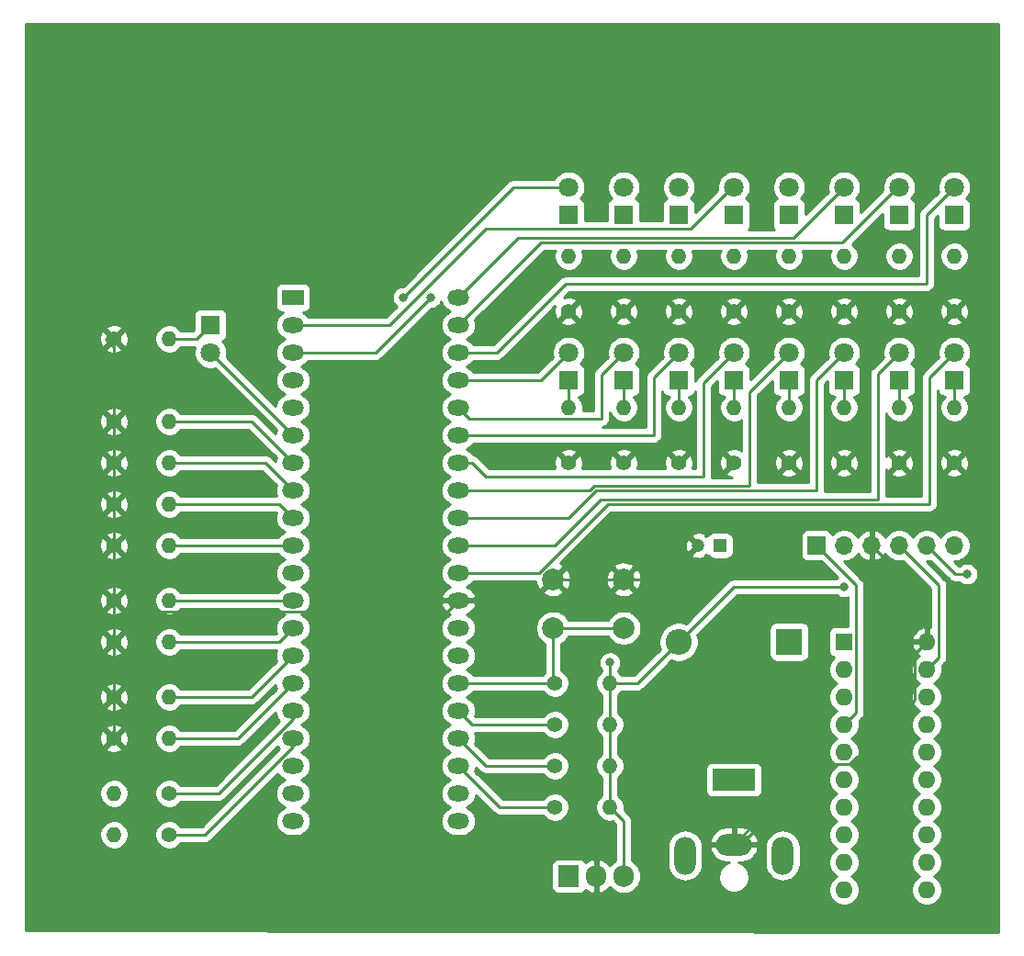
<source format=gbr>
%TF.GenerationSoftware,KiCad,Pcbnew,(5.1.6)-1*%
%TF.CreationDate,2021-01-18T21:57:40+00:00*%
%TF.ProjectId,z80 Processor,7a383020-5072-46f6-9365-73736f722e6b,v01*%
%TF.SameCoordinates,Original*%
%TF.FileFunction,Copper,L1,Top*%
%TF.FilePolarity,Positive*%
%FSLAX46Y46*%
G04 Gerber Fmt 4.6, Leading zero omitted, Abs format (unit mm)*
G04 Created by KiCad (PCBNEW (5.1.6)-1) date 2021-01-18 21:57:40*
%MOMM*%
%LPD*%
G01*
G04 APERTURE LIST*
%TA.AperFunction,ComponentPad*%
%ADD10C,1.800000*%
%TD*%
%TA.AperFunction,ComponentPad*%
%ADD11R,1.800000X1.800000*%
%TD*%
%TA.AperFunction,ComponentPad*%
%ADD12O,1.700000X1.700000*%
%TD*%
%TA.AperFunction,ComponentPad*%
%ADD13R,1.700000X1.700000*%
%TD*%
%TA.AperFunction,ComponentPad*%
%ADD14O,1.400000X1.400000*%
%TD*%
%TA.AperFunction,ComponentPad*%
%ADD15C,1.400000*%
%TD*%
%TA.AperFunction,ComponentPad*%
%ADD16O,2.000000X1.440000*%
%TD*%
%TA.AperFunction,ComponentPad*%
%ADD17R,2.000000X1.440000*%
%TD*%
%TA.AperFunction,ComponentPad*%
%ADD18O,2.400000X2.400000*%
%TD*%
%TA.AperFunction,ComponentPad*%
%ADD19R,2.400000X2.400000*%
%TD*%
%TA.AperFunction,ComponentPad*%
%ADD20O,1.905000X2.000000*%
%TD*%
%TA.AperFunction,ComponentPad*%
%ADD21R,1.905000X2.000000*%
%TD*%
%TA.AperFunction,ComponentPad*%
%ADD22O,1.600000X1.600000*%
%TD*%
%TA.AperFunction,ComponentPad*%
%ADD23R,1.600000X1.600000*%
%TD*%
%TA.AperFunction,ComponentPad*%
%ADD24C,2.000000*%
%TD*%
%TA.AperFunction,ComponentPad*%
%ADD25O,2.000000X3.500000*%
%TD*%
%TA.AperFunction,ComponentPad*%
%ADD26O,3.300000X2.000000*%
%TD*%
%TA.AperFunction,ComponentPad*%
%ADD27R,4.000000X2.000000*%
%TD*%
%TA.AperFunction,ComponentPad*%
%ADD28C,1.200000*%
%TD*%
%TA.AperFunction,ComponentPad*%
%ADD29R,1.200000X1.200000*%
%TD*%
%TA.AperFunction,ViaPad*%
%ADD30C,0.800000*%
%TD*%
%TA.AperFunction,Conductor*%
%ADD31C,0.250000*%
%TD*%
%TA.AperFunction,Conductor*%
%ADD32C,0.254000*%
%TD*%
G04 APERTURE END LIST*
D10*
%TO.P,D9,2*%
%TO.N,Net-(D9-Pad2)*%
X164040000Y-68140000D03*
D11*
%TO.P,D9,1*%
%TO.N,Net-(D9-Pad1)*%
X164040000Y-70680000D03*
%TD*%
D12*
%TO.P,J1,6*%
%TO.N,LVP*%
X184360000Y-101160000D03*
%TO.P,J1,5*%
%TO.N,ICSPCLK*%
X181820000Y-101160000D03*
%TO.P,J1,4*%
%TO.N,ICSPDAT*%
X179280000Y-101160000D03*
%TO.P,J1,3*%
%TO.N,GND*%
X176740000Y-101160000D03*
%TO.P,J1,2*%
%TO.N,5v*%
X174200000Y-101160000D03*
D13*
%TO.P,J1,1*%
%TO.N,MCLR*%
X171660000Y-101160000D03*
%TD*%
D14*
%TO.P,R7,2*%
%TO.N,5v*%
X106890000Y-124020000D03*
D15*
%TO.P,R7,1*%
%TO.N,Net-(R7-Pad1)*%
X111970000Y-124020000D03*
%TD*%
D16*
%TO.P,U3,21*%
%TO.N,Net-(U3-Pad21)*%
X138640000Y-126560000D03*
%TO.P,U3,20*%
%TO.N,Net-(U3-Pad20)*%
X123400000Y-126560000D03*
%TO.P,U3,22*%
%TO.N,Net-(U3-Pad22)*%
X138640000Y-124020000D03*
%TO.P,U3,19*%
%TO.N,Net-(U3-Pad19)*%
X123400000Y-124020000D03*
%TO.P,U3,23*%
%TO.N,Net-(R2-Pad1)*%
X138640000Y-121480000D03*
%TO.P,U3,18*%
%TO.N,Net-(U3-Pad18)*%
X123400000Y-121480000D03*
%TO.P,U3,24*%
%TO.N,Net-(R3-Pad1)*%
X138640000Y-118940000D03*
%TO.P,U3,17*%
%TO.N,Net-(R6-Pad1)*%
X123400000Y-118940000D03*
%TO.P,U3,25*%
%TO.N,Net-(R1-Pad1)*%
X138640000Y-116400000D03*
%TO.P,U3,16*%
%TO.N,Net-(R7-Pad1)*%
X123400000Y-116400000D03*
%TO.P,U3,26*%
%TO.N,Z80Reset*%
X138640000Y-113860000D03*
%TO.P,U3,15*%
%TO.N,Net-(R14-Pad2)*%
X123400000Y-113860000D03*
%TO.P,U3,27*%
%TO.N,Net-(U3-Pad27)*%
X138640000Y-111320000D03*
%TO.P,U3,14*%
%TO.N,Net-(R15-Pad2)*%
X123400000Y-111320000D03*
%TO.P,U3,28*%
%TO.N,Net-(U3-Pad28)*%
X138640000Y-108780000D03*
%TO.P,U3,13*%
%TO.N,Net-(R8-Pad2)*%
X123400000Y-108780000D03*
%TO.P,U3,29*%
%TO.N,GND*%
X138640000Y-106240000D03*
%TO.P,U3,12*%
%TO.N,Net-(R13-Pad2)*%
X123400000Y-106240000D03*
%TO.P,U3,30*%
%TO.N,Net-(D3-Pad2)*%
X138640000Y-103700000D03*
%TO.P,U3,11*%
%TO.N,5v*%
X123400000Y-103700000D03*
%TO.P,U3,31*%
%TO.N,Net-(D11-Pad2)*%
X138640000Y-101160000D03*
%TO.P,U3,10*%
%TO.N,Net-(R9-Pad2)*%
X123400000Y-101160000D03*
%TO.P,U3,32*%
%TO.N,Net-(D4-Pad2)*%
X138640000Y-98620000D03*
%TO.P,U3,9*%
%TO.N,Net-(R10-Pad2)*%
X123400000Y-98620000D03*
%TO.P,U3,33*%
%TO.N,Net-(D12-Pad2)*%
X138640000Y-96080000D03*
%TO.P,U3,8*%
%TO.N,Net-(R12-Pad2)*%
X123400000Y-96080000D03*
%TO.P,U3,34*%
%TO.N,Net-(D5-Pad2)*%
X138640000Y-93540000D03*
%TO.P,U3,7*%
%TO.N,Net-(R11-Pad2)*%
X123400000Y-93540000D03*
%TO.P,U3,35*%
%TO.N,Net-(D13-Pad2)*%
X138640000Y-91000000D03*
%TO.P,U3,6*%
%TO.N,Clock*%
X123400000Y-91000000D03*
%TO.P,U3,36*%
%TO.N,Net-(D6-Pad2)*%
X138640000Y-88460000D03*
%TO.P,U3,5*%
%TO.N,Net-(D18-Pad2)*%
X123400000Y-88460000D03*
%TO.P,U3,37*%
%TO.N,Net-(D14-Pad2)*%
X138640000Y-85920000D03*
%TO.P,U3,4*%
%TO.N,Net-(D10-Pad2)*%
X123400000Y-85920000D03*
%TO.P,U3,38*%
%TO.N,Net-(D7-Pad2)*%
X138640000Y-83380000D03*
%TO.P,U3,3*%
%TO.N,Net-(D17-Pad2)*%
X123400000Y-83380000D03*
%TO.P,U3,39*%
%TO.N,Net-(D15-Pad2)*%
X138640000Y-80840000D03*
%TO.P,U3,2*%
%TO.N,Net-(D9-Pad2)*%
X123400000Y-80840000D03*
%TO.P,U3,40*%
%TO.N,Net-(D8-Pad2)*%
X138640000Y-78300000D03*
D17*
%TO.P,U3,1*%
%TO.N,Net-(D16-Pad2)*%
X123400000Y-78300000D03*
%TD*%
D18*
%TO.P,D2,2*%
%TO.N,5v*%
X158960000Y-110050000D03*
D19*
%TO.P,D2,1*%
%TO.N,Net-(C1-Pad1)*%
X169120000Y-110050000D03*
%TD*%
D20*
%TO.P,U2,3*%
%TO.N,5v*%
X153880000Y-131640000D03*
%TO.P,U2,2*%
%TO.N,GND*%
X151340000Y-131640000D03*
D21*
%TO.P,U2,1*%
%TO.N,Net-(J2-Pad1)*%
X148800000Y-131640000D03*
%TD*%
D22*
%TO.P,U1,20*%
%TO.N,GND*%
X181820000Y-110050000D03*
%TO.P,U1,10*%
%TO.N,Net-(U1-Pad10)*%
X174200000Y-132910000D03*
%TO.P,U1,19*%
%TO.N,ICSPDAT*%
X181820000Y-112590000D03*
%TO.P,U1,9*%
%TO.N,Net-(U1-Pad9)*%
X174200000Y-130370000D03*
%TO.P,U1,18*%
%TO.N,ICSPCLK*%
X181820000Y-115130000D03*
%TO.P,U1,8*%
%TO.N,Net-(U1-Pad8)*%
X174200000Y-127830000D03*
%TO.P,U1,17*%
%TO.N,Net-(U1-Pad17)*%
X181820000Y-117670000D03*
%TO.P,U1,7*%
%TO.N,Net-(U1-Pad7)*%
X174200000Y-125290000D03*
%TO.P,U1,16*%
%TO.N,Clock*%
X181820000Y-120210000D03*
%TO.P,U1,6*%
%TO.N,Net-(U1-Pad6)*%
X174200000Y-122750000D03*
%TO.P,U1,15*%
%TO.N,Net-(U1-Pad15)*%
X181820000Y-122750000D03*
%TO.P,U1,5*%
%TO.N,Net-(U1-Pad5)*%
X174200000Y-120210000D03*
%TO.P,U1,14*%
%TO.N,Net-(U1-Pad14)*%
X181820000Y-125290000D03*
%TO.P,U1,4*%
%TO.N,MCLR*%
X174200000Y-117670000D03*
%TO.P,U1,13*%
%TO.N,Net-(U1-Pad13)*%
X181820000Y-127830000D03*
%TO.P,U1,3*%
%TO.N,LVP*%
X174200000Y-115130000D03*
%TO.P,U1,12*%
%TO.N,Net-(U1-Pad12)*%
X181820000Y-130370000D03*
%TO.P,U1,2*%
%TO.N,Net-(U1-Pad2)*%
X174200000Y-112590000D03*
%TO.P,U1,11*%
%TO.N,Net-(U1-Pad11)*%
X181820000Y-132910000D03*
D23*
%TO.P,U1,1*%
%TO.N,Net-(C1-Pad1)*%
X174200000Y-110050000D03*
%TD*%
D24*
%TO.P,SW1,1*%
%TO.N,Z80Reset*%
X147380000Y-108780000D03*
%TO.P,SW1,2*%
%TO.N,GND*%
X147380000Y-104280000D03*
%TO.P,SW1,1*%
%TO.N,Z80Reset*%
X153880000Y-108780000D03*
%TO.P,SW1,2*%
%TO.N,GND*%
X153880000Y-104280000D03*
%TD*%
D14*
%TO.P,R31,2*%
%TO.N,Net-(D10-Pad1)*%
X153880000Y-74490000D03*
D15*
%TO.P,R31,1*%
%TO.N,GND*%
X153880000Y-79570000D03*
%TD*%
D14*
%TO.P,R30,2*%
%TO.N,Net-(D9-Pad1)*%
X164040000Y-74490000D03*
D15*
%TO.P,R30,1*%
%TO.N,GND*%
X164040000Y-79570000D03*
%TD*%
D14*
%TO.P,R29,2*%
%TO.N,Net-(D8-Pad1)*%
X174200000Y-74490000D03*
D15*
%TO.P,R29,1*%
%TO.N,GND*%
X174200000Y-79570000D03*
%TD*%
D14*
%TO.P,R28,2*%
%TO.N,Net-(D7-Pad1)*%
X184360000Y-74490000D03*
D15*
%TO.P,R28,1*%
%TO.N,GND*%
X184360000Y-79570000D03*
%TD*%
D14*
%TO.P,R27,2*%
%TO.N,Net-(D6-Pad1)*%
X153880000Y-88460000D03*
D15*
%TO.P,R27,1*%
%TO.N,GND*%
X153880000Y-93540000D03*
%TD*%
D14*
%TO.P,R26,2*%
%TO.N,Net-(D5-Pad1)*%
X164040000Y-88460000D03*
D15*
%TO.P,R26,1*%
%TO.N,GND*%
X164040000Y-93540000D03*
%TD*%
D14*
%TO.P,R25,2*%
%TO.N,Net-(D4-Pad1)*%
X174200000Y-88460000D03*
D15*
%TO.P,R25,1*%
%TO.N,GND*%
X174200000Y-93540000D03*
%TD*%
D14*
%TO.P,R24,2*%
%TO.N,Net-(D3-Pad1)*%
X184360000Y-88460000D03*
D15*
%TO.P,R24,1*%
%TO.N,GND*%
X184360000Y-93540000D03*
%TD*%
D14*
%TO.P,R23,2*%
%TO.N,Net-(D18-Pad1)*%
X148800000Y-74490000D03*
D15*
%TO.P,R23,1*%
%TO.N,GND*%
X148800000Y-79570000D03*
%TD*%
D14*
%TO.P,R22,2*%
%TO.N,Net-(D17-Pad1)*%
X158960000Y-74490000D03*
D15*
%TO.P,R22,1*%
%TO.N,GND*%
X158960000Y-79570000D03*
%TD*%
D14*
%TO.P,R21,2*%
%TO.N,Net-(D16-Pad1)*%
X169120000Y-74490000D03*
D15*
%TO.P,R21,1*%
%TO.N,GND*%
X169120000Y-79570000D03*
%TD*%
D14*
%TO.P,R20,2*%
%TO.N,Net-(D15-Pad1)*%
X179280000Y-74490000D03*
D15*
%TO.P,R20,1*%
%TO.N,GND*%
X179280000Y-79570000D03*
%TD*%
D14*
%TO.P,R19,2*%
%TO.N,Net-(D14-Pad1)*%
X148800000Y-88460000D03*
D15*
%TO.P,R19,1*%
%TO.N,GND*%
X148800000Y-93540000D03*
%TD*%
D14*
%TO.P,R18,2*%
%TO.N,Net-(D13-Pad1)*%
X158960000Y-88460000D03*
D15*
%TO.P,R18,1*%
%TO.N,GND*%
X158960000Y-93540000D03*
%TD*%
D14*
%TO.P,R17,2*%
%TO.N,Net-(D12-Pad1)*%
X169120000Y-88460000D03*
D15*
%TO.P,R17,1*%
%TO.N,GND*%
X169120000Y-93540000D03*
%TD*%
D14*
%TO.P,R16,2*%
%TO.N,Net-(D11-Pad1)*%
X179280000Y-88460000D03*
D15*
%TO.P,R16,1*%
%TO.N,GND*%
X179280000Y-93540000D03*
%TD*%
D14*
%TO.P,R15,2*%
%TO.N,Net-(R15-Pad2)*%
X111970000Y-115130000D03*
D15*
%TO.P,R15,1*%
%TO.N,GND*%
X106890000Y-115130000D03*
%TD*%
D14*
%TO.P,R14,2*%
%TO.N,Net-(R14-Pad2)*%
X111970000Y-118940000D03*
D15*
%TO.P,R14,1*%
%TO.N,GND*%
X106890000Y-118940000D03*
%TD*%
D14*
%TO.P,R13,2*%
%TO.N,Net-(R13-Pad2)*%
X111970000Y-106240000D03*
D15*
%TO.P,R13,1*%
%TO.N,GND*%
X106890000Y-106240000D03*
%TD*%
D14*
%TO.P,R12,2*%
%TO.N,Net-(R12-Pad2)*%
X111970000Y-93540000D03*
D15*
%TO.P,R12,1*%
%TO.N,GND*%
X106890000Y-93540000D03*
%TD*%
D14*
%TO.P,R11,2*%
%TO.N,Net-(R11-Pad2)*%
X111970000Y-89730000D03*
D15*
%TO.P,R11,1*%
%TO.N,GND*%
X106890000Y-89730000D03*
%TD*%
D14*
%TO.P,R10,2*%
%TO.N,Net-(R10-Pad2)*%
X111970000Y-97350000D03*
D15*
%TO.P,R10,1*%
%TO.N,GND*%
X106890000Y-97350000D03*
%TD*%
D14*
%TO.P,R9,2*%
%TO.N,Net-(R9-Pad2)*%
X111970000Y-101160000D03*
D15*
%TO.P,R9,1*%
%TO.N,GND*%
X106890000Y-101160000D03*
%TD*%
D14*
%TO.P,R8,2*%
%TO.N,Net-(R8-Pad2)*%
X111970000Y-110050000D03*
D15*
%TO.P,R8,1*%
%TO.N,GND*%
X106890000Y-110050000D03*
%TD*%
D14*
%TO.P,R6,2*%
%TO.N,5v*%
X106890000Y-127830000D03*
D15*
%TO.P,R6,1*%
%TO.N,Net-(R6-Pad1)*%
X111970000Y-127830000D03*
%TD*%
D14*
%TO.P,R5,2*%
%TO.N,5v*%
X152610000Y-113860000D03*
D15*
%TO.P,R5,1*%
%TO.N,Z80Reset*%
X147530000Y-113860000D03*
%TD*%
D14*
%TO.P,R4,2*%
%TO.N,Net-(D1-Pad1)*%
X111970000Y-82110000D03*
D15*
%TO.P,R4,1*%
%TO.N,GND*%
X106890000Y-82110000D03*
%TD*%
D14*
%TO.P,R3,2*%
%TO.N,5v*%
X152610000Y-121480000D03*
D15*
%TO.P,R3,1*%
%TO.N,Net-(R3-Pad1)*%
X147530000Y-121480000D03*
%TD*%
D14*
%TO.P,R2,2*%
%TO.N,5v*%
X152610000Y-125290000D03*
D15*
%TO.P,R2,1*%
%TO.N,Net-(R2-Pad1)*%
X147530000Y-125290000D03*
%TD*%
D14*
%TO.P,R1,2*%
%TO.N,5v*%
X152610000Y-117670000D03*
D15*
%TO.P,R1,1*%
%TO.N,Net-(R1-Pad1)*%
X147530000Y-117670000D03*
%TD*%
D25*
%TO.P,J2,MP*%
%TO.N,N/C*%
X168540000Y-129750000D03*
X159540000Y-129750000D03*
D26*
%TO.P,J2,2*%
%TO.N,GND*%
X164040000Y-128750000D03*
D27*
%TO.P,J2,1*%
%TO.N,Net-(J2-Pad1)*%
X164040000Y-122750000D03*
%TD*%
D10*
%TO.P,D18,2*%
%TO.N,Net-(D18-Pad2)*%
X148800000Y-68140000D03*
D11*
%TO.P,D18,1*%
%TO.N,Net-(D18-Pad1)*%
X148800000Y-70680000D03*
%TD*%
D10*
%TO.P,D17,2*%
%TO.N,Net-(D17-Pad2)*%
X158960000Y-68140000D03*
D11*
%TO.P,D17,1*%
%TO.N,Net-(D17-Pad1)*%
X158960000Y-70680000D03*
%TD*%
D10*
%TO.P,D16,2*%
%TO.N,Net-(D16-Pad2)*%
X169120000Y-68140000D03*
D11*
%TO.P,D16,1*%
%TO.N,Net-(D16-Pad1)*%
X169120000Y-70680000D03*
%TD*%
D10*
%TO.P,D15,2*%
%TO.N,Net-(D15-Pad2)*%
X179280000Y-68140000D03*
D11*
%TO.P,D15,1*%
%TO.N,Net-(D15-Pad1)*%
X179280000Y-70680000D03*
%TD*%
D10*
%TO.P,D14,2*%
%TO.N,Net-(D14-Pad2)*%
X148800000Y-83380000D03*
D11*
%TO.P,D14,1*%
%TO.N,Net-(D14-Pad1)*%
X148800000Y-85920000D03*
%TD*%
D10*
%TO.P,D13,2*%
%TO.N,Net-(D13-Pad2)*%
X158960000Y-83380000D03*
D11*
%TO.P,D13,1*%
%TO.N,Net-(D13-Pad1)*%
X158960000Y-85920000D03*
%TD*%
D10*
%TO.P,D12,2*%
%TO.N,Net-(D12-Pad2)*%
X169120000Y-83380000D03*
D11*
%TO.P,D12,1*%
%TO.N,Net-(D12-Pad1)*%
X169120000Y-85920000D03*
%TD*%
D10*
%TO.P,D11,2*%
%TO.N,Net-(D11-Pad2)*%
X179280000Y-83380000D03*
D11*
%TO.P,D11,1*%
%TO.N,Net-(D11-Pad1)*%
X179280000Y-85920000D03*
%TD*%
D10*
%TO.P,D10,2*%
%TO.N,Net-(D10-Pad2)*%
X153880000Y-68140000D03*
D11*
%TO.P,D10,1*%
%TO.N,Net-(D10-Pad1)*%
X153880000Y-70680000D03*
%TD*%
D10*
%TO.P,D8,2*%
%TO.N,Net-(D8-Pad2)*%
X174200000Y-68140000D03*
D11*
%TO.P,D8,1*%
%TO.N,Net-(D8-Pad1)*%
X174200000Y-70680000D03*
%TD*%
D10*
%TO.P,D7,2*%
%TO.N,Net-(D7-Pad2)*%
X184360000Y-68140000D03*
D11*
%TO.P,D7,1*%
%TO.N,Net-(D7-Pad1)*%
X184360000Y-70680000D03*
%TD*%
D10*
%TO.P,D6,2*%
%TO.N,Net-(D6-Pad2)*%
X153880000Y-83380000D03*
D11*
%TO.P,D6,1*%
%TO.N,Net-(D6-Pad1)*%
X153880000Y-85920000D03*
%TD*%
D10*
%TO.P,D5,2*%
%TO.N,Net-(D5-Pad2)*%
X164040000Y-83380000D03*
D11*
%TO.P,D5,1*%
%TO.N,Net-(D5-Pad1)*%
X164040000Y-85920000D03*
%TD*%
D10*
%TO.P,D4,2*%
%TO.N,Net-(D4-Pad2)*%
X174200000Y-83380000D03*
D11*
%TO.P,D4,1*%
%TO.N,Net-(D4-Pad1)*%
X174200000Y-85920000D03*
%TD*%
D10*
%TO.P,D3,2*%
%TO.N,Net-(D3-Pad2)*%
X184360000Y-83380000D03*
D11*
%TO.P,D3,1*%
%TO.N,Net-(D3-Pad1)*%
X184360000Y-85920000D03*
%TD*%
D10*
%TO.P,D1,2*%
%TO.N,Clock*%
X115780000Y-83380000D03*
D11*
%TO.P,D1,1*%
%TO.N,Net-(D1-Pad1)*%
X115780000Y-80840000D03*
%TD*%
D28*
%TO.P,C1,2*%
%TO.N,GND*%
X160770000Y-101160000D03*
D29*
%TO.P,C1,1*%
%TO.N,Net-(C1-Pad1)*%
X162770000Y-101160000D03*
%TD*%
D30*
%TO.N,GND*%
X167596000Y-106748000D03*
%TO.N,5v*%
X174200000Y-104970000D03*
X152610000Y-111953590D03*
%TO.N,Net-(D17-Pad2)*%
X136100000Y-78300000D03*
%TO.N,Net-(D18-Pad2)*%
X133560000Y-78300000D03*
%TO.N,ICSPCLK*%
X185535001Y-103794999D03*
%TD*%
D31*
%TO.N,GND*%
X106890000Y-82840000D02*
X106160000Y-82110000D01*
X106890000Y-89730000D02*
X106890000Y-93540000D01*
X106890000Y-93540000D02*
X106890000Y-97350000D01*
X106890000Y-97350000D02*
X106890000Y-101160000D01*
X106890000Y-101160000D02*
X106890000Y-106240000D01*
X106890000Y-115130000D02*
X106890000Y-118940000D01*
X106890000Y-106240000D02*
X106890000Y-110050000D01*
X106890000Y-110050000D02*
X106890000Y-115130000D01*
X137594990Y-107285010D02*
X138640000Y-106240000D01*
X107935010Y-107285010D02*
X116004990Y-107285010D01*
X106890000Y-106240000D02*
X107935010Y-107285010D01*
X160080000Y-101850000D02*
X160770000Y-101160000D01*
X147380000Y-104280000D02*
X153880000Y-104280000D01*
X181820000Y-106240000D02*
X176740000Y-101160000D01*
X181820000Y-110050000D02*
X181820000Y-106240000D01*
X106890000Y-89730000D02*
X106890000Y-82110000D01*
X129974990Y-107285010D02*
X137594990Y-107285010D01*
X157960000Y-103970000D02*
X160770000Y-101160000D01*
X116004990Y-107285010D02*
X129974990Y-107285010D01*
X145420000Y-106240000D02*
X147380000Y-104280000D01*
X138640000Y-106240000D02*
X145420000Y-106240000D01*
X157650000Y-104280000D02*
X157960000Y-103970000D01*
X153880000Y-104280000D02*
X157650000Y-104280000D01*
X167596000Y-106748000D02*
X167196001Y-107147999D01*
X180694999Y-111175001D02*
X181820000Y-110050000D01*
X164644000Y-128750000D02*
X170204999Y-123189001D01*
X180694999Y-115380003D02*
X180694999Y-111175001D01*
X164040000Y-128750000D02*
X164644000Y-128750000D01*
X170204999Y-123189001D02*
X170204999Y-121335001D01*
X170204999Y-121335001D02*
X174740001Y-121335001D01*
X174740001Y-121335001D02*
X180694999Y-115380003D01*
X167196001Y-125593999D02*
X164040000Y-128750000D01*
X167196001Y-107147999D02*
X167196001Y-125593999D01*
%TO.N,Clock*%
X115780000Y-83380000D02*
X123400000Y-91000000D01*
%TO.N,Net-(D1-Pad1)*%
X114510000Y-82110000D02*
X115780000Y-80840000D01*
X111970000Y-82110000D02*
X114510000Y-82110000D01*
%TO.N,5v*%
X152610000Y-117670000D02*
X152610000Y-121480000D01*
X152610000Y-121480000D02*
X152610000Y-125290000D01*
X152610000Y-113860000D02*
X152610000Y-117670000D01*
X153880000Y-126560000D02*
X152610000Y-125290000D01*
X153880000Y-131640000D02*
X153880000Y-126560000D01*
X158960000Y-110050000D02*
X164040000Y-104970000D01*
X164040000Y-104970000D02*
X174200000Y-104970000D01*
X174200000Y-104970000D02*
X174200000Y-104970000D01*
X152610000Y-113860000D02*
X152610000Y-111953590D01*
X155150000Y-113860000D02*
X158960000Y-110050000D01*
X152610000Y-113860000D02*
X155150000Y-113860000D01*
%TO.N,Net-(D3-Pad2)*%
X182067002Y-85672998D02*
X184360000Y-83380000D01*
X152404999Y-97350000D02*
X182067002Y-97350000D01*
X138640000Y-103700000D02*
X146054999Y-103700000D01*
X182067002Y-97350000D02*
X182067002Y-85672998D01*
X146054999Y-103700000D02*
X152404999Y-97350000D01*
%TO.N,Net-(D3-Pad1)*%
X184360000Y-85920000D02*
X184360000Y-88460000D01*
%TO.N,Net-(D4-Pad2)*%
X151340000Y-96080000D02*
X171660000Y-96080000D01*
X171660000Y-96080000D02*
X171660000Y-85920000D01*
X138640000Y-98620000D02*
X148800000Y-98620000D01*
X171660000Y-85920000D02*
X174200000Y-83380000D01*
X148800000Y-98620000D02*
X151340000Y-96080000D01*
%TO.N,Net-(D4-Pad1)*%
X174200000Y-85920000D02*
X174200000Y-88460000D01*
%TO.N,Net-(D5-Pad2)*%
X138640000Y-93540000D02*
X139910000Y-93540000D01*
X139910000Y-93540000D02*
X141180000Y-94810000D01*
X141180000Y-94810000D02*
X142450000Y-94810000D01*
X141549980Y-94810000D02*
X142450000Y-94810000D01*
X161246000Y-86174000D02*
X164040000Y-83380000D01*
X142450000Y-94810000D02*
X161246000Y-94810000D01*
X161246000Y-94810000D02*
X161246000Y-86174000D01*
%TO.N,Net-(D5-Pad1)*%
X164040000Y-85920000D02*
X164040000Y-88460000D01*
%TO.N,Net-(D6-Pad2)*%
X151838999Y-85421001D02*
X153880000Y-83380000D01*
X151838999Y-89485001D02*
X151838999Y-85421001D01*
X138640000Y-88460000D02*
X139665001Y-89485001D01*
X139665001Y-89485001D02*
X151838999Y-89485001D01*
%TO.N,Net-(D6-Pad1)*%
X153880000Y-85920000D02*
X153880000Y-88460000D01*
%TO.N,Net-(D7-Pad2)*%
X183134999Y-69365001D02*
X184360000Y-68140000D01*
X138640000Y-83380000D02*
X142196000Y-83380000D01*
X148546000Y-77030000D02*
X181820000Y-77030000D01*
X181820000Y-77030000D02*
X181820000Y-70680000D01*
X142196000Y-83380000D02*
X148546000Y-77030000D01*
X181820000Y-70680000D02*
X183134999Y-69365001D01*
%TO.N,Net-(D8-Pad2)*%
X169570010Y-72769990D02*
X174200000Y-68140000D01*
X144170010Y-72769990D02*
X145440010Y-72769990D01*
X138640000Y-78300000D02*
X144170010Y-72769990D01*
X145440010Y-72769990D02*
X169570010Y-72769990D01*
%TO.N,Net-(D9-Pad2)*%
X123400000Y-80840000D02*
X132290000Y-80840000D01*
X132290000Y-80840000D02*
X141180000Y-71950000D01*
X163885002Y-68140000D02*
X164040000Y-68140000D01*
X160075002Y-71950000D02*
X163885002Y-68140000D01*
X141180000Y-71950000D02*
X160075002Y-71950000D01*
%TO.N,Net-(D11-Pad2)*%
X138640000Y-101160000D02*
X144990000Y-101160000D01*
X147530000Y-101160000D02*
X151790010Y-96899990D01*
X144990000Y-101160000D02*
X147530000Y-101160000D01*
X177305990Y-85354010D02*
X179280000Y-83380000D01*
X177305990Y-96899990D02*
X177305990Y-85354010D01*
X151790010Y-96899990D02*
X177305990Y-96899990D01*
%TO.N,Net-(D11-Pad1)*%
X179280000Y-85920000D02*
X179280000Y-88460000D01*
%TO.N,Net-(D12-Pad2)*%
X165506010Y-86993990D02*
X169120000Y-83380000D01*
X165506010Y-95629990D02*
X165506010Y-86993990D01*
X138640000Y-96080000D02*
X150703590Y-96080000D01*
X151153600Y-95629990D02*
X165506010Y-95629990D01*
X150703590Y-96080000D02*
X151153600Y-95629990D01*
%TO.N,Net-(D12-Pad1)*%
X169120000Y-85920000D02*
X169120000Y-88460000D01*
%TO.N,Net-(D13-Pad2)*%
X156674000Y-85666000D02*
X158960000Y-83380000D01*
X138640000Y-91000000D02*
X156674000Y-91000000D01*
X156674000Y-91000000D02*
X156674000Y-85666000D01*
%TO.N,Net-(D13-Pad1)*%
X158960000Y-85920000D02*
X158960000Y-88460000D01*
%TO.N,Net-(D14-Pad2)*%
X146260000Y-85920000D02*
X148800000Y-83380000D01*
X138640000Y-85920000D02*
X144990000Y-85920000D01*
X144990000Y-85920000D02*
X146260000Y-85920000D01*
%TO.N,Net-(D14-Pad1)*%
X148800000Y-85920000D02*
X148800000Y-88460000D01*
%TO.N,Net-(D15-Pad2)*%
X179125002Y-68140000D02*
X179280000Y-68140000D01*
X174045002Y-73220000D02*
X179125002Y-68140000D01*
X146260000Y-73220000D02*
X174045002Y-73220000D01*
X138640000Y-80840000D02*
X146260000Y-73220000D01*
%TO.N,Net-(D17-Pad2)*%
X131020000Y-83380000D02*
X123400000Y-83380000D01*
X136100000Y-78300000D02*
X131020000Y-83380000D01*
%TO.N,Net-(D18-Pad2)*%
X143720000Y-68140000D02*
X148800000Y-68140000D01*
X133560000Y-78300000D02*
X143720000Y-68140000D01*
%TO.N,ICSPCLK*%
X184454999Y-103794999D02*
X181820000Y-101160000D01*
X185535001Y-103794999D02*
X184454999Y-103794999D01*
%TO.N,ICSPDAT*%
X182945001Y-104825001D02*
X179280000Y-101160000D01*
X182945001Y-111464999D02*
X182945001Y-104825001D01*
X181820000Y-112590000D02*
X182945001Y-111464999D01*
%TO.N,MCLR*%
X175325001Y-104825001D02*
X171660000Y-101160000D01*
X175325001Y-116544999D02*
X175325001Y-104825001D01*
X174200000Y-117670000D02*
X175325001Y-116544999D01*
%TO.N,Net-(R1-Pad1)*%
X139910000Y-117670000D02*
X138640000Y-116400000D01*
X147530000Y-117670000D02*
X144990000Y-117670000D01*
X144990000Y-117670000D02*
X139910000Y-117670000D01*
%TO.N,Net-(R2-Pad1)*%
X142450000Y-125290000D02*
X138640000Y-121480000D01*
X147530000Y-125290000D02*
X144990000Y-125290000D01*
X144990000Y-125290000D02*
X142450000Y-125290000D01*
%TO.N,Net-(R3-Pad1)*%
X141180000Y-121480000D02*
X138640000Y-118940000D01*
X147530000Y-121480000D02*
X144990000Y-121480000D01*
X144990000Y-121480000D02*
X141180000Y-121480000D01*
%TO.N,Z80Reset*%
X147530000Y-113860000D02*
X144990000Y-113860000D01*
X147380000Y-113710000D02*
X147530000Y-113860000D01*
X147380000Y-108780000D02*
X147380000Y-113710000D01*
X147380000Y-108780000D02*
X153880000Y-108780000D01*
X144990000Y-113860000D02*
X138640000Y-113860000D01*
%TO.N,Net-(R6-Pad1)*%
X123400000Y-119722133D02*
X123400000Y-118940000D01*
X115292133Y-127830000D02*
X116806067Y-126316067D01*
X111970000Y-127830000D02*
X115292133Y-127830000D01*
X116806067Y-126316067D02*
X123400000Y-119722133D01*
%TO.N,Net-(R7-Pad1)*%
X123400000Y-117182133D02*
X123400000Y-116400000D01*
X116562133Y-124020000D02*
X123400000Y-117182133D01*
X111970000Y-124020000D02*
X114510000Y-124020000D01*
X114510000Y-124020000D02*
X116562133Y-124020000D01*
%TO.N,Net-(R8-Pad2)*%
X122130000Y-110050000D02*
X123400000Y-108780000D01*
X111970000Y-110050000D02*
X115780000Y-110050000D01*
X115780000Y-110050000D02*
X122130000Y-110050000D01*
%TO.N,Net-(R9-Pad2)*%
X111970000Y-101160000D02*
X115780000Y-101160000D01*
X115780000Y-101160000D02*
X123400000Y-101160000D01*
%TO.N,Net-(R10-Pad2)*%
X122130000Y-97350000D02*
X123400000Y-98620000D01*
X111970000Y-97350000D02*
X115780000Y-97350000D01*
X115780000Y-97350000D02*
X122130000Y-97350000D01*
%TO.N,Net-(R11-Pad2)*%
X119590000Y-89730000D02*
X123400000Y-93540000D01*
X111970000Y-89730000D02*
X115780000Y-89730000D01*
X115780000Y-89730000D02*
X119590000Y-89730000D01*
%TO.N,Net-(R12-Pad2)*%
X120860000Y-93540000D02*
X123400000Y-96080000D01*
X111970000Y-93540000D02*
X115780000Y-93540000D01*
X115780000Y-93540000D02*
X120860000Y-93540000D01*
%TO.N,Net-(R13-Pad2)*%
X111970000Y-106240000D02*
X115780000Y-106240000D01*
X115780000Y-106240000D02*
X123400000Y-106240000D01*
%TO.N,Net-(R14-Pad2)*%
X118320000Y-118940000D02*
X123400000Y-113860000D01*
X111970000Y-118940000D02*
X117050000Y-118940000D01*
X117050000Y-118940000D02*
X118320000Y-118940000D01*
%TO.N,Net-(R15-Pad2)*%
X119590000Y-115130000D02*
X123400000Y-111320000D01*
X111970000Y-115130000D02*
X117050000Y-115130000D01*
X117050000Y-115130000D02*
X119590000Y-115130000D01*
%TD*%
D32*
%TO.N,GND*%
G36*
X188440000Y-57417581D02*
G01*
X188440000Y-57417582D01*
X188440001Y-136788912D01*
X98760000Y-136641088D01*
X98760000Y-130640000D01*
X147209428Y-130640000D01*
X147209428Y-132640000D01*
X147221688Y-132764482D01*
X147257998Y-132884180D01*
X147316963Y-132994494D01*
X147396315Y-133091185D01*
X147493006Y-133170537D01*
X147603320Y-133229502D01*
X147723018Y-133265812D01*
X147847500Y-133278072D01*
X149752500Y-133278072D01*
X149876982Y-133265812D01*
X149996680Y-133229502D01*
X150106994Y-133170537D01*
X150203685Y-133091185D01*
X150283037Y-132994494D01*
X150332059Y-132902781D01*
X150473077Y-133015969D01*
X150748906Y-133159571D01*
X150967020Y-133230563D01*
X151213000Y-133110594D01*
X151213000Y-131767000D01*
X151193000Y-131767000D01*
X151193000Y-131513000D01*
X151213000Y-131513000D01*
X151213000Y-130169406D01*
X150967020Y-130049437D01*
X150748906Y-130120429D01*
X150473077Y-130264031D01*
X150332059Y-130377219D01*
X150283037Y-130285506D01*
X150203685Y-130188815D01*
X150106994Y-130109463D01*
X149996680Y-130050498D01*
X149876982Y-130014188D01*
X149752500Y-130001928D01*
X147847500Y-130001928D01*
X147723018Y-130014188D01*
X147603320Y-130050498D01*
X147493006Y-130109463D01*
X147396315Y-130188815D01*
X147316963Y-130285506D01*
X147257998Y-130395820D01*
X147221688Y-130515518D01*
X147209428Y-130640000D01*
X98760000Y-130640000D01*
X98760000Y-127698514D01*
X105555000Y-127698514D01*
X105555000Y-127961486D01*
X105606304Y-128219405D01*
X105706939Y-128462359D01*
X105853038Y-128681013D01*
X106038987Y-128866962D01*
X106257641Y-129013061D01*
X106500595Y-129113696D01*
X106758514Y-129165000D01*
X107021486Y-129165000D01*
X107279405Y-129113696D01*
X107522359Y-129013061D01*
X107741013Y-128866962D01*
X107926962Y-128681013D01*
X108073061Y-128462359D01*
X108173696Y-128219405D01*
X108225000Y-127961486D01*
X108225000Y-127698514D01*
X108173696Y-127440595D01*
X108073061Y-127197641D01*
X107926962Y-126978987D01*
X107741013Y-126793038D01*
X107522359Y-126646939D01*
X107279405Y-126546304D01*
X107021486Y-126495000D01*
X106758514Y-126495000D01*
X106500595Y-126546304D01*
X106257641Y-126646939D01*
X106038987Y-126793038D01*
X105853038Y-126978987D01*
X105706939Y-127197641D01*
X105606304Y-127440595D01*
X105555000Y-127698514D01*
X98760000Y-127698514D01*
X98760000Y-123888514D01*
X105555000Y-123888514D01*
X105555000Y-124151486D01*
X105606304Y-124409405D01*
X105706939Y-124652359D01*
X105853038Y-124871013D01*
X106038987Y-125056962D01*
X106257641Y-125203061D01*
X106500595Y-125303696D01*
X106758514Y-125355000D01*
X107021486Y-125355000D01*
X107279405Y-125303696D01*
X107522359Y-125203061D01*
X107741013Y-125056962D01*
X107926962Y-124871013D01*
X108073061Y-124652359D01*
X108173696Y-124409405D01*
X108225000Y-124151486D01*
X108225000Y-123888514D01*
X108173696Y-123630595D01*
X108073061Y-123387641D01*
X107926962Y-123168987D01*
X107741013Y-122983038D01*
X107522359Y-122836939D01*
X107279405Y-122736304D01*
X107021486Y-122685000D01*
X106758514Y-122685000D01*
X106500595Y-122736304D01*
X106257641Y-122836939D01*
X106038987Y-122983038D01*
X105853038Y-123168987D01*
X105706939Y-123387641D01*
X105606304Y-123630595D01*
X105555000Y-123888514D01*
X98760000Y-123888514D01*
X98760000Y-119861269D01*
X106148336Y-119861269D01*
X106207797Y-120095037D01*
X106446242Y-120205934D01*
X106701740Y-120268183D01*
X106964473Y-120279390D01*
X107224344Y-120239125D01*
X107471366Y-120148935D01*
X107572203Y-120095037D01*
X107631664Y-119861269D01*
X106890000Y-119119605D01*
X106148336Y-119861269D01*
X98760000Y-119861269D01*
X98760000Y-119014473D01*
X105550610Y-119014473D01*
X105590875Y-119274344D01*
X105681065Y-119521366D01*
X105734963Y-119622203D01*
X105968731Y-119681664D01*
X106710395Y-118940000D01*
X107069605Y-118940000D01*
X107811269Y-119681664D01*
X108045037Y-119622203D01*
X108155934Y-119383758D01*
X108218183Y-119128260D01*
X108229390Y-118865527D01*
X108189125Y-118605656D01*
X108098935Y-118358634D01*
X108045037Y-118257797D01*
X107811269Y-118198336D01*
X107069605Y-118940000D01*
X106710395Y-118940000D01*
X105968731Y-118198336D01*
X105734963Y-118257797D01*
X105624066Y-118496242D01*
X105561817Y-118751740D01*
X105550610Y-119014473D01*
X98760000Y-119014473D01*
X98760000Y-118018731D01*
X106148336Y-118018731D01*
X106890000Y-118760395D01*
X107631664Y-118018731D01*
X107572203Y-117784963D01*
X107333758Y-117674066D01*
X107078260Y-117611817D01*
X106815527Y-117600610D01*
X106555656Y-117640875D01*
X106308634Y-117731065D01*
X106207797Y-117784963D01*
X106148336Y-118018731D01*
X98760000Y-118018731D01*
X98760000Y-116051269D01*
X106148336Y-116051269D01*
X106207797Y-116285037D01*
X106446242Y-116395934D01*
X106701740Y-116458183D01*
X106964473Y-116469390D01*
X107224344Y-116429125D01*
X107471366Y-116338935D01*
X107572203Y-116285037D01*
X107631664Y-116051269D01*
X106890000Y-115309605D01*
X106148336Y-116051269D01*
X98760000Y-116051269D01*
X98760000Y-115204473D01*
X105550610Y-115204473D01*
X105590875Y-115464344D01*
X105681065Y-115711366D01*
X105734963Y-115812203D01*
X105968731Y-115871664D01*
X106710395Y-115130000D01*
X107069605Y-115130000D01*
X107811269Y-115871664D01*
X108045037Y-115812203D01*
X108155934Y-115573758D01*
X108218183Y-115318260D01*
X108229390Y-115055527D01*
X108189125Y-114795656D01*
X108098935Y-114548634D01*
X108045037Y-114447797D01*
X107811269Y-114388336D01*
X107069605Y-115130000D01*
X106710395Y-115130000D01*
X105968731Y-114388336D01*
X105734963Y-114447797D01*
X105624066Y-114686242D01*
X105561817Y-114941740D01*
X105550610Y-115204473D01*
X98760000Y-115204473D01*
X98760000Y-114208731D01*
X106148336Y-114208731D01*
X106890000Y-114950395D01*
X107631664Y-114208731D01*
X107572203Y-113974963D01*
X107333758Y-113864066D01*
X107078260Y-113801817D01*
X106815527Y-113790610D01*
X106555656Y-113830875D01*
X106308634Y-113921065D01*
X106207797Y-113974963D01*
X106148336Y-114208731D01*
X98760000Y-114208731D01*
X98760000Y-110971269D01*
X106148336Y-110971269D01*
X106207797Y-111205037D01*
X106446242Y-111315934D01*
X106701740Y-111378183D01*
X106964473Y-111389390D01*
X107224344Y-111349125D01*
X107471366Y-111258935D01*
X107572203Y-111205037D01*
X107631664Y-110971269D01*
X106890000Y-110229605D01*
X106148336Y-110971269D01*
X98760000Y-110971269D01*
X98760000Y-110124473D01*
X105550610Y-110124473D01*
X105590875Y-110384344D01*
X105681065Y-110631366D01*
X105734963Y-110732203D01*
X105968731Y-110791664D01*
X106710395Y-110050000D01*
X107069605Y-110050000D01*
X107811269Y-110791664D01*
X108045037Y-110732203D01*
X108155934Y-110493758D01*
X108218183Y-110238260D01*
X108229390Y-109975527D01*
X108189125Y-109715656D01*
X108098935Y-109468634D01*
X108045037Y-109367797D01*
X107811269Y-109308336D01*
X107069605Y-110050000D01*
X106710395Y-110050000D01*
X105968731Y-109308336D01*
X105734963Y-109367797D01*
X105624066Y-109606242D01*
X105561817Y-109861740D01*
X105550610Y-110124473D01*
X98760000Y-110124473D01*
X98760000Y-109128731D01*
X106148336Y-109128731D01*
X106890000Y-109870395D01*
X107631664Y-109128731D01*
X107572203Y-108894963D01*
X107333758Y-108784066D01*
X107078260Y-108721817D01*
X106815527Y-108710610D01*
X106555656Y-108750875D01*
X106308634Y-108841065D01*
X106207797Y-108894963D01*
X106148336Y-109128731D01*
X98760000Y-109128731D01*
X98760000Y-107161269D01*
X106148336Y-107161269D01*
X106207797Y-107395037D01*
X106446242Y-107505934D01*
X106701740Y-107568183D01*
X106964473Y-107579390D01*
X107224344Y-107539125D01*
X107471366Y-107448935D01*
X107572203Y-107395037D01*
X107631664Y-107161269D01*
X106890000Y-106419605D01*
X106148336Y-107161269D01*
X98760000Y-107161269D01*
X98760000Y-106314473D01*
X105550610Y-106314473D01*
X105590875Y-106574344D01*
X105681065Y-106821366D01*
X105734963Y-106922203D01*
X105968731Y-106981664D01*
X106710395Y-106240000D01*
X107069605Y-106240000D01*
X107811269Y-106981664D01*
X108045037Y-106922203D01*
X108155934Y-106683758D01*
X108218183Y-106428260D01*
X108229390Y-106165527D01*
X108189125Y-105905656D01*
X108098935Y-105658634D01*
X108045037Y-105557797D01*
X107811269Y-105498336D01*
X107069605Y-106240000D01*
X106710395Y-106240000D01*
X105968731Y-105498336D01*
X105734963Y-105557797D01*
X105624066Y-105796242D01*
X105561817Y-106051740D01*
X105550610Y-106314473D01*
X98760000Y-106314473D01*
X98760000Y-105318731D01*
X106148336Y-105318731D01*
X106890000Y-106060395D01*
X107631664Y-105318731D01*
X107572203Y-105084963D01*
X107333758Y-104974066D01*
X107078260Y-104911817D01*
X106815527Y-104900610D01*
X106555656Y-104940875D01*
X106308634Y-105031065D01*
X106207797Y-105084963D01*
X106148336Y-105318731D01*
X98760000Y-105318731D01*
X98760000Y-102081269D01*
X106148336Y-102081269D01*
X106207797Y-102315037D01*
X106446242Y-102425934D01*
X106701740Y-102488183D01*
X106964473Y-102499390D01*
X107224344Y-102459125D01*
X107471366Y-102368935D01*
X107572203Y-102315037D01*
X107631664Y-102081269D01*
X106890000Y-101339605D01*
X106148336Y-102081269D01*
X98760000Y-102081269D01*
X98760000Y-101234473D01*
X105550610Y-101234473D01*
X105590875Y-101494344D01*
X105681065Y-101741366D01*
X105734963Y-101842203D01*
X105968731Y-101901664D01*
X106710395Y-101160000D01*
X107069605Y-101160000D01*
X107811269Y-101901664D01*
X108045037Y-101842203D01*
X108155934Y-101603758D01*
X108218183Y-101348260D01*
X108229390Y-101085527D01*
X108189125Y-100825656D01*
X108098935Y-100578634D01*
X108045037Y-100477797D01*
X107811269Y-100418336D01*
X107069605Y-101160000D01*
X106710395Y-101160000D01*
X105968731Y-100418336D01*
X105734963Y-100477797D01*
X105624066Y-100716242D01*
X105561817Y-100971740D01*
X105550610Y-101234473D01*
X98760000Y-101234473D01*
X98760000Y-100238731D01*
X106148336Y-100238731D01*
X106890000Y-100980395D01*
X107631664Y-100238731D01*
X107572203Y-100004963D01*
X107333758Y-99894066D01*
X107078260Y-99831817D01*
X106815527Y-99820610D01*
X106555656Y-99860875D01*
X106308634Y-99951065D01*
X106207797Y-100004963D01*
X106148336Y-100238731D01*
X98760000Y-100238731D01*
X98760000Y-98271269D01*
X106148336Y-98271269D01*
X106207797Y-98505037D01*
X106446242Y-98615934D01*
X106701740Y-98678183D01*
X106964473Y-98689390D01*
X107224344Y-98649125D01*
X107471366Y-98558935D01*
X107572203Y-98505037D01*
X107631664Y-98271269D01*
X106890000Y-97529605D01*
X106148336Y-98271269D01*
X98760000Y-98271269D01*
X98760000Y-97424473D01*
X105550610Y-97424473D01*
X105590875Y-97684344D01*
X105681065Y-97931366D01*
X105734963Y-98032203D01*
X105968731Y-98091664D01*
X106710395Y-97350000D01*
X107069605Y-97350000D01*
X107811269Y-98091664D01*
X108045037Y-98032203D01*
X108155934Y-97793758D01*
X108218183Y-97538260D01*
X108229390Y-97275527D01*
X108189125Y-97015656D01*
X108098935Y-96768634D01*
X108045037Y-96667797D01*
X107811269Y-96608336D01*
X107069605Y-97350000D01*
X106710395Y-97350000D01*
X105968731Y-96608336D01*
X105734963Y-96667797D01*
X105624066Y-96906242D01*
X105561817Y-97161740D01*
X105550610Y-97424473D01*
X98760000Y-97424473D01*
X98760000Y-96428731D01*
X106148336Y-96428731D01*
X106890000Y-97170395D01*
X107631664Y-96428731D01*
X107572203Y-96194963D01*
X107333758Y-96084066D01*
X107078260Y-96021817D01*
X106815527Y-96010610D01*
X106555656Y-96050875D01*
X106308634Y-96141065D01*
X106207797Y-96194963D01*
X106148336Y-96428731D01*
X98760000Y-96428731D01*
X98760000Y-94461269D01*
X106148336Y-94461269D01*
X106207797Y-94695037D01*
X106446242Y-94805934D01*
X106701740Y-94868183D01*
X106964473Y-94879390D01*
X107224344Y-94839125D01*
X107471366Y-94748935D01*
X107572203Y-94695037D01*
X107631664Y-94461269D01*
X106890000Y-93719605D01*
X106148336Y-94461269D01*
X98760000Y-94461269D01*
X98760000Y-93614473D01*
X105550610Y-93614473D01*
X105590875Y-93874344D01*
X105681065Y-94121366D01*
X105734963Y-94222203D01*
X105968731Y-94281664D01*
X106710395Y-93540000D01*
X107069605Y-93540000D01*
X107811269Y-94281664D01*
X108045037Y-94222203D01*
X108155934Y-93983758D01*
X108218183Y-93728260D01*
X108229390Y-93465527D01*
X108189125Y-93205656D01*
X108098935Y-92958634D01*
X108045037Y-92857797D01*
X107811269Y-92798336D01*
X107069605Y-93540000D01*
X106710395Y-93540000D01*
X105968731Y-92798336D01*
X105734963Y-92857797D01*
X105624066Y-93096242D01*
X105561817Y-93351740D01*
X105550610Y-93614473D01*
X98760000Y-93614473D01*
X98760000Y-92618731D01*
X106148336Y-92618731D01*
X106890000Y-93360395D01*
X107631664Y-92618731D01*
X107572203Y-92384963D01*
X107333758Y-92274066D01*
X107078260Y-92211817D01*
X106815527Y-92200610D01*
X106555656Y-92240875D01*
X106308634Y-92331065D01*
X106207797Y-92384963D01*
X106148336Y-92618731D01*
X98760000Y-92618731D01*
X98760000Y-90651269D01*
X106148336Y-90651269D01*
X106207797Y-90885037D01*
X106446242Y-90995934D01*
X106701740Y-91058183D01*
X106964473Y-91069390D01*
X107224344Y-91029125D01*
X107471366Y-90938935D01*
X107572203Y-90885037D01*
X107631664Y-90651269D01*
X106890000Y-89909605D01*
X106148336Y-90651269D01*
X98760000Y-90651269D01*
X98760000Y-89804473D01*
X105550610Y-89804473D01*
X105590875Y-90064344D01*
X105681065Y-90311366D01*
X105734963Y-90412203D01*
X105968731Y-90471664D01*
X106710395Y-89730000D01*
X107069605Y-89730000D01*
X107811269Y-90471664D01*
X108045037Y-90412203D01*
X108155934Y-90173758D01*
X108218183Y-89918260D01*
X108229390Y-89655527D01*
X108189125Y-89395656D01*
X108098935Y-89148634D01*
X108045037Y-89047797D01*
X107811269Y-88988336D01*
X107069605Y-89730000D01*
X106710395Y-89730000D01*
X105968731Y-88988336D01*
X105734963Y-89047797D01*
X105624066Y-89286242D01*
X105561817Y-89541740D01*
X105550610Y-89804473D01*
X98760000Y-89804473D01*
X98760000Y-88808731D01*
X106148336Y-88808731D01*
X106890000Y-89550395D01*
X107631664Y-88808731D01*
X107572203Y-88574963D01*
X107333758Y-88464066D01*
X107078260Y-88401817D01*
X106815527Y-88390610D01*
X106555656Y-88430875D01*
X106308634Y-88521065D01*
X106207797Y-88574963D01*
X106148336Y-88808731D01*
X98760000Y-88808731D01*
X98760000Y-83031269D01*
X106148336Y-83031269D01*
X106207797Y-83265037D01*
X106446242Y-83375934D01*
X106701740Y-83438183D01*
X106964473Y-83449390D01*
X107224344Y-83409125D01*
X107471366Y-83318935D01*
X107572203Y-83265037D01*
X107631664Y-83031269D01*
X106890000Y-82289605D01*
X106148336Y-83031269D01*
X98760000Y-83031269D01*
X98760000Y-82184473D01*
X105550610Y-82184473D01*
X105590875Y-82444344D01*
X105681065Y-82691366D01*
X105734963Y-82792203D01*
X105968731Y-82851664D01*
X106710395Y-82110000D01*
X107069605Y-82110000D01*
X107811269Y-82851664D01*
X108045037Y-82792203D01*
X108155934Y-82553758D01*
X108218183Y-82298260D01*
X108229390Y-82035527D01*
X108220557Y-81978514D01*
X110635000Y-81978514D01*
X110635000Y-82241486D01*
X110686304Y-82499405D01*
X110786939Y-82742359D01*
X110933038Y-82961013D01*
X111118987Y-83146962D01*
X111337641Y-83293061D01*
X111580595Y-83393696D01*
X111838514Y-83445000D01*
X112101486Y-83445000D01*
X112359405Y-83393696D01*
X112602359Y-83293061D01*
X112821013Y-83146962D01*
X113006962Y-82961013D01*
X113067775Y-82870000D01*
X114329777Y-82870000D01*
X114303989Y-82932257D01*
X114245000Y-83228816D01*
X114245000Y-83531184D01*
X114303989Y-83827743D01*
X114419701Y-84107095D01*
X114587688Y-84358505D01*
X114801495Y-84572312D01*
X115052905Y-84740299D01*
X115332257Y-84856011D01*
X115628816Y-84915000D01*
X115931184Y-84915000D01*
X116188930Y-84863731D01*
X121848603Y-90523404D01*
X121784606Y-90734374D01*
X121774256Y-90839455D01*
X120153804Y-89219003D01*
X120130001Y-89189999D01*
X120014276Y-89095026D01*
X119882247Y-89024454D01*
X119738986Y-88980997D01*
X119627333Y-88970000D01*
X119627322Y-88970000D01*
X119590000Y-88966324D01*
X119552678Y-88970000D01*
X113067775Y-88970000D01*
X113006962Y-88878987D01*
X112821013Y-88693038D01*
X112602359Y-88546939D01*
X112359405Y-88446304D01*
X112101486Y-88395000D01*
X111838514Y-88395000D01*
X111580595Y-88446304D01*
X111337641Y-88546939D01*
X111118987Y-88693038D01*
X110933038Y-88878987D01*
X110786939Y-89097641D01*
X110686304Y-89340595D01*
X110635000Y-89598514D01*
X110635000Y-89861486D01*
X110686304Y-90119405D01*
X110786939Y-90362359D01*
X110933038Y-90581013D01*
X111118987Y-90766962D01*
X111337641Y-90913061D01*
X111580595Y-91013696D01*
X111838514Y-91065000D01*
X112101486Y-91065000D01*
X112359405Y-91013696D01*
X112602359Y-90913061D01*
X112821013Y-90766962D01*
X113006962Y-90581013D01*
X113067775Y-90490000D01*
X119275199Y-90490000D01*
X121848603Y-93063404D01*
X121784606Y-93274374D01*
X121774256Y-93379455D01*
X121423804Y-93029003D01*
X121400001Y-92999999D01*
X121284276Y-92905026D01*
X121152247Y-92834454D01*
X121008986Y-92790997D01*
X120897333Y-92780000D01*
X120897322Y-92780000D01*
X120860000Y-92776324D01*
X120822678Y-92780000D01*
X113067775Y-92780000D01*
X113006962Y-92688987D01*
X112821013Y-92503038D01*
X112602359Y-92356939D01*
X112359405Y-92256304D01*
X112101486Y-92205000D01*
X111838514Y-92205000D01*
X111580595Y-92256304D01*
X111337641Y-92356939D01*
X111118987Y-92503038D01*
X110933038Y-92688987D01*
X110786939Y-92907641D01*
X110686304Y-93150595D01*
X110635000Y-93408514D01*
X110635000Y-93671486D01*
X110686304Y-93929405D01*
X110786939Y-94172359D01*
X110933038Y-94391013D01*
X111118987Y-94576962D01*
X111337641Y-94723061D01*
X111580595Y-94823696D01*
X111838514Y-94875000D01*
X112101486Y-94875000D01*
X112359405Y-94823696D01*
X112602359Y-94723061D01*
X112821013Y-94576962D01*
X113006962Y-94391013D01*
X113067775Y-94300000D01*
X120545199Y-94300000D01*
X121848602Y-95603405D01*
X121784606Y-95814374D01*
X121758444Y-96080000D01*
X121784606Y-96345626D01*
X121858736Y-96590000D01*
X113067775Y-96590000D01*
X113006962Y-96498987D01*
X112821013Y-96313038D01*
X112602359Y-96166939D01*
X112359405Y-96066304D01*
X112101486Y-96015000D01*
X111838514Y-96015000D01*
X111580595Y-96066304D01*
X111337641Y-96166939D01*
X111118987Y-96313038D01*
X110933038Y-96498987D01*
X110786939Y-96717641D01*
X110686304Y-96960595D01*
X110635000Y-97218514D01*
X110635000Y-97481486D01*
X110686304Y-97739405D01*
X110786939Y-97982359D01*
X110933038Y-98201013D01*
X111118987Y-98386962D01*
X111337641Y-98533061D01*
X111580595Y-98633696D01*
X111838514Y-98685000D01*
X112101486Y-98685000D01*
X112359405Y-98633696D01*
X112602359Y-98533061D01*
X112821013Y-98386962D01*
X113006962Y-98201013D01*
X113067775Y-98110000D01*
X121815199Y-98110000D01*
X121848603Y-98143404D01*
X121784606Y-98354374D01*
X121758444Y-98620000D01*
X121784606Y-98885626D01*
X121862086Y-99141045D01*
X121987908Y-99376440D01*
X122157235Y-99582765D01*
X122363560Y-99752092D01*
X122598955Y-99877914D01*
X122638797Y-99890000D01*
X122598955Y-99902086D01*
X122363560Y-100027908D01*
X122157235Y-100197235D01*
X121990830Y-100400000D01*
X113067775Y-100400000D01*
X113006962Y-100308987D01*
X112821013Y-100123038D01*
X112602359Y-99976939D01*
X112359405Y-99876304D01*
X112101486Y-99825000D01*
X111838514Y-99825000D01*
X111580595Y-99876304D01*
X111337641Y-99976939D01*
X111118987Y-100123038D01*
X110933038Y-100308987D01*
X110786939Y-100527641D01*
X110686304Y-100770595D01*
X110635000Y-101028514D01*
X110635000Y-101291486D01*
X110686304Y-101549405D01*
X110786939Y-101792359D01*
X110933038Y-102011013D01*
X111118987Y-102196962D01*
X111337641Y-102343061D01*
X111580595Y-102443696D01*
X111838514Y-102495000D01*
X112101486Y-102495000D01*
X112359405Y-102443696D01*
X112602359Y-102343061D01*
X112821013Y-102196962D01*
X113006962Y-102011013D01*
X113067775Y-101920000D01*
X121990830Y-101920000D01*
X122157235Y-102122765D01*
X122363560Y-102292092D01*
X122598955Y-102417914D01*
X122638797Y-102430000D01*
X122598955Y-102442086D01*
X122363560Y-102567908D01*
X122157235Y-102737235D01*
X121987908Y-102943560D01*
X121862086Y-103178955D01*
X121784606Y-103434374D01*
X121758444Y-103700000D01*
X121784606Y-103965626D01*
X121862086Y-104221045D01*
X121987908Y-104456440D01*
X122157235Y-104662765D01*
X122363560Y-104832092D01*
X122598955Y-104957914D01*
X122638797Y-104970000D01*
X122598955Y-104982086D01*
X122363560Y-105107908D01*
X122157235Y-105277235D01*
X121990830Y-105480000D01*
X113067775Y-105480000D01*
X113006962Y-105388987D01*
X112821013Y-105203038D01*
X112602359Y-105056939D01*
X112359405Y-104956304D01*
X112101486Y-104905000D01*
X111838514Y-104905000D01*
X111580595Y-104956304D01*
X111337641Y-105056939D01*
X111118987Y-105203038D01*
X110933038Y-105388987D01*
X110786939Y-105607641D01*
X110686304Y-105850595D01*
X110635000Y-106108514D01*
X110635000Y-106371486D01*
X110686304Y-106629405D01*
X110786939Y-106872359D01*
X110933038Y-107091013D01*
X111118987Y-107276962D01*
X111337641Y-107423061D01*
X111580595Y-107523696D01*
X111838514Y-107575000D01*
X112101486Y-107575000D01*
X112359405Y-107523696D01*
X112602359Y-107423061D01*
X112821013Y-107276962D01*
X113006962Y-107091013D01*
X113067775Y-107000000D01*
X121990830Y-107000000D01*
X122157235Y-107202765D01*
X122363560Y-107372092D01*
X122598955Y-107497914D01*
X122638797Y-107510000D01*
X122598955Y-107522086D01*
X122363560Y-107647908D01*
X122157235Y-107817235D01*
X121987908Y-108023560D01*
X121862086Y-108258955D01*
X121784606Y-108514374D01*
X121758444Y-108780000D01*
X121784606Y-109045626D01*
X121848603Y-109256596D01*
X121815199Y-109290000D01*
X113067775Y-109290000D01*
X113006962Y-109198987D01*
X112821013Y-109013038D01*
X112602359Y-108866939D01*
X112359405Y-108766304D01*
X112101486Y-108715000D01*
X111838514Y-108715000D01*
X111580595Y-108766304D01*
X111337641Y-108866939D01*
X111118987Y-109013038D01*
X110933038Y-109198987D01*
X110786939Y-109417641D01*
X110686304Y-109660595D01*
X110635000Y-109918514D01*
X110635000Y-110181486D01*
X110686304Y-110439405D01*
X110786939Y-110682359D01*
X110933038Y-110901013D01*
X111118987Y-111086962D01*
X111337641Y-111233061D01*
X111580595Y-111333696D01*
X111838514Y-111385000D01*
X112101486Y-111385000D01*
X112359405Y-111333696D01*
X112602359Y-111233061D01*
X112821013Y-111086962D01*
X113006962Y-110901013D01*
X113067775Y-110810000D01*
X121858736Y-110810000D01*
X121784606Y-111054374D01*
X121758444Y-111320000D01*
X121784606Y-111585626D01*
X121848603Y-111796596D01*
X119275199Y-114370000D01*
X113067775Y-114370000D01*
X113006962Y-114278987D01*
X112821013Y-114093038D01*
X112602359Y-113946939D01*
X112359405Y-113846304D01*
X112101486Y-113795000D01*
X111838514Y-113795000D01*
X111580595Y-113846304D01*
X111337641Y-113946939D01*
X111118987Y-114093038D01*
X110933038Y-114278987D01*
X110786939Y-114497641D01*
X110686304Y-114740595D01*
X110635000Y-114998514D01*
X110635000Y-115261486D01*
X110686304Y-115519405D01*
X110786939Y-115762359D01*
X110933038Y-115981013D01*
X111118987Y-116166962D01*
X111337641Y-116313061D01*
X111580595Y-116413696D01*
X111838514Y-116465000D01*
X112101486Y-116465000D01*
X112359405Y-116413696D01*
X112602359Y-116313061D01*
X112821013Y-116166962D01*
X113006962Y-115981013D01*
X113067775Y-115890000D01*
X119552678Y-115890000D01*
X119590000Y-115893676D01*
X119627322Y-115890000D01*
X119627333Y-115890000D01*
X119738986Y-115879003D01*
X119882247Y-115835546D01*
X120014276Y-115764974D01*
X120130001Y-115670001D01*
X120153804Y-115640997D01*
X121774256Y-114020545D01*
X121784606Y-114125626D01*
X121848603Y-114336596D01*
X118005199Y-118180000D01*
X113067775Y-118180000D01*
X113006962Y-118088987D01*
X112821013Y-117903038D01*
X112602359Y-117756939D01*
X112359405Y-117656304D01*
X112101486Y-117605000D01*
X111838514Y-117605000D01*
X111580595Y-117656304D01*
X111337641Y-117756939D01*
X111118987Y-117903038D01*
X110933038Y-118088987D01*
X110786939Y-118307641D01*
X110686304Y-118550595D01*
X110635000Y-118808514D01*
X110635000Y-119071486D01*
X110686304Y-119329405D01*
X110786939Y-119572359D01*
X110933038Y-119791013D01*
X111118987Y-119976962D01*
X111337641Y-120123061D01*
X111580595Y-120223696D01*
X111838514Y-120275000D01*
X112101486Y-120275000D01*
X112359405Y-120223696D01*
X112602359Y-120123061D01*
X112821013Y-119976962D01*
X113006962Y-119791013D01*
X113067775Y-119700000D01*
X118282678Y-119700000D01*
X118320000Y-119703676D01*
X118357322Y-119700000D01*
X118357333Y-119700000D01*
X118468986Y-119689003D01*
X118612247Y-119645546D01*
X118744276Y-119574974D01*
X118860001Y-119480001D01*
X118883804Y-119450997D01*
X121774256Y-116560545D01*
X121784606Y-116665626D01*
X121862086Y-116921045D01*
X121987908Y-117156440D01*
X122151524Y-117355807D01*
X116247332Y-123260000D01*
X113067775Y-123260000D01*
X113006962Y-123168987D01*
X112821013Y-122983038D01*
X112602359Y-122836939D01*
X112359405Y-122736304D01*
X112101486Y-122685000D01*
X111838514Y-122685000D01*
X111580595Y-122736304D01*
X111337641Y-122836939D01*
X111118987Y-122983038D01*
X110933038Y-123168987D01*
X110786939Y-123387641D01*
X110686304Y-123630595D01*
X110635000Y-123888514D01*
X110635000Y-124151486D01*
X110686304Y-124409405D01*
X110786939Y-124652359D01*
X110933038Y-124871013D01*
X111118987Y-125056962D01*
X111337641Y-125203061D01*
X111580595Y-125303696D01*
X111838514Y-125355000D01*
X112101486Y-125355000D01*
X112359405Y-125303696D01*
X112602359Y-125203061D01*
X112821013Y-125056962D01*
X113006962Y-124871013D01*
X113067775Y-124780000D01*
X116524811Y-124780000D01*
X116562133Y-124783676D01*
X116599455Y-124780000D01*
X116599466Y-124780000D01*
X116711119Y-124769003D01*
X116854380Y-124725546D01*
X116986409Y-124654974D01*
X117102134Y-124560001D01*
X117125937Y-124530997D01*
X121978359Y-119678576D01*
X121987908Y-119696440D01*
X122151524Y-119895807D01*
X116295069Y-125752263D01*
X114977332Y-127070000D01*
X113067775Y-127070000D01*
X113006962Y-126978987D01*
X112821013Y-126793038D01*
X112602359Y-126646939D01*
X112359405Y-126546304D01*
X112101486Y-126495000D01*
X111838514Y-126495000D01*
X111580595Y-126546304D01*
X111337641Y-126646939D01*
X111118987Y-126793038D01*
X110933038Y-126978987D01*
X110786939Y-127197641D01*
X110686304Y-127440595D01*
X110635000Y-127698514D01*
X110635000Y-127961486D01*
X110686304Y-128219405D01*
X110786939Y-128462359D01*
X110933038Y-128681013D01*
X111118987Y-128866962D01*
X111337641Y-129013061D01*
X111580595Y-129113696D01*
X111838514Y-129165000D01*
X112101486Y-129165000D01*
X112359405Y-129113696D01*
X112602359Y-129013061D01*
X112821013Y-128866962D01*
X113006962Y-128681013D01*
X113067775Y-128590000D01*
X115254810Y-128590000D01*
X115292133Y-128593676D01*
X115329455Y-128590000D01*
X115329466Y-128590000D01*
X115441119Y-128579003D01*
X115584380Y-128535546D01*
X115716409Y-128464974D01*
X115832134Y-128370001D01*
X115855936Y-128340998D01*
X117369866Y-126827071D01*
X117369875Y-126827060D01*
X121978359Y-122218576D01*
X121987908Y-122236440D01*
X122157235Y-122442765D01*
X122363560Y-122612092D01*
X122598955Y-122737914D01*
X122638797Y-122750000D01*
X122598955Y-122762086D01*
X122363560Y-122887908D01*
X122157235Y-123057235D01*
X121987908Y-123263560D01*
X121862086Y-123498955D01*
X121784606Y-123754374D01*
X121758444Y-124020000D01*
X121784606Y-124285626D01*
X121862086Y-124541045D01*
X121987908Y-124776440D01*
X122157235Y-124982765D01*
X122363560Y-125152092D01*
X122598955Y-125277914D01*
X122638797Y-125290000D01*
X122598955Y-125302086D01*
X122363560Y-125427908D01*
X122157235Y-125597235D01*
X121987908Y-125803560D01*
X121862086Y-126038955D01*
X121784606Y-126294374D01*
X121758444Y-126560000D01*
X121784606Y-126825626D01*
X121862086Y-127081045D01*
X121987908Y-127316440D01*
X122157235Y-127522765D01*
X122363560Y-127692092D01*
X122598955Y-127817914D01*
X122854374Y-127895394D01*
X123053436Y-127915000D01*
X123746564Y-127915000D01*
X123945626Y-127895394D01*
X124201045Y-127817914D01*
X124436440Y-127692092D01*
X124642765Y-127522765D01*
X124812092Y-127316440D01*
X124937914Y-127081045D01*
X125015394Y-126825626D01*
X125041556Y-126560000D01*
X125015394Y-126294374D01*
X124937914Y-126038955D01*
X124812092Y-125803560D01*
X124642765Y-125597235D01*
X124436440Y-125427908D01*
X124201045Y-125302086D01*
X124161203Y-125290000D01*
X124201045Y-125277914D01*
X124436440Y-125152092D01*
X124642765Y-124982765D01*
X124812092Y-124776440D01*
X124937914Y-124541045D01*
X125015394Y-124285626D01*
X125041556Y-124020000D01*
X125015394Y-123754374D01*
X124937914Y-123498955D01*
X124812092Y-123263560D01*
X124642765Y-123057235D01*
X124436440Y-122887908D01*
X124201045Y-122762086D01*
X124161203Y-122750000D01*
X124201045Y-122737914D01*
X124436440Y-122612092D01*
X124642765Y-122442765D01*
X124812092Y-122236440D01*
X124937914Y-122001045D01*
X125015394Y-121745626D01*
X125041556Y-121480000D01*
X125015394Y-121214374D01*
X124937914Y-120958955D01*
X124812092Y-120723560D01*
X124642765Y-120517235D01*
X124436440Y-120347908D01*
X124201045Y-120222086D01*
X124161203Y-120210000D01*
X124201045Y-120197914D01*
X124436440Y-120072092D01*
X124642765Y-119902765D01*
X124812092Y-119696440D01*
X124937914Y-119461045D01*
X125015394Y-119205626D01*
X125041556Y-118940000D01*
X125015394Y-118674374D01*
X124937914Y-118418955D01*
X124812092Y-118183560D01*
X124642765Y-117977235D01*
X124436440Y-117807908D01*
X124201045Y-117682086D01*
X124161203Y-117670000D01*
X124201045Y-117657914D01*
X124436440Y-117532092D01*
X124642765Y-117362765D01*
X124812092Y-117156440D01*
X124937914Y-116921045D01*
X125015394Y-116665626D01*
X125041556Y-116400000D01*
X125015394Y-116134374D01*
X124937914Y-115878955D01*
X124812092Y-115643560D01*
X124642765Y-115437235D01*
X124436440Y-115267908D01*
X124201045Y-115142086D01*
X124161203Y-115130000D01*
X124201045Y-115117914D01*
X124436440Y-114992092D01*
X124642765Y-114822765D01*
X124812092Y-114616440D01*
X124937914Y-114381045D01*
X125015394Y-114125626D01*
X125041556Y-113860000D01*
X125015394Y-113594374D01*
X124937914Y-113338955D01*
X124812092Y-113103560D01*
X124642765Y-112897235D01*
X124436440Y-112727908D01*
X124201045Y-112602086D01*
X124161203Y-112590000D01*
X124201045Y-112577914D01*
X124436440Y-112452092D01*
X124642765Y-112282765D01*
X124812092Y-112076440D01*
X124937914Y-111841045D01*
X125015394Y-111585626D01*
X125041556Y-111320000D01*
X125015394Y-111054374D01*
X124937914Y-110798955D01*
X124812092Y-110563560D01*
X124642765Y-110357235D01*
X124436440Y-110187908D01*
X124201045Y-110062086D01*
X124161203Y-110050000D01*
X124201045Y-110037914D01*
X124436440Y-109912092D01*
X124642765Y-109742765D01*
X124812092Y-109536440D01*
X124937914Y-109301045D01*
X125015394Y-109045626D01*
X125041556Y-108780000D01*
X136998444Y-108780000D01*
X137024606Y-109045626D01*
X137102086Y-109301045D01*
X137227908Y-109536440D01*
X137397235Y-109742765D01*
X137603560Y-109912092D01*
X137838955Y-110037914D01*
X137878797Y-110050000D01*
X137838955Y-110062086D01*
X137603560Y-110187908D01*
X137397235Y-110357235D01*
X137227908Y-110563560D01*
X137102086Y-110798955D01*
X137024606Y-111054374D01*
X136998444Y-111320000D01*
X137024606Y-111585626D01*
X137102086Y-111841045D01*
X137227908Y-112076440D01*
X137397235Y-112282765D01*
X137603560Y-112452092D01*
X137838955Y-112577914D01*
X137878797Y-112590000D01*
X137838955Y-112602086D01*
X137603560Y-112727908D01*
X137397235Y-112897235D01*
X137227908Y-113103560D01*
X137102086Y-113338955D01*
X137024606Y-113594374D01*
X136998444Y-113860000D01*
X137024606Y-114125626D01*
X137102086Y-114381045D01*
X137227908Y-114616440D01*
X137397235Y-114822765D01*
X137603560Y-114992092D01*
X137838955Y-115117914D01*
X137878797Y-115130000D01*
X137838955Y-115142086D01*
X137603560Y-115267908D01*
X137397235Y-115437235D01*
X137227908Y-115643560D01*
X137102086Y-115878955D01*
X137024606Y-116134374D01*
X136998444Y-116400000D01*
X137024606Y-116665626D01*
X137102086Y-116921045D01*
X137227908Y-117156440D01*
X137397235Y-117362765D01*
X137603560Y-117532092D01*
X137838955Y-117657914D01*
X137878797Y-117670000D01*
X137838955Y-117682086D01*
X137603560Y-117807908D01*
X137397235Y-117977235D01*
X137227908Y-118183560D01*
X137102086Y-118418955D01*
X137024606Y-118674374D01*
X136998444Y-118940000D01*
X137024606Y-119205626D01*
X137102086Y-119461045D01*
X137227908Y-119696440D01*
X137397235Y-119902765D01*
X137603560Y-120072092D01*
X137838955Y-120197914D01*
X137878797Y-120210000D01*
X137838955Y-120222086D01*
X137603560Y-120347908D01*
X137397235Y-120517235D01*
X137227908Y-120723560D01*
X137102086Y-120958955D01*
X137024606Y-121214374D01*
X136998444Y-121480000D01*
X137024606Y-121745626D01*
X137102086Y-122001045D01*
X137227908Y-122236440D01*
X137397235Y-122442765D01*
X137603560Y-122612092D01*
X137838955Y-122737914D01*
X137878797Y-122750000D01*
X137838955Y-122762086D01*
X137603560Y-122887908D01*
X137397235Y-123057235D01*
X137227908Y-123263560D01*
X137102086Y-123498955D01*
X137024606Y-123754374D01*
X136998444Y-124020000D01*
X137024606Y-124285626D01*
X137102086Y-124541045D01*
X137227908Y-124776440D01*
X137397235Y-124982765D01*
X137603560Y-125152092D01*
X137838955Y-125277914D01*
X137878797Y-125290000D01*
X137838955Y-125302086D01*
X137603560Y-125427908D01*
X137397235Y-125597235D01*
X137227908Y-125803560D01*
X137102086Y-126038955D01*
X137024606Y-126294374D01*
X136998444Y-126560000D01*
X137024606Y-126825626D01*
X137102086Y-127081045D01*
X137227908Y-127316440D01*
X137397235Y-127522765D01*
X137603560Y-127692092D01*
X137838955Y-127817914D01*
X138094374Y-127895394D01*
X138293436Y-127915000D01*
X138986564Y-127915000D01*
X139185626Y-127895394D01*
X139441045Y-127817914D01*
X139676440Y-127692092D01*
X139882765Y-127522765D01*
X140052092Y-127316440D01*
X140177914Y-127081045D01*
X140255394Y-126825626D01*
X140281556Y-126560000D01*
X140255394Y-126294374D01*
X140177914Y-126038955D01*
X140052092Y-125803560D01*
X139882765Y-125597235D01*
X139676440Y-125427908D01*
X139441045Y-125302086D01*
X139401203Y-125290000D01*
X139441045Y-125277914D01*
X139676440Y-125152092D01*
X139882765Y-124982765D01*
X140052092Y-124776440D01*
X140177914Y-124541045D01*
X140255394Y-124285626D01*
X140265744Y-124180545D01*
X141886200Y-125801002D01*
X141909999Y-125830001D01*
X142025724Y-125924974D01*
X142157753Y-125995546D01*
X142301014Y-126039003D01*
X142412667Y-126050000D01*
X142412675Y-126050000D01*
X142450000Y-126053676D01*
X142487325Y-126050000D01*
X146432225Y-126050000D01*
X146493038Y-126141013D01*
X146678987Y-126326962D01*
X146897641Y-126473061D01*
X147140595Y-126573696D01*
X147398514Y-126625000D01*
X147661486Y-126625000D01*
X147919405Y-126573696D01*
X148162359Y-126473061D01*
X148381013Y-126326962D01*
X148566962Y-126141013D01*
X148713061Y-125922359D01*
X148813696Y-125679405D01*
X148865000Y-125421486D01*
X148865000Y-125158514D01*
X148813696Y-124900595D01*
X148713061Y-124657641D01*
X148566962Y-124438987D01*
X148381013Y-124253038D01*
X148162359Y-124106939D01*
X147919405Y-124006304D01*
X147661486Y-123955000D01*
X147398514Y-123955000D01*
X147140595Y-124006304D01*
X146897641Y-124106939D01*
X146678987Y-124253038D01*
X146493038Y-124438987D01*
X146432225Y-124530000D01*
X142764802Y-124530000D01*
X140191397Y-121956596D01*
X140255394Y-121745626D01*
X140265744Y-121640546D01*
X140616205Y-121991008D01*
X140639999Y-122020001D01*
X140668992Y-122043795D01*
X140668996Y-122043799D01*
X140739685Y-122101811D01*
X140755724Y-122114974D01*
X140887753Y-122185546D01*
X141031014Y-122229003D01*
X141142667Y-122240000D01*
X141142676Y-122240000D01*
X141179999Y-122243676D01*
X141217322Y-122240000D01*
X146432225Y-122240000D01*
X146493038Y-122331013D01*
X146678987Y-122516962D01*
X146897641Y-122663061D01*
X147140595Y-122763696D01*
X147398514Y-122815000D01*
X147661486Y-122815000D01*
X147919405Y-122763696D01*
X148162359Y-122663061D01*
X148381013Y-122516962D01*
X148566962Y-122331013D01*
X148713061Y-122112359D01*
X148813696Y-121869405D01*
X148865000Y-121611486D01*
X148865000Y-121348514D01*
X148813696Y-121090595D01*
X148713061Y-120847641D01*
X148566962Y-120628987D01*
X148381013Y-120443038D01*
X148162359Y-120296939D01*
X147919405Y-120196304D01*
X147661486Y-120145000D01*
X147398514Y-120145000D01*
X147140595Y-120196304D01*
X146897641Y-120296939D01*
X146678987Y-120443038D01*
X146493038Y-120628987D01*
X146432225Y-120720000D01*
X141494803Y-120720000D01*
X140191397Y-119416596D01*
X140255394Y-119205626D01*
X140281556Y-118940000D01*
X140255394Y-118674374D01*
X140181264Y-118430000D01*
X146432225Y-118430000D01*
X146493038Y-118521013D01*
X146678987Y-118706962D01*
X146897641Y-118853061D01*
X147140595Y-118953696D01*
X147398514Y-119005000D01*
X147661486Y-119005000D01*
X147919405Y-118953696D01*
X148162359Y-118853061D01*
X148381013Y-118706962D01*
X148566962Y-118521013D01*
X148713061Y-118302359D01*
X148813696Y-118059405D01*
X148865000Y-117801486D01*
X148865000Y-117538514D01*
X148813696Y-117280595D01*
X148713061Y-117037641D01*
X148566962Y-116818987D01*
X148381013Y-116633038D01*
X148162359Y-116486939D01*
X147919405Y-116386304D01*
X147661486Y-116335000D01*
X147398514Y-116335000D01*
X147140595Y-116386304D01*
X146897641Y-116486939D01*
X146678987Y-116633038D01*
X146493038Y-116818987D01*
X146432225Y-116910000D01*
X140224802Y-116910000D01*
X140191397Y-116876596D01*
X140255394Y-116665626D01*
X140281556Y-116400000D01*
X140255394Y-116134374D01*
X140177914Y-115878955D01*
X140052092Y-115643560D01*
X139882765Y-115437235D01*
X139676440Y-115267908D01*
X139441045Y-115142086D01*
X139401203Y-115130000D01*
X139441045Y-115117914D01*
X139676440Y-114992092D01*
X139882765Y-114822765D01*
X140049170Y-114620000D01*
X146432225Y-114620000D01*
X146493038Y-114711013D01*
X146678987Y-114896962D01*
X146897641Y-115043061D01*
X147140595Y-115143696D01*
X147398514Y-115195000D01*
X147661486Y-115195000D01*
X147919405Y-115143696D01*
X148162359Y-115043061D01*
X148381013Y-114896962D01*
X148566962Y-114711013D01*
X148713061Y-114492359D01*
X148813696Y-114249405D01*
X148865000Y-113991486D01*
X148865000Y-113728514D01*
X151275000Y-113728514D01*
X151275000Y-113991486D01*
X151326304Y-114249405D01*
X151426939Y-114492359D01*
X151573038Y-114711013D01*
X151758987Y-114896962D01*
X151850000Y-114957775D01*
X151850001Y-116572225D01*
X151758987Y-116633038D01*
X151573038Y-116818987D01*
X151426939Y-117037641D01*
X151326304Y-117280595D01*
X151275000Y-117538514D01*
X151275000Y-117801486D01*
X151326304Y-118059405D01*
X151426939Y-118302359D01*
X151573038Y-118521013D01*
X151758987Y-118706962D01*
X151850000Y-118767775D01*
X151850001Y-120382225D01*
X151758987Y-120443038D01*
X151573038Y-120628987D01*
X151426939Y-120847641D01*
X151326304Y-121090595D01*
X151275000Y-121348514D01*
X151275000Y-121611486D01*
X151326304Y-121869405D01*
X151426939Y-122112359D01*
X151573038Y-122331013D01*
X151758987Y-122516962D01*
X151850000Y-122577775D01*
X151850001Y-124192225D01*
X151758987Y-124253038D01*
X151573038Y-124438987D01*
X151426939Y-124657641D01*
X151326304Y-124900595D01*
X151275000Y-125158514D01*
X151275000Y-125421486D01*
X151326304Y-125679405D01*
X151426939Y-125922359D01*
X151573038Y-126141013D01*
X151758987Y-126326962D01*
X151977641Y-126473061D01*
X152220595Y-126573696D01*
X152478514Y-126625000D01*
X152741486Y-126625000D01*
X152848843Y-126603645D01*
X153120001Y-126874803D01*
X153120000Y-130198681D01*
X152993765Y-130266155D01*
X152752037Y-130464537D01*
X152604838Y-130643900D01*
X152449437Y-130458685D01*
X152206923Y-130264031D01*
X151931094Y-130120429D01*
X151712980Y-130049437D01*
X151467000Y-130169406D01*
X151467000Y-131513000D01*
X151487000Y-131513000D01*
X151487000Y-131767000D01*
X151467000Y-131767000D01*
X151467000Y-133110594D01*
X151712980Y-133230563D01*
X151931094Y-133159571D01*
X152206923Y-133015969D01*
X152449437Y-132821315D01*
X152604837Y-132636101D01*
X152752037Y-132815463D01*
X152993766Y-133013845D01*
X153269552Y-133161255D01*
X153568797Y-133252030D01*
X153880000Y-133282681D01*
X154191204Y-133252030D01*
X154490449Y-133161255D01*
X154766235Y-133013845D01*
X155007963Y-132815463D01*
X155206345Y-132573734D01*
X155353755Y-132297948D01*
X155444530Y-131998703D01*
X155467500Y-131765485D01*
X155467500Y-131514514D01*
X155444530Y-131281296D01*
X155353755Y-130982051D01*
X155206345Y-130706265D01*
X155007963Y-130464537D01*
X154766234Y-130266155D01*
X154640000Y-130198682D01*
X154640000Y-128919679D01*
X157905000Y-128919679D01*
X157905000Y-130580322D01*
X157928657Y-130820516D01*
X158022149Y-131128715D01*
X158173970Y-131412752D01*
X158378287Y-131661714D01*
X158627249Y-131866031D01*
X158911286Y-132017852D01*
X159219485Y-132111343D01*
X159540000Y-132142911D01*
X159860516Y-132111343D01*
X160168715Y-132017852D01*
X160452752Y-131866031D01*
X160701714Y-131661714D01*
X160906031Y-131412752D01*
X161057852Y-131128715D01*
X161151343Y-130820516D01*
X161175000Y-130580322D01*
X161175000Y-129130434D01*
X161799876Y-129130434D01*
X161830856Y-129258355D01*
X161959990Y-129552761D01*
X162144078Y-129816317D01*
X162376046Y-130038895D01*
X162646980Y-130211942D01*
X162946468Y-130328807D01*
X163263000Y-130385000D01*
X163585568Y-130385000D01*
X163360273Y-130478320D01*
X163125241Y-130635363D01*
X162925363Y-130835241D01*
X162768320Y-131070273D01*
X162660147Y-131331426D01*
X162605000Y-131608665D01*
X162605000Y-131891335D01*
X162660147Y-132168574D01*
X162768320Y-132429727D01*
X162925363Y-132664759D01*
X163125241Y-132864637D01*
X163360273Y-133021680D01*
X163621426Y-133129853D01*
X163898665Y-133185000D01*
X164181335Y-133185000D01*
X164458574Y-133129853D01*
X164719727Y-133021680D01*
X164954759Y-132864637D01*
X165154637Y-132664759D01*
X165311680Y-132429727D01*
X165419853Y-132168574D01*
X165475000Y-131891335D01*
X165475000Y-131608665D01*
X165419853Y-131331426D01*
X165311680Y-131070273D01*
X165154637Y-130835241D01*
X164954759Y-130635363D01*
X164719727Y-130478320D01*
X164494432Y-130385000D01*
X164817000Y-130385000D01*
X165133532Y-130328807D01*
X165433020Y-130211942D01*
X165703954Y-130038895D01*
X165935922Y-129816317D01*
X166120010Y-129552761D01*
X166249144Y-129258355D01*
X166280124Y-129130434D01*
X166180876Y-128919679D01*
X166905000Y-128919679D01*
X166905000Y-130580322D01*
X166928657Y-130820516D01*
X167022149Y-131128715D01*
X167173970Y-131412752D01*
X167378287Y-131661714D01*
X167627249Y-131866031D01*
X167911286Y-132017852D01*
X168219485Y-132111343D01*
X168540000Y-132142911D01*
X168860516Y-132111343D01*
X169168715Y-132017852D01*
X169452752Y-131866031D01*
X169701714Y-131661714D01*
X169906031Y-131412752D01*
X170057852Y-131128715D01*
X170151343Y-130820516D01*
X170175000Y-130580322D01*
X170175000Y-128919678D01*
X170151343Y-128679484D01*
X170057852Y-128371285D01*
X169906031Y-128087248D01*
X169701714Y-127838286D01*
X169452751Y-127633969D01*
X169168714Y-127482148D01*
X168860515Y-127388657D01*
X168540000Y-127357089D01*
X168219484Y-127388657D01*
X167911285Y-127482148D01*
X167627248Y-127633969D01*
X167378286Y-127838286D01*
X167173969Y-128087249D01*
X167022148Y-128371286D01*
X166928657Y-128679485D01*
X166905000Y-128919679D01*
X166180876Y-128919679D01*
X166160777Y-128877000D01*
X164167000Y-128877000D01*
X164167000Y-128897000D01*
X163913000Y-128897000D01*
X163913000Y-128877000D01*
X161919223Y-128877000D01*
X161799876Y-129130434D01*
X161175000Y-129130434D01*
X161175000Y-128919678D01*
X161151343Y-128679484D01*
X161057852Y-128371285D01*
X161056934Y-128369566D01*
X161799876Y-128369566D01*
X161919223Y-128623000D01*
X163913000Y-128623000D01*
X163913000Y-127115000D01*
X164167000Y-127115000D01*
X164167000Y-128623000D01*
X166160777Y-128623000D01*
X166280124Y-128369566D01*
X166249144Y-128241645D01*
X166120010Y-127947239D01*
X165935922Y-127683683D01*
X165703954Y-127461105D01*
X165433020Y-127288058D01*
X165133532Y-127171193D01*
X164817000Y-127115000D01*
X164167000Y-127115000D01*
X163913000Y-127115000D01*
X163263000Y-127115000D01*
X162946468Y-127171193D01*
X162646980Y-127288058D01*
X162376046Y-127461105D01*
X162144078Y-127683683D01*
X161959990Y-127947239D01*
X161830856Y-128241645D01*
X161799876Y-128369566D01*
X161056934Y-128369566D01*
X160906031Y-128087248D01*
X160701714Y-127838286D01*
X160452751Y-127633969D01*
X160168714Y-127482148D01*
X159860515Y-127388657D01*
X159540000Y-127357089D01*
X159219484Y-127388657D01*
X158911285Y-127482148D01*
X158627248Y-127633969D01*
X158378286Y-127838286D01*
X158173969Y-128087249D01*
X158022148Y-128371286D01*
X157928657Y-128679485D01*
X157905000Y-128919679D01*
X154640000Y-128919679D01*
X154640000Y-126597322D01*
X154643676Y-126559999D01*
X154640000Y-126522676D01*
X154640000Y-126522667D01*
X154629003Y-126411014D01*
X154585546Y-126267753D01*
X154514974Y-126135724D01*
X154420001Y-126019999D01*
X154391003Y-125996201D01*
X153923645Y-125528843D01*
X153945000Y-125421486D01*
X153945000Y-125158514D01*
X153893696Y-124900595D01*
X153793061Y-124657641D01*
X153646962Y-124438987D01*
X153461013Y-124253038D01*
X153370000Y-124192225D01*
X153370000Y-122577775D01*
X153461013Y-122516962D01*
X153646962Y-122331013D01*
X153793061Y-122112359D01*
X153893696Y-121869405D01*
X153917447Y-121750000D01*
X161401928Y-121750000D01*
X161401928Y-123750000D01*
X161414188Y-123874482D01*
X161450498Y-123994180D01*
X161509463Y-124104494D01*
X161588815Y-124201185D01*
X161685506Y-124280537D01*
X161795820Y-124339502D01*
X161915518Y-124375812D01*
X162040000Y-124388072D01*
X166040000Y-124388072D01*
X166164482Y-124375812D01*
X166284180Y-124339502D01*
X166394494Y-124280537D01*
X166491185Y-124201185D01*
X166570537Y-124104494D01*
X166629502Y-123994180D01*
X166665812Y-123874482D01*
X166678072Y-123750000D01*
X166678072Y-121750000D01*
X166665812Y-121625518D01*
X166629502Y-121505820D01*
X166570537Y-121395506D01*
X166491185Y-121298815D01*
X166394494Y-121219463D01*
X166284180Y-121160498D01*
X166164482Y-121124188D01*
X166040000Y-121111928D01*
X162040000Y-121111928D01*
X161915518Y-121124188D01*
X161795820Y-121160498D01*
X161685506Y-121219463D01*
X161588815Y-121298815D01*
X161509463Y-121395506D01*
X161450498Y-121505820D01*
X161414188Y-121625518D01*
X161401928Y-121750000D01*
X153917447Y-121750000D01*
X153945000Y-121611486D01*
X153945000Y-121348514D01*
X153893696Y-121090595D01*
X153793061Y-120847641D01*
X153646962Y-120628987D01*
X153461013Y-120443038D01*
X153370000Y-120382225D01*
X153370000Y-118767775D01*
X153461013Y-118706962D01*
X153646962Y-118521013D01*
X153793061Y-118302359D01*
X153893696Y-118059405D01*
X153945000Y-117801486D01*
X153945000Y-117538514D01*
X153893696Y-117280595D01*
X153793061Y-117037641D01*
X153646962Y-116818987D01*
X153461013Y-116633038D01*
X153370000Y-116572225D01*
X153370000Y-114957775D01*
X153461013Y-114896962D01*
X153646962Y-114711013D01*
X153707775Y-114620000D01*
X155112678Y-114620000D01*
X155150000Y-114623676D01*
X155187322Y-114620000D01*
X155187333Y-114620000D01*
X155298986Y-114609003D01*
X155442247Y-114565546D01*
X155574276Y-114494974D01*
X155690001Y-114400001D01*
X155713804Y-114370997D01*
X158315551Y-111769250D01*
X158424750Y-111814482D01*
X158779268Y-111885000D01*
X159140732Y-111885000D01*
X159495250Y-111814482D01*
X159829199Y-111676156D01*
X160129744Y-111475338D01*
X160385338Y-111219744D01*
X160586156Y-110919199D01*
X160724482Y-110585250D01*
X160795000Y-110230732D01*
X160795000Y-109869268D01*
X160724482Y-109514750D01*
X160679250Y-109405551D01*
X161234801Y-108850000D01*
X167281928Y-108850000D01*
X167281928Y-111250000D01*
X167294188Y-111374482D01*
X167330498Y-111494180D01*
X167389463Y-111604494D01*
X167468815Y-111701185D01*
X167565506Y-111780537D01*
X167675820Y-111839502D01*
X167795518Y-111875812D01*
X167920000Y-111888072D01*
X170320000Y-111888072D01*
X170444482Y-111875812D01*
X170564180Y-111839502D01*
X170674494Y-111780537D01*
X170771185Y-111701185D01*
X170850537Y-111604494D01*
X170909502Y-111494180D01*
X170945812Y-111374482D01*
X170958072Y-111250000D01*
X170958072Y-108850000D01*
X170945812Y-108725518D01*
X170909502Y-108605820D01*
X170850537Y-108495506D01*
X170771185Y-108398815D01*
X170674494Y-108319463D01*
X170564180Y-108260498D01*
X170444482Y-108224188D01*
X170320000Y-108211928D01*
X167920000Y-108211928D01*
X167795518Y-108224188D01*
X167675820Y-108260498D01*
X167565506Y-108319463D01*
X167468815Y-108398815D01*
X167389463Y-108495506D01*
X167330498Y-108605820D01*
X167294188Y-108725518D01*
X167281928Y-108850000D01*
X161234801Y-108850000D01*
X164354802Y-105730000D01*
X173496289Y-105730000D01*
X173540226Y-105773937D01*
X173709744Y-105887205D01*
X173898102Y-105965226D01*
X174098061Y-106005000D01*
X174301939Y-106005000D01*
X174501898Y-105965226D01*
X174565002Y-105939087D01*
X174565002Y-108611928D01*
X173400000Y-108611928D01*
X173275518Y-108624188D01*
X173155820Y-108660498D01*
X173045506Y-108719463D01*
X172948815Y-108798815D01*
X172869463Y-108895506D01*
X172810498Y-109005820D01*
X172774188Y-109125518D01*
X172761928Y-109250000D01*
X172761928Y-110850000D01*
X172774188Y-110974482D01*
X172810498Y-111094180D01*
X172869463Y-111204494D01*
X172948815Y-111301185D01*
X173045506Y-111380537D01*
X173155820Y-111439502D01*
X173275518Y-111475812D01*
X173283961Y-111476643D01*
X173085363Y-111675241D01*
X172928320Y-111910273D01*
X172820147Y-112171426D01*
X172765000Y-112448665D01*
X172765000Y-112731335D01*
X172820147Y-113008574D01*
X172928320Y-113269727D01*
X173085363Y-113504759D01*
X173285241Y-113704637D01*
X173517759Y-113860000D01*
X173285241Y-114015363D01*
X173085363Y-114215241D01*
X172928320Y-114450273D01*
X172820147Y-114711426D01*
X172765000Y-114988665D01*
X172765000Y-115271335D01*
X172820147Y-115548574D01*
X172928320Y-115809727D01*
X173085363Y-116044759D01*
X173285241Y-116244637D01*
X173517759Y-116400000D01*
X173285241Y-116555363D01*
X173085363Y-116755241D01*
X172928320Y-116990273D01*
X172820147Y-117251426D01*
X172765000Y-117528665D01*
X172765000Y-117811335D01*
X172820147Y-118088574D01*
X172928320Y-118349727D01*
X173085363Y-118584759D01*
X173285241Y-118784637D01*
X173517759Y-118940000D01*
X173285241Y-119095363D01*
X173085363Y-119295241D01*
X172928320Y-119530273D01*
X172820147Y-119791426D01*
X172765000Y-120068665D01*
X172765000Y-120351335D01*
X172820147Y-120628574D01*
X172928320Y-120889727D01*
X173085363Y-121124759D01*
X173285241Y-121324637D01*
X173517759Y-121480000D01*
X173285241Y-121635363D01*
X173085363Y-121835241D01*
X172928320Y-122070273D01*
X172820147Y-122331426D01*
X172765000Y-122608665D01*
X172765000Y-122891335D01*
X172820147Y-123168574D01*
X172928320Y-123429727D01*
X173085363Y-123664759D01*
X173285241Y-123864637D01*
X173517759Y-124020000D01*
X173285241Y-124175363D01*
X173085363Y-124375241D01*
X172928320Y-124610273D01*
X172820147Y-124871426D01*
X172765000Y-125148665D01*
X172765000Y-125431335D01*
X172820147Y-125708574D01*
X172928320Y-125969727D01*
X173085363Y-126204759D01*
X173285241Y-126404637D01*
X173517759Y-126560000D01*
X173285241Y-126715363D01*
X173085363Y-126915241D01*
X172928320Y-127150273D01*
X172820147Y-127411426D01*
X172765000Y-127688665D01*
X172765000Y-127971335D01*
X172820147Y-128248574D01*
X172928320Y-128509727D01*
X173085363Y-128744759D01*
X173285241Y-128944637D01*
X173517759Y-129100000D01*
X173285241Y-129255363D01*
X173085363Y-129455241D01*
X172928320Y-129690273D01*
X172820147Y-129951426D01*
X172765000Y-130228665D01*
X172765000Y-130511335D01*
X172820147Y-130788574D01*
X172928320Y-131049727D01*
X173085363Y-131284759D01*
X173285241Y-131484637D01*
X173517759Y-131640000D01*
X173285241Y-131795363D01*
X173085363Y-131995241D01*
X172928320Y-132230273D01*
X172820147Y-132491426D01*
X172765000Y-132768665D01*
X172765000Y-133051335D01*
X172820147Y-133328574D01*
X172928320Y-133589727D01*
X173085363Y-133824759D01*
X173285241Y-134024637D01*
X173520273Y-134181680D01*
X173781426Y-134289853D01*
X174058665Y-134345000D01*
X174341335Y-134345000D01*
X174618574Y-134289853D01*
X174879727Y-134181680D01*
X175114759Y-134024637D01*
X175314637Y-133824759D01*
X175471680Y-133589727D01*
X175579853Y-133328574D01*
X175635000Y-133051335D01*
X175635000Y-132768665D01*
X175579853Y-132491426D01*
X175471680Y-132230273D01*
X175314637Y-131995241D01*
X175114759Y-131795363D01*
X174882241Y-131640000D01*
X175114759Y-131484637D01*
X175314637Y-131284759D01*
X175471680Y-131049727D01*
X175579853Y-130788574D01*
X175635000Y-130511335D01*
X175635000Y-130228665D01*
X175579853Y-129951426D01*
X175471680Y-129690273D01*
X175314637Y-129455241D01*
X175114759Y-129255363D01*
X174882241Y-129100000D01*
X175114759Y-128944637D01*
X175314637Y-128744759D01*
X175471680Y-128509727D01*
X175579853Y-128248574D01*
X175635000Y-127971335D01*
X175635000Y-127688665D01*
X175579853Y-127411426D01*
X175471680Y-127150273D01*
X175314637Y-126915241D01*
X175114759Y-126715363D01*
X174882241Y-126560000D01*
X175114759Y-126404637D01*
X175314637Y-126204759D01*
X175471680Y-125969727D01*
X175579853Y-125708574D01*
X175635000Y-125431335D01*
X175635000Y-125148665D01*
X175579853Y-124871426D01*
X175471680Y-124610273D01*
X175314637Y-124375241D01*
X175114759Y-124175363D01*
X174882241Y-124020000D01*
X175114759Y-123864637D01*
X175314637Y-123664759D01*
X175471680Y-123429727D01*
X175579853Y-123168574D01*
X175635000Y-122891335D01*
X175635000Y-122608665D01*
X175579853Y-122331426D01*
X175471680Y-122070273D01*
X175314637Y-121835241D01*
X175114759Y-121635363D01*
X174882241Y-121480000D01*
X175114759Y-121324637D01*
X175314637Y-121124759D01*
X175471680Y-120889727D01*
X175579853Y-120628574D01*
X175635000Y-120351335D01*
X175635000Y-120068665D01*
X175579853Y-119791426D01*
X175471680Y-119530273D01*
X175314637Y-119295241D01*
X175114759Y-119095363D01*
X174882241Y-118940000D01*
X175114759Y-118784637D01*
X175314637Y-118584759D01*
X175471680Y-118349727D01*
X175579853Y-118088574D01*
X175635000Y-117811335D01*
X175635000Y-117528665D01*
X175598688Y-117346114D01*
X175836005Y-117108797D01*
X175865002Y-117085000D01*
X175959975Y-116969275D01*
X176030547Y-116837246D01*
X176074004Y-116693985D01*
X176085001Y-116582332D01*
X176085001Y-116582324D01*
X176088677Y-116544999D01*
X176085001Y-116507674D01*
X176085001Y-109700961D01*
X180428096Y-109700961D01*
X180550085Y-109923000D01*
X181693000Y-109923000D01*
X181693000Y-108779376D01*
X181470960Y-108658091D01*
X181206119Y-108752930D01*
X180964869Y-108897615D01*
X180756481Y-109086586D01*
X180588963Y-109312580D01*
X180468754Y-109566913D01*
X180428096Y-109700961D01*
X176085001Y-109700961D01*
X176085001Y-104862323D01*
X176088677Y-104825000D01*
X176085001Y-104787677D01*
X176085001Y-104787668D01*
X176074004Y-104676015D01*
X176030547Y-104532754D01*
X175991659Y-104460000D01*
X175959975Y-104400724D01*
X175888800Y-104313998D01*
X175865002Y-104285000D01*
X175836004Y-104261202D01*
X174219802Y-102645000D01*
X174346260Y-102645000D01*
X174633158Y-102587932D01*
X174903411Y-102475990D01*
X175146632Y-102313475D01*
X175353475Y-102106632D01*
X175475195Y-101924466D01*
X175544822Y-102041355D01*
X175739731Y-102257588D01*
X175973080Y-102431641D01*
X176235901Y-102556825D01*
X176383110Y-102601476D01*
X176613000Y-102480155D01*
X176613000Y-101287000D01*
X176593000Y-101287000D01*
X176593000Y-101033000D01*
X176613000Y-101033000D01*
X176613000Y-99839845D01*
X176867000Y-99839845D01*
X176867000Y-101033000D01*
X176887000Y-101033000D01*
X176887000Y-101287000D01*
X176867000Y-101287000D01*
X176867000Y-102480155D01*
X177096890Y-102601476D01*
X177244099Y-102556825D01*
X177506920Y-102431641D01*
X177740269Y-102257588D01*
X177935178Y-102041355D01*
X178004805Y-101924466D01*
X178126525Y-102106632D01*
X178333368Y-102313475D01*
X178576589Y-102475990D01*
X178846842Y-102587932D01*
X179133740Y-102645000D01*
X179426260Y-102645000D01*
X179646408Y-102601209D01*
X182185002Y-105139804D01*
X182185001Y-108663807D01*
X182169040Y-108658091D01*
X181947000Y-108779376D01*
X181947000Y-109923000D01*
X181967000Y-109923000D01*
X181967000Y-110177000D01*
X181947000Y-110177000D01*
X181947000Y-110197000D01*
X181693000Y-110197000D01*
X181693000Y-110177000D01*
X180550085Y-110177000D01*
X180428096Y-110399039D01*
X180468754Y-110533087D01*
X180588963Y-110787420D01*
X180756481Y-111013414D01*
X180964869Y-111202385D01*
X181150865Y-111313933D01*
X181140273Y-111318320D01*
X180905241Y-111475363D01*
X180705363Y-111675241D01*
X180548320Y-111910273D01*
X180440147Y-112171426D01*
X180385000Y-112448665D01*
X180385000Y-112731335D01*
X180440147Y-113008574D01*
X180548320Y-113269727D01*
X180705363Y-113504759D01*
X180905241Y-113704637D01*
X181137759Y-113860000D01*
X180905241Y-114015363D01*
X180705363Y-114215241D01*
X180548320Y-114450273D01*
X180440147Y-114711426D01*
X180385000Y-114988665D01*
X180385000Y-115271335D01*
X180440147Y-115548574D01*
X180548320Y-115809727D01*
X180705363Y-116044759D01*
X180905241Y-116244637D01*
X181137759Y-116400000D01*
X180905241Y-116555363D01*
X180705363Y-116755241D01*
X180548320Y-116990273D01*
X180440147Y-117251426D01*
X180385000Y-117528665D01*
X180385000Y-117811335D01*
X180440147Y-118088574D01*
X180548320Y-118349727D01*
X180705363Y-118584759D01*
X180905241Y-118784637D01*
X181137759Y-118940000D01*
X180905241Y-119095363D01*
X180705363Y-119295241D01*
X180548320Y-119530273D01*
X180440147Y-119791426D01*
X180385000Y-120068665D01*
X180385000Y-120351335D01*
X180440147Y-120628574D01*
X180548320Y-120889727D01*
X180705363Y-121124759D01*
X180905241Y-121324637D01*
X181137759Y-121480000D01*
X180905241Y-121635363D01*
X180705363Y-121835241D01*
X180548320Y-122070273D01*
X180440147Y-122331426D01*
X180385000Y-122608665D01*
X180385000Y-122891335D01*
X180440147Y-123168574D01*
X180548320Y-123429727D01*
X180705363Y-123664759D01*
X180905241Y-123864637D01*
X181137759Y-124020000D01*
X180905241Y-124175363D01*
X180705363Y-124375241D01*
X180548320Y-124610273D01*
X180440147Y-124871426D01*
X180385000Y-125148665D01*
X180385000Y-125431335D01*
X180440147Y-125708574D01*
X180548320Y-125969727D01*
X180705363Y-126204759D01*
X180905241Y-126404637D01*
X181137759Y-126560000D01*
X180905241Y-126715363D01*
X180705363Y-126915241D01*
X180548320Y-127150273D01*
X180440147Y-127411426D01*
X180385000Y-127688665D01*
X180385000Y-127971335D01*
X180440147Y-128248574D01*
X180548320Y-128509727D01*
X180705363Y-128744759D01*
X180905241Y-128944637D01*
X181137759Y-129100000D01*
X180905241Y-129255363D01*
X180705363Y-129455241D01*
X180548320Y-129690273D01*
X180440147Y-129951426D01*
X180385000Y-130228665D01*
X180385000Y-130511335D01*
X180440147Y-130788574D01*
X180548320Y-131049727D01*
X180705363Y-131284759D01*
X180905241Y-131484637D01*
X181137759Y-131640000D01*
X180905241Y-131795363D01*
X180705363Y-131995241D01*
X180548320Y-132230273D01*
X180440147Y-132491426D01*
X180385000Y-132768665D01*
X180385000Y-133051335D01*
X180440147Y-133328574D01*
X180548320Y-133589727D01*
X180705363Y-133824759D01*
X180905241Y-134024637D01*
X181140273Y-134181680D01*
X181401426Y-134289853D01*
X181678665Y-134345000D01*
X181961335Y-134345000D01*
X182238574Y-134289853D01*
X182499727Y-134181680D01*
X182734759Y-134024637D01*
X182934637Y-133824759D01*
X183091680Y-133589727D01*
X183199853Y-133328574D01*
X183255000Y-133051335D01*
X183255000Y-132768665D01*
X183199853Y-132491426D01*
X183091680Y-132230273D01*
X182934637Y-131995241D01*
X182734759Y-131795363D01*
X182502241Y-131640000D01*
X182734759Y-131484637D01*
X182934637Y-131284759D01*
X183091680Y-131049727D01*
X183199853Y-130788574D01*
X183255000Y-130511335D01*
X183255000Y-130228665D01*
X183199853Y-129951426D01*
X183091680Y-129690273D01*
X182934637Y-129455241D01*
X182734759Y-129255363D01*
X182502241Y-129100000D01*
X182734759Y-128944637D01*
X182934637Y-128744759D01*
X183091680Y-128509727D01*
X183199853Y-128248574D01*
X183255000Y-127971335D01*
X183255000Y-127688665D01*
X183199853Y-127411426D01*
X183091680Y-127150273D01*
X182934637Y-126915241D01*
X182734759Y-126715363D01*
X182502241Y-126560000D01*
X182734759Y-126404637D01*
X182934637Y-126204759D01*
X183091680Y-125969727D01*
X183199853Y-125708574D01*
X183255000Y-125431335D01*
X183255000Y-125148665D01*
X183199853Y-124871426D01*
X183091680Y-124610273D01*
X182934637Y-124375241D01*
X182734759Y-124175363D01*
X182502241Y-124020000D01*
X182734759Y-123864637D01*
X182934637Y-123664759D01*
X183091680Y-123429727D01*
X183199853Y-123168574D01*
X183255000Y-122891335D01*
X183255000Y-122608665D01*
X183199853Y-122331426D01*
X183091680Y-122070273D01*
X182934637Y-121835241D01*
X182734759Y-121635363D01*
X182502241Y-121480000D01*
X182734759Y-121324637D01*
X182934637Y-121124759D01*
X183091680Y-120889727D01*
X183199853Y-120628574D01*
X183255000Y-120351335D01*
X183255000Y-120068665D01*
X183199853Y-119791426D01*
X183091680Y-119530273D01*
X182934637Y-119295241D01*
X182734759Y-119095363D01*
X182502241Y-118940000D01*
X182734759Y-118784637D01*
X182934637Y-118584759D01*
X183091680Y-118349727D01*
X183199853Y-118088574D01*
X183255000Y-117811335D01*
X183255000Y-117528665D01*
X183199853Y-117251426D01*
X183091680Y-116990273D01*
X182934637Y-116755241D01*
X182734759Y-116555363D01*
X182502241Y-116400000D01*
X182734759Y-116244637D01*
X182934637Y-116044759D01*
X183091680Y-115809727D01*
X183199853Y-115548574D01*
X183255000Y-115271335D01*
X183255000Y-114988665D01*
X183199853Y-114711426D01*
X183091680Y-114450273D01*
X182934637Y-114215241D01*
X182734759Y-114015363D01*
X182502241Y-113860000D01*
X182734759Y-113704637D01*
X182934637Y-113504759D01*
X183091680Y-113269727D01*
X183199853Y-113008574D01*
X183255000Y-112731335D01*
X183255000Y-112448665D01*
X183218688Y-112266114D01*
X183456005Y-112028797D01*
X183485002Y-112005000D01*
X183579975Y-111889275D01*
X183650547Y-111757246D01*
X183694004Y-111613985D01*
X183705001Y-111502332D01*
X183705001Y-111502324D01*
X183708677Y-111464999D01*
X183705001Y-111427674D01*
X183705001Y-104862323D01*
X183708677Y-104825000D01*
X183705001Y-104787677D01*
X183705001Y-104787668D01*
X183694004Y-104676015D01*
X183650547Y-104532754D01*
X183611659Y-104460000D01*
X183579975Y-104400724D01*
X183508800Y-104313998D01*
X183485002Y-104285000D01*
X183456004Y-104261202D01*
X181839802Y-102645000D01*
X181966260Y-102645000D01*
X182186408Y-102601209D01*
X183891200Y-104306002D01*
X183914998Y-104335000D01*
X184030723Y-104429973D01*
X184162752Y-104500545D01*
X184306013Y-104544002D01*
X184417666Y-104554999D01*
X184417675Y-104554999D01*
X184454998Y-104558675D01*
X184492321Y-104554999D01*
X184831290Y-104554999D01*
X184875227Y-104598936D01*
X185044745Y-104712204D01*
X185233103Y-104790225D01*
X185433062Y-104829999D01*
X185636940Y-104829999D01*
X185836899Y-104790225D01*
X186025257Y-104712204D01*
X186194775Y-104598936D01*
X186338938Y-104454773D01*
X186452206Y-104285255D01*
X186530227Y-104096897D01*
X186570001Y-103896938D01*
X186570001Y-103693060D01*
X186530227Y-103493101D01*
X186452206Y-103304743D01*
X186338938Y-103135225D01*
X186194775Y-102991062D01*
X186025257Y-102877794D01*
X185836899Y-102799773D01*
X185636940Y-102759999D01*
X185433062Y-102759999D01*
X185233103Y-102799773D01*
X185044745Y-102877794D01*
X184875227Y-102991062D01*
X184831290Y-103034999D01*
X184769801Y-103034999D01*
X184379802Y-102645000D01*
X184506260Y-102645000D01*
X184793158Y-102587932D01*
X185063411Y-102475990D01*
X185306632Y-102313475D01*
X185513475Y-102106632D01*
X185675990Y-101863411D01*
X185787932Y-101593158D01*
X185845000Y-101306260D01*
X185845000Y-101013740D01*
X185787932Y-100726842D01*
X185675990Y-100456589D01*
X185513475Y-100213368D01*
X185306632Y-100006525D01*
X185063411Y-99844010D01*
X184793158Y-99732068D01*
X184506260Y-99675000D01*
X184213740Y-99675000D01*
X183926842Y-99732068D01*
X183656589Y-99844010D01*
X183413368Y-100006525D01*
X183206525Y-100213368D01*
X183090000Y-100387760D01*
X182973475Y-100213368D01*
X182766632Y-100006525D01*
X182523411Y-99844010D01*
X182253158Y-99732068D01*
X181966260Y-99675000D01*
X181673740Y-99675000D01*
X181386842Y-99732068D01*
X181116589Y-99844010D01*
X180873368Y-100006525D01*
X180666525Y-100213368D01*
X180550000Y-100387760D01*
X180433475Y-100213368D01*
X180226632Y-100006525D01*
X179983411Y-99844010D01*
X179713158Y-99732068D01*
X179426260Y-99675000D01*
X179133740Y-99675000D01*
X178846842Y-99732068D01*
X178576589Y-99844010D01*
X178333368Y-100006525D01*
X178126525Y-100213368D01*
X178004805Y-100395534D01*
X177935178Y-100278645D01*
X177740269Y-100062412D01*
X177506920Y-99888359D01*
X177244099Y-99763175D01*
X177096890Y-99718524D01*
X176867000Y-99839845D01*
X176613000Y-99839845D01*
X176383110Y-99718524D01*
X176235901Y-99763175D01*
X175973080Y-99888359D01*
X175739731Y-100062412D01*
X175544822Y-100278645D01*
X175475195Y-100395534D01*
X175353475Y-100213368D01*
X175146632Y-100006525D01*
X174903411Y-99844010D01*
X174633158Y-99732068D01*
X174346260Y-99675000D01*
X174053740Y-99675000D01*
X173766842Y-99732068D01*
X173496589Y-99844010D01*
X173253368Y-100006525D01*
X173121513Y-100138380D01*
X173099502Y-100065820D01*
X173040537Y-99955506D01*
X172961185Y-99858815D01*
X172864494Y-99779463D01*
X172754180Y-99720498D01*
X172634482Y-99684188D01*
X172510000Y-99671928D01*
X170810000Y-99671928D01*
X170685518Y-99684188D01*
X170565820Y-99720498D01*
X170455506Y-99779463D01*
X170358815Y-99858815D01*
X170279463Y-99955506D01*
X170220498Y-100065820D01*
X170184188Y-100185518D01*
X170171928Y-100310000D01*
X170171928Y-102010000D01*
X170184188Y-102134482D01*
X170220498Y-102254180D01*
X170279463Y-102364494D01*
X170358815Y-102461185D01*
X170455506Y-102540537D01*
X170565820Y-102599502D01*
X170685518Y-102635812D01*
X170810000Y-102648072D01*
X172073271Y-102648072D01*
X173570819Y-104145621D01*
X173540226Y-104166063D01*
X173496289Y-104210000D01*
X164077323Y-104210000D01*
X164040000Y-104206324D01*
X164002677Y-104210000D01*
X164002667Y-104210000D01*
X163891014Y-104220997D01*
X163749912Y-104263799D01*
X163747753Y-104264454D01*
X163615723Y-104335026D01*
X163535671Y-104400724D01*
X163499999Y-104429999D01*
X163476201Y-104458997D01*
X159604449Y-108330750D01*
X159495250Y-108285518D01*
X159140732Y-108215000D01*
X158779268Y-108215000D01*
X158424750Y-108285518D01*
X158090801Y-108423844D01*
X157790256Y-108624662D01*
X157534662Y-108880256D01*
X157333844Y-109180801D01*
X157195518Y-109514750D01*
X157125000Y-109869268D01*
X157125000Y-110230732D01*
X157195518Y-110585250D01*
X157240750Y-110694449D01*
X154835199Y-113100000D01*
X153707775Y-113100000D01*
X153646962Y-113008987D01*
X153461013Y-112823038D01*
X153370000Y-112762225D01*
X153370000Y-112657301D01*
X153413937Y-112613364D01*
X153527205Y-112443846D01*
X153605226Y-112255488D01*
X153645000Y-112055529D01*
X153645000Y-111851651D01*
X153605226Y-111651692D01*
X153527205Y-111463334D01*
X153413937Y-111293816D01*
X153269774Y-111149653D01*
X153100256Y-111036385D01*
X152911898Y-110958364D01*
X152711939Y-110918590D01*
X152508061Y-110918590D01*
X152308102Y-110958364D01*
X152119744Y-111036385D01*
X151950226Y-111149653D01*
X151806063Y-111293816D01*
X151692795Y-111463334D01*
X151614774Y-111651692D01*
X151575000Y-111851651D01*
X151575000Y-112055529D01*
X151614774Y-112255488D01*
X151692795Y-112443846D01*
X151806063Y-112613364D01*
X151850001Y-112657302D01*
X151850001Y-112762225D01*
X151758987Y-112823038D01*
X151573038Y-113008987D01*
X151426939Y-113227641D01*
X151326304Y-113470595D01*
X151275000Y-113728514D01*
X148865000Y-113728514D01*
X148813696Y-113470595D01*
X148713061Y-113227641D01*
X148566962Y-113008987D01*
X148381013Y-112823038D01*
X148162359Y-112676939D01*
X148140000Y-112667678D01*
X148140000Y-110234909D01*
X148154463Y-110228918D01*
X148422252Y-110049987D01*
X148649987Y-109822252D01*
X148828918Y-109554463D01*
X148834909Y-109540000D01*
X152425091Y-109540000D01*
X152431082Y-109554463D01*
X152610013Y-109822252D01*
X152837748Y-110049987D01*
X153105537Y-110228918D01*
X153403088Y-110352168D01*
X153718967Y-110415000D01*
X154041033Y-110415000D01*
X154356912Y-110352168D01*
X154654463Y-110228918D01*
X154922252Y-110049987D01*
X155149987Y-109822252D01*
X155328918Y-109554463D01*
X155452168Y-109256912D01*
X155515000Y-108941033D01*
X155515000Y-108618967D01*
X155452168Y-108303088D01*
X155328918Y-108005537D01*
X155149987Y-107737748D01*
X154922252Y-107510013D01*
X154654463Y-107331082D01*
X154356912Y-107207832D01*
X154041033Y-107145000D01*
X153718967Y-107145000D01*
X153403088Y-107207832D01*
X153105537Y-107331082D01*
X152837748Y-107510013D01*
X152610013Y-107737748D01*
X152431082Y-108005537D01*
X152425091Y-108020000D01*
X148834909Y-108020000D01*
X148828918Y-108005537D01*
X148649987Y-107737748D01*
X148422252Y-107510013D01*
X148154463Y-107331082D01*
X147856912Y-107207832D01*
X147541033Y-107145000D01*
X147218967Y-107145000D01*
X146903088Y-107207832D01*
X146605537Y-107331082D01*
X146337748Y-107510013D01*
X146110013Y-107737748D01*
X145931082Y-108005537D01*
X145807832Y-108303088D01*
X145745000Y-108618967D01*
X145745000Y-108941033D01*
X145807832Y-109256912D01*
X145931082Y-109554463D01*
X146110013Y-109822252D01*
X146337748Y-110049987D01*
X146605537Y-110228918D01*
X146620000Y-110234909D01*
X146620001Y-112882024D01*
X146493038Y-113008987D01*
X146432225Y-113100000D01*
X140049170Y-113100000D01*
X139882765Y-112897235D01*
X139676440Y-112727908D01*
X139441045Y-112602086D01*
X139401203Y-112590000D01*
X139441045Y-112577914D01*
X139676440Y-112452092D01*
X139882765Y-112282765D01*
X140052092Y-112076440D01*
X140177914Y-111841045D01*
X140255394Y-111585626D01*
X140281556Y-111320000D01*
X140255394Y-111054374D01*
X140177914Y-110798955D01*
X140052092Y-110563560D01*
X139882765Y-110357235D01*
X139676440Y-110187908D01*
X139441045Y-110062086D01*
X139401203Y-110050000D01*
X139441045Y-110037914D01*
X139676440Y-109912092D01*
X139882765Y-109742765D01*
X140052092Y-109536440D01*
X140177914Y-109301045D01*
X140255394Y-109045626D01*
X140281556Y-108780000D01*
X140255394Y-108514374D01*
X140177914Y-108258955D01*
X140052092Y-108023560D01*
X139882765Y-107817235D01*
X139676440Y-107647908D01*
X139441045Y-107522086D01*
X139396241Y-107508495D01*
X139555869Y-107443256D01*
X139778395Y-107296084D01*
X139967933Y-107108327D01*
X140117199Y-106887201D01*
X140220458Y-106641203D01*
X140232559Y-106576472D01*
X140109489Y-106367000D01*
X138767000Y-106367000D01*
X138767000Y-106387000D01*
X138513000Y-106387000D01*
X138513000Y-106367000D01*
X137170511Y-106367000D01*
X137047441Y-106576472D01*
X137059542Y-106641203D01*
X137162801Y-106887201D01*
X137312067Y-107108327D01*
X137501605Y-107296084D01*
X137724131Y-107443256D01*
X137883759Y-107508495D01*
X137838955Y-107522086D01*
X137603560Y-107647908D01*
X137397235Y-107817235D01*
X137227908Y-108023560D01*
X137102086Y-108258955D01*
X137024606Y-108514374D01*
X136998444Y-108780000D01*
X125041556Y-108780000D01*
X125015394Y-108514374D01*
X124937914Y-108258955D01*
X124812092Y-108023560D01*
X124642765Y-107817235D01*
X124436440Y-107647908D01*
X124201045Y-107522086D01*
X124161203Y-107510000D01*
X124201045Y-107497914D01*
X124436440Y-107372092D01*
X124642765Y-107202765D01*
X124812092Y-106996440D01*
X124937914Y-106761045D01*
X125015394Y-106505626D01*
X125041556Y-106240000D01*
X125015394Y-105974374D01*
X124937914Y-105718955D01*
X124812092Y-105483560D01*
X124642765Y-105277235D01*
X124436440Y-105107908D01*
X124201045Y-104982086D01*
X124161203Y-104970000D01*
X124201045Y-104957914D01*
X124436440Y-104832092D01*
X124642765Y-104662765D01*
X124812092Y-104456440D01*
X124937914Y-104221045D01*
X125015394Y-103965626D01*
X125041556Y-103700000D01*
X125015394Y-103434374D01*
X124937914Y-103178955D01*
X124812092Y-102943560D01*
X124642765Y-102737235D01*
X124436440Y-102567908D01*
X124201045Y-102442086D01*
X124161203Y-102430000D01*
X124201045Y-102417914D01*
X124436440Y-102292092D01*
X124642765Y-102122765D01*
X124812092Y-101916440D01*
X124937914Y-101681045D01*
X125015394Y-101425626D01*
X125041556Y-101160000D01*
X125015394Y-100894374D01*
X124937914Y-100638955D01*
X124812092Y-100403560D01*
X124642765Y-100197235D01*
X124436440Y-100027908D01*
X124201045Y-99902086D01*
X124161203Y-99890000D01*
X124201045Y-99877914D01*
X124436440Y-99752092D01*
X124642765Y-99582765D01*
X124812092Y-99376440D01*
X124937914Y-99141045D01*
X125015394Y-98885626D01*
X125041556Y-98620000D01*
X125015394Y-98354374D01*
X124937914Y-98098955D01*
X124812092Y-97863560D01*
X124642765Y-97657235D01*
X124436440Y-97487908D01*
X124201045Y-97362086D01*
X124161203Y-97350000D01*
X124201045Y-97337914D01*
X124436440Y-97212092D01*
X124642765Y-97042765D01*
X124812092Y-96836440D01*
X124937914Y-96601045D01*
X125015394Y-96345626D01*
X125041556Y-96080000D01*
X125015394Y-95814374D01*
X124937914Y-95558955D01*
X124812092Y-95323560D01*
X124642765Y-95117235D01*
X124436440Y-94947908D01*
X124201045Y-94822086D01*
X124161203Y-94810000D01*
X124201045Y-94797914D01*
X124436440Y-94672092D01*
X124642765Y-94502765D01*
X124812092Y-94296440D01*
X124937914Y-94061045D01*
X125015394Y-93805626D01*
X125041556Y-93540000D01*
X125015394Y-93274374D01*
X124937914Y-93018955D01*
X124812092Y-92783560D01*
X124642765Y-92577235D01*
X124436440Y-92407908D01*
X124201045Y-92282086D01*
X124161203Y-92270000D01*
X124201045Y-92257914D01*
X124436440Y-92132092D01*
X124642765Y-91962765D01*
X124812092Y-91756440D01*
X124937914Y-91521045D01*
X125015394Y-91265626D01*
X125041556Y-91000000D01*
X125015394Y-90734374D01*
X124937914Y-90478955D01*
X124812092Y-90243560D01*
X124642765Y-90037235D01*
X124436440Y-89867908D01*
X124201045Y-89742086D01*
X124161203Y-89730000D01*
X124201045Y-89717914D01*
X124436440Y-89592092D01*
X124642765Y-89422765D01*
X124812092Y-89216440D01*
X124937914Y-88981045D01*
X125015394Y-88725626D01*
X125041556Y-88460000D01*
X125015394Y-88194374D01*
X124937914Y-87938955D01*
X124812092Y-87703560D01*
X124642765Y-87497235D01*
X124436440Y-87327908D01*
X124201045Y-87202086D01*
X124161203Y-87190000D01*
X124201045Y-87177914D01*
X124436440Y-87052092D01*
X124642765Y-86882765D01*
X124812092Y-86676440D01*
X124937914Y-86441045D01*
X125015394Y-86185626D01*
X125041556Y-85920000D01*
X125015394Y-85654374D01*
X124937914Y-85398955D01*
X124812092Y-85163560D01*
X124642765Y-84957235D01*
X124436440Y-84787908D01*
X124201045Y-84662086D01*
X124161203Y-84650000D01*
X124201045Y-84637914D01*
X124436440Y-84512092D01*
X124642765Y-84342765D01*
X124809170Y-84140000D01*
X130982678Y-84140000D01*
X131020000Y-84143676D01*
X131057322Y-84140000D01*
X131057333Y-84140000D01*
X131168986Y-84129003D01*
X131312247Y-84085546D01*
X131444276Y-84014974D01*
X131560001Y-83920001D01*
X131583804Y-83890997D01*
X136139802Y-79335000D01*
X136201939Y-79335000D01*
X136401898Y-79295226D01*
X136590256Y-79217205D01*
X136759774Y-79103937D01*
X136903937Y-78959774D01*
X137017205Y-78790256D01*
X137060812Y-78684981D01*
X137102086Y-78821045D01*
X137227908Y-79056440D01*
X137397235Y-79262765D01*
X137603560Y-79432092D01*
X137838955Y-79557914D01*
X137878797Y-79570000D01*
X137838955Y-79582086D01*
X137603560Y-79707908D01*
X137397235Y-79877235D01*
X137227908Y-80083560D01*
X137102086Y-80318955D01*
X137024606Y-80574374D01*
X136998444Y-80840000D01*
X137024606Y-81105626D01*
X137102086Y-81361045D01*
X137227908Y-81596440D01*
X137397235Y-81802765D01*
X137603560Y-81972092D01*
X137838955Y-82097914D01*
X137878797Y-82110000D01*
X137838955Y-82122086D01*
X137603560Y-82247908D01*
X137397235Y-82417235D01*
X137227908Y-82623560D01*
X137102086Y-82858955D01*
X137024606Y-83114374D01*
X136998444Y-83380000D01*
X137024606Y-83645626D01*
X137102086Y-83901045D01*
X137227908Y-84136440D01*
X137397235Y-84342765D01*
X137603560Y-84512092D01*
X137838955Y-84637914D01*
X137878797Y-84650000D01*
X137838955Y-84662086D01*
X137603560Y-84787908D01*
X137397235Y-84957235D01*
X137227908Y-85163560D01*
X137102086Y-85398955D01*
X137024606Y-85654374D01*
X136998444Y-85920000D01*
X137024606Y-86185626D01*
X137102086Y-86441045D01*
X137227908Y-86676440D01*
X137397235Y-86882765D01*
X137603560Y-87052092D01*
X137838955Y-87177914D01*
X137878797Y-87190000D01*
X137838955Y-87202086D01*
X137603560Y-87327908D01*
X137397235Y-87497235D01*
X137227908Y-87703560D01*
X137102086Y-87938955D01*
X137024606Y-88194374D01*
X136998444Y-88460000D01*
X137024606Y-88725626D01*
X137102086Y-88981045D01*
X137227908Y-89216440D01*
X137397235Y-89422765D01*
X137603560Y-89592092D01*
X137838955Y-89717914D01*
X137878797Y-89730000D01*
X137838955Y-89742086D01*
X137603560Y-89867908D01*
X137397235Y-90037235D01*
X137227908Y-90243560D01*
X137102086Y-90478955D01*
X137024606Y-90734374D01*
X136998444Y-91000000D01*
X137024606Y-91265626D01*
X137102086Y-91521045D01*
X137227908Y-91756440D01*
X137397235Y-91962765D01*
X137603560Y-92132092D01*
X137838955Y-92257914D01*
X137878797Y-92270000D01*
X137838955Y-92282086D01*
X137603560Y-92407908D01*
X137397235Y-92577235D01*
X137227908Y-92783560D01*
X137102086Y-93018955D01*
X137024606Y-93274374D01*
X136998444Y-93540000D01*
X137024606Y-93805626D01*
X137102086Y-94061045D01*
X137227908Y-94296440D01*
X137397235Y-94502765D01*
X137603560Y-94672092D01*
X137838955Y-94797914D01*
X137878797Y-94810000D01*
X137838955Y-94822086D01*
X137603560Y-94947908D01*
X137397235Y-95117235D01*
X137227908Y-95323560D01*
X137102086Y-95558955D01*
X137024606Y-95814374D01*
X136998444Y-96080000D01*
X137024606Y-96345626D01*
X137102086Y-96601045D01*
X137227908Y-96836440D01*
X137397235Y-97042765D01*
X137603560Y-97212092D01*
X137838955Y-97337914D01*
X137878797Y-97350000D01*
X137838955Y-97362086D01*
X137603560Y-97487908D01*
X137397235Y-97657235D01*
X137227908Y-97863560D01*
X137102086Y-98098955D01*
X137024606Y-98354374D01*
X136998444Y-98620000D01*
X137024606Y-98885626D01*
X137102086Y-99141045D01*
X137227908Y-99376440D01*
X137397235Y-99582765D01*
X137603560Y-99752092D01*
X137838955Y-99877914D01*
X137878797Y-99890000D01*
X137838955Y-99902086D01*
X137603560Y-100027908D01*
X137397235Y-100197235D01*
X137227908Y-100403560D01*
X137102086Y-100638955D01*
X137024606Y-100894374D01*
X136998444Y-101160000D01*
X137024606Y-101425626D01*
X137102086Y-101681045D01*
X137227908Y-101916440D01*
X137397235Y-102122765D01*
X137603560Y-102292092D01*
X137838955Y-102417914D01*
X137878797Y-102430000D01*
X137838955Y-102442086D01*
X137603560Y-102567908D01*
X137397235Y-102737235D01*
X137227908Y-102943560D01*
X137102086Y-103178955D01*
X137024606Y-103434374D01*
X136998444Y-103700000D01*
X137024606Y-103965626D01*
X137102086Y-104221045D01*
X137227908Y-104456440D01*
X137397235Y-104662765D01*
X137603560Y-104832092D01*
X137838955Y-104957914D01*
X137883759Y-104971505D01*
X137724131Y-105036744D01*
X137501605Y-105183916D01*
X137312067Y-105371673D01*
X137162801Y-105592799D01*
X137059542Y-105838797D01*
X137047441Y-105903528D01*
X137170511Y-106113000D01*
X138513000Y-106113000D01*
X138513000Y-106093000D01*
X138767000Y-106093000D01*
X138767000Y-106113000D01*
X140109489Y-106113000D01*
X140232559Y-105903528D01*
X140220458Y-105838797D01*
X140117199Y-105592799D01*
X139997459Y-105415413D01*
X146424192Y-105415413D01*
X146519956Y-105679814D01*
X146809571Y-105820704D01*
X147121108Y-105902384D01*
X147442595Y-105921718D01*
X147761675Y-105877961D01*
X148066088Y-105772795D01*
X148240044Y-105679814D01*
X148335808Y-105415413D01*
X152924192Y-105415413D01*
X153019956Y-105679814D01*
X153309571Y-105820704D01*
X153621108Y-105902384D01*
X153942595Y-105921718D01*
X154261675Y-105877961D01*
X154566088Y-105772795D01*
X154740044Y-105679814D01*
X154835808Y-105415413D01*
X153880000Y-104459605D01*
X152924192Y-105415413D01*
X148335808Y-105415413D01*
X147380000Y-104459605D01*
X146424192Y-105415413D01*
X139997459Y-105415413D01*
X139967933Y-105371673D01*
X139778395Y-105183916D01*
X139555869Y-105036744D01*
X139396241Y-104971505D01*
X139441045Y-104957914D01*
X139676440Y-104832092D01*
X139882765Y-104662765D01*
X140049170Y-104460000D01*
X145754382Y-104460000D01*
X145782039Y-104661675D01*
X145887205Y-104966088D01*
X145980186Y-105140044D01*
X146244587Y-105235808D01*
X147200395Y-104280000D01*
X147559605Y-104280000D01*
X148515413Y-105235808D01*
X148779814Y-105140044D01*
X148920704Y-104850429D01*
X149002384Y-104538892D01*
X149014189Y-104342595D01*
X152238282Y-104342595D01*
X152282039Y-104661675D01*
X152387205Y-104966088D01*
X152480186Y-105140044D01*
X152744587Y-105235808D01*
X153700395Y-104280000D01*
X154059605Y-104280000D01*
X155015413Y-105235808D01*
X155279814Y-105140044D01*
X155420704Y-104850429D01*
X155502384Y-104538892D01*
X155521718Y-104217405D01*
X155477961Y-103898325D01*
X155372795Y-103593912D01*
X155279814Y-103419956D01*
X155015413Y-103324192D01*
X154059605Y-104280000D01*
X153700395Y-104280000D01*
X152744587Y-103324192D01*
X152480186Y-103419956D01*
X152339296Y-103709571D01*
X152257616Y-104021108D01*
X152238282Y-104342595D01*
X149014189Y-104342595D01*
X149021718Y-104217405D01*
X148977961Y-103898325D01*
X148872795Y-103593912D01*
X148779814Y-103419956D01*
X148515413Y-103324192D01*
X147559605Y-104280000D01*
X147200395Y-104280000D01*
X147186253Y-104265858D01*
X147365858Y-104086253D01*
X147380000Y-104100395D01*
X148335808Y-103144587D01*
X152924192Y-103144587D01*
X153880000Y-104100395D01*
X154835808Y-103144587D01*
X154740044Y-102880186D01*
X154450429Y-102739296D01*
X154138892Y-102657616D01*
X153817405Y-102638282D01*
X153498325Y-102682039D01*
X153193912Y-102787205D01*
X153019956Y-102880186D01*
X152924192Y-103144587D01*
X148335808Y-103144587D01*
X148240044Y-102880186D01*
X148044662Y-102785138D01*
X149591362Y-101238438D01*
X159531505Y-101238438D01*
X159570605Y-101478549D01*
X159655798Y-101706418D01*
X159696652Y-101782852D01*
X159920236Y-101830159D01*
X160590395Y-101160000D01*
X159920236Y-100489841D01*
X159696652Y-100537148D01*
X159595763Y-100758516D01*
X159540000Y-100995313D01*
X159531505Y-101238438D01*
X149591362Y-101238438D01*
X150519564Y-100310236D01*
X160099841Y-100310236D01*
X160770000Y-100980395D01*
X160784143Y-100966253D01*
X160963748Y-101145858D01*
X160949605Y-101160000D01*
X160963748Y-101174143D01*
X160784143Y-101353748D01*
X160770000Y-101339605D01*
X160099841Y-102009764D01*
X160147148Y-102233348D01*
X160368516Y-102334237D01*
X160605313Y-102390000D01*
X160848438Y-102398495D01*
X161088549Y-102359395D01*
X161316418Y-102274202D01*
X161392852Y-102233348D01*
X161440158Y-102009766D01*
X161557264Y-102126872D01*
X161615142Y-102068994D01*
X161639463Y-102114494D01*
X161718815Y-102211185D01*
X161815506Y-102290537D01*
X161925820Y-102349502D01*
X162045518Y-102385812D01*
X162170000Y-102398072D01*
X163370000Y-102398072D01*
X163494482Y-102385812D01*
X163614180Y-102349502D01*
X163724494Y-102290537D01*
X163821185Y-102211185D01*
X163900537Y-102114494D01*
X163959502Y-102004180D01*
X163995812Y-101884482D01*
X164008072Y-101760000D01*
X164008072Y-100560000D01*
X163995812Y-100435518D01*
X163959502Y-100315820D01*
X163900537Y-100205506D01*
X163821185Y-100108815D01*
X163724494Y-100029463D01*
X163614180Y-99970498D01*
X163494482Y-99934188D01*
X163370000Y-99921928D01*
X162170000Y-99921928D01*
X162045518Y-99934188D01*
X161925820Y-99970498D01*
X161815506Y-100029463D01*
X161718815Y-100108815D01*
X161639463Y-100205506D01*
X161615142Y-100251006D01*
X161557264Y-100193128D01*
X161440158Y-100310234D01*
X161392852Y-100086652D01*
X161171484Y-99985763D01*
X160934687Y-99930000D01*
X160691562Y-99921505D01*
X160451451Y-99960605D01*
X160223582Y-100045798D01*
X160147148Y-100086652D01*
X160099841Y-100310236D01*
X150519564Y-100310236D01*
X152719801Y-98110000D01*
X182029669Y-98110000D01*
X182067002Y-98113677D01*
X182104335Y-98110000D01*
X182215988Y-98099003D01*
X182359249Y-98055546D01*
X182491278Y-97984974D01*
X182607003Y-97890001D01*
X182701976Y-97774276D01*
X182772548Y-97642247D01*
X182816005Y-97498986D01*
X182830679Y-97350000D01*
X182827002Y-97312667D01*
X182827002Y-94461269D01*
X183618336Y-94461269D01*
X183677797Y-94695037D01*
X183916242Y-94805934D01*
X184171740Y-94868183D01*
X184434473Y-94879390D01*
X184694344Y-94839125D01*
X184941366Y-94748935D01*
X185042203Y-94695037D01*
X185101664Y-94461269D01*
X184360000Y-93719605D01*
X183618336Y-94461269D01*
X182827002Y-94461269D01*
X182827002Y-93614473D01*
X183020610Y-93614473D01*
X183060875Y-93874344D01*
X183151065Y-94121366D01*
X183204963Y-94222203D01*
X183438731Y-94281664D01*
X184180395Y-93540000D01*
X184539605Y-93540000D01*
X185281269Y-94281664D01*
X185515037Y-94222203D01*
X185625934Y-93983758D01*
X185688183Y-93728260D01*
X185699390Y-93465527D01*
X185659125Y-93205656D01*
X185568935Y-92958634D01*
X185515037Y-92857797D01*
X185281269Y-92798336D01*
X184539605Y-93540000D01*
X184180395Y-93540000D01*
X183438731Y-92798336D01*
X183204963Y-92857797D01*
X183094066Y-93096242D01*
X183031817Y-93351740D01*
X183020610Y-93614473D01*
X182827002Y-93614473D01*
X182827002Y-92618731D01*
X183618336Y-92618731D01*
X184360000Y-93360395D01*
X185101664Y-92618731D01*
X185042203Y-92384963D01*
X184803758Y-92274066D01*
X184548260Y-92211817D01*
X184285527Y-92200610D01*
X184025656Y-92240875D01*
X183778634Y-92331065D01*
X183677797Y-92384963D01*
X183618336Y-92618731D01*
X182827002Y-92618731D01*
X182827002Y-86871519D01*
X182834188Y-86944482D01*
X182870498Y-87064180D01*
X182929463Y-87174494D01*
X183008815Y-87271185D01*
X183105506Y-87350537D01*
X183215820Y-87409502D01*
X183335518Y-87445812D01*
X183460000Y-87458072D01*
X183473953Y-87458072D01*
X183323038Y-87608987D01*
X183176939Y-87827641D01*
X183076304Y-88070595D01*
X183025000Y-88328514D01*
X183025000Y-88591486D01*
X183076304Y-88849405D01*
X183176939Y-89092359D01*
X183323038Y-89311013D01*
X183508987Y-89496962D01*
X183727641Y-89643061D01*
X183970595Y-89743696D01*
X184228514Y-89795000D01*
X184491486Y-89795000D01*
X184749405Y-89743696D01*
X184992359Y-89643061D01*
X185211013Y-89496962D01*
X185396962Y-89311013D01*
X185543061Y-89092359D01*
X185643696Y-88849405D01*
X185695000Y-88591486D01*
X185695000Y-88328514D01*
X185643696Y-88070595D01*
X185543061Y-87827641D01*
X185396962Y-87608987D01*
X185246047Y-87458072D01*
X185260000Y-87458072D01*
X185384482Y-87445812D01*
X185504180Y-87409502D01*
X185614494Y-87350537D01*
X185711185Y-87271185D01*
X185790537Y-87174494D01*
X185849502Y-87064180D01*
X185885812Y-86944482D01*
X185898072Y-86820000D01*
X185898072Y-85020000D01*
X185885812Y-84895518D01*
X185849502Y-84775820D01*
X185790537Y-84665506D01*
X185711185Y-84568815D01*
X185614494Y-84489463D01*
X185504180Y-84430498D01*
X185485873Y-84424944D01*
X185552312Y-84358505D01*
X185720299Y-84107095D01*
X185836011Y-83827743D01*
X185895000Y-83531184D01*
X185895000Y-83228816D01*
X185836011Y-82932257D01*
X185720299Y-82652905D01*
X185552312Y-82401495D01*
X185338505Y-82187688D01*
X185087095Y-82019701D01*
X184807743Y-81903989D01*
X184511184Y-81845000D01*
X184208816Y-81845000D01*
X183912257Y-81903989D01*
X183632905Y-82019701D01*
X183381495Y-82187688D01*
X183167688Y-82401495D01*
X182999701Y-82652905D01*
X182883989Y-82932257D01*
X182825000Y-83228816D01*
X182825000Y-83531184D01*
X182876269Y-83788930D01*
X181556000Y-85109199D01*
X181527002Y-85132997D01*
X181503204Y-85161995D01*
X181503203Y-85161996D01*
X181432028Y-85248722D01*
X181361456Y-85380752D01*
X181348035Y-85424997D01*
X181320123Y-85517015D01*
X181318000Y-85524013D01*
X181303326Y-85672998D01*
X181307003Y-85710330D01*
X181307002Y-96590000D01*
X178065990Y-96590000D01*
X178065990Y-94461269D01*
X178538336Y-94461269D01*
X178597797Y-94695037D01*
X178836242Y-94805934D01*
X179091740Y-94868183D01*
X179354473Y-94879390D01*
X179614344Y-94839125D01*
X179861366Y-94748935D01*
X179962203Y-94695037D01*
X180021664Y-94461269D01*
X179280000Y-93719605D01*
X178538336Y-94461269D01*
X178065990Y-94461269D01*
X178065990Y-94107466D01*
X178071065Y-94121366D01*
X178124963Y-94222203D01*
X178358731Y-94281664D01*
X179100395Y-93540000D01*
X179459605Y-93540000D01*
X180201269Y-94281664D01*
X180435037Y-94222203D01*
X180545934Y-93983758D01*
X180608183Y-93728260D01*
X180619390Y-93465527D01*
X180579125Y-93205656D01*
X180488935Y-92958634D01*
X180435037Y-92857797D01*
X180201269Y-92798336D01*
X179459605Y-93540000D01*
X179100395Y-93540000D01*
X178358731Y-92798336D01*
X178124963Y-92857797D01*
X178065990Y-92984598D01*
X178065990Y-92618731D01*
X178538336Y-92618731D01*
X179280000Y-93360395D01*
X180021664Y-92618731D01*
X179962203Y-92384963D01*
X179723758Y-92274066D01*
X179468260Y-92211817D01*
X179205527Y-92200610D01*
X178945656Y-92240875D01*
X178698634Y-92331065D01*
X178597797Y-92384963D01*
X178538336Y-92618731D01*
X178065990Y-92618731D01*
X178065990Y-89017642D01*
X178096939Y-89092359D01*
X178243038Y-89311013D01*
X178428987Y-89496962D01*
X178647641Y-89643061D01*
X178890595Y-89743696D01*
X179148514Y-89795000D01*
X179411486Y-89795000D01*
X179669405Y-89743696D01*
X179912359Y-89643061D01*
X180131013Y-89496962D01*
X180316962Y-89311013D01*
X180463061Y-89092359D01*
X180563696Y-88849405D01*
X180615000Y-88591486D01*
X180615000Y-88328514D01*
X180563696Y-88070595D01*
X180463061Y-87827641D01*
X180316962Y-87608987D01*
X180166047Y-87458072D01*
X180180000Y-87458072D01*
X180304482Y-87445812D01*
X180424180Y-87409502D01*
X180534494Y-87350537D01*
X180631185Y-87271185D01*
X180710537Y-87174494D01*
X180769502Y-87064180D01*
X180805812Y-86944482D01*
X180818072Y-86820000D01*
X180818072Y-85020000D01*
X180805812Y-84895518D01*
X180769502Y-84775820D01*
X180710537Y-84665506D01*
X180631185Y-84568815D01*
X180534494Y-84489463D01*
X180424180Y-84430498D01*
X180405873Y-84424944D01*
X180472312Y-84358505D01*
X180640299Y-84107095D01*
X180756011Y-83827743D01*
X180815000Y-83531184D01*
X180815000Y-83228816D01*
X180756011Y-82932257D01*
X180640299Y-82652905D01*
X180472312Y-82401495D01*
X180258505Y-82187688D01*
X180007095Y-82019701D01*
X179727743Y-81903989D01*
X179431184Y-81845000D01*
X179128816Y-81845000D01*
X178832257Y-81903989D01*
X178552905Y-82019701D01*
X178301495Y-82187688D01*
X178087688Y-82401495D01*
X177919701Y-82652905D01*
X177803989Y-82932257D01*
X177745000Y-83228816D01*
X177745000Y-83531184D01*
X177796269Y-83788930D01*
X176794988Y-84790211D01*
X176765990Y-84814009D01*
X176742192Y-84843007D01*
X176742191Y-84843008D01*
X176671016Y-84929734D01*
X176600444Y-85061764D01*
X176556988Y-85205025D01*
X176542314Y-85354010D01*
X176545991Y-85391342D01*
X176545990Y-96139990D01*
X172417768Y-96139990D01*
X172420000Y-96117333D01*
X172420000Y-96117332D01*
X172423677Y-96080000D01*
X172420000Y-96042667D01*
X172420000Y-94461269D01*
X173458336Y-94461269D01*
X173517797Y-94695037D01*
X173756242Y-94805934D01*
X174011740Y-94868183D01*
X174274473Y-94879390D01*
X174534344Y-94839125D01*
X174781366Y-94748935D01*
X174882203Y-94695037D01*
X174941664Y-94461269D01*
X174200000Y-93719605D01*
X173458336Y-94461269D01*
X172420000Y-94461269D01*
X172420000Y-93614473D01*
X172860610Y-93614473D01*
X172900875Y-93874344D01*
X172991065Y-94121366D01*
X173044963Y-94222203D01*
X173278731Y-94281664D01*
X174020395Y-93540000D01*
X174379605Y-93540000D01*
X175121269Y-94281664D01*
X175355037Y-94222203D01*
X175465934Y-93983758D01*
X175528183Y-93728260D01*
X175539390Y-93465527D01*
X175499125Y-93205656D01*
X175408935Y-92958634D01*
X175355037Y-92857797D01*
X175121269Y-92798336D01*
X174379605Y-93540000D01*
X174020395Y-93540000D01*
X173278731Y-92798336D01*
X173044963Y-92857797D01*
X172934066Y-93096242D01*
X172871817Y-93351740D01*
X172860610Y-93614473D01*
X172420000Y-93614473D01*
X172420000Y-92618731D01*
X173458336Y-92618731D01*
X174200000Y-93360395D01*
X174941664Y-92618731D01*
X174882203Y-92384963D01*
X174643758Y-92274066D01*
X174388260Y-92211817D01*
X174125527Y-92200610D01*
X173865656Y-92240875D01*
X173618634Y-92331065D01*
X173517797Y-92384963D01*
X173458336Y-92618731D01*
X172420000Y-92618731D01*
X172420000Y-86234801D01*
X172661928Y-85992873D01*
X172661928Y-86820000D01*
X172674188Y-86944482D01*
X172710498Y-87064180D01*
X172769463Y-87174494D01*
X172848815Y-87271185D01*
X172945506Y-87350537D01*
X173055820Y-87409502D01*
X173175518Y-87445812D01*
X173300000Y-87458072D01*
X173313953Y-87458072D01*
X173163038Y-87608987D01*
X173016939Y-87827641D01*
X172916304Y-88070595D01*
X172865000Y-88328514D01*
X172865000Y-88591486D01*
X172916304Y-88849405D01*
X173016939Y-89092359D01*
X173163038Y-89311013D01*
X173348987Y-89496962D01*
X173567641Y-89643061D01*
X173810595Y-89743696D01*
X174068514Y-89795000D01*
X174331486Y-89795000D01*
X174589405Y-89743696D01*
X174832359Y-89643061D01*
X175051013Y-89496962D01*
X175236962Y-89311013D01*
X175383061Y-89092359D01*
X175483696Y-88849405D01*
X175535000Y-88591486D01*
X175535000Y-88328514D01*
X175483696Y-88070595D01*
X175383061Y-87827641D01*
X175236962Y-87608987D01*
X175086047Y-87458072D01*
X175100000Y-87458072D01*
X175224482Y-87445812D01*
X175344180Y-87409502D01*
X175454494Y-87350537D01*
X175551185Y-87271185D01*
X175630537Y-87174494D01*
X175689502Y-87064180D01*
X175725812Y-86944482D01*
X175738072Y-86820000D01*
X175738072Y-85020000D01*
X175725812Y-84895518D01*
X175689502Y-84775820D01*
X175630537Y-84665506D01*
X175551185Y-84568815D01*
X175454494Y-84489463D01*
X175344180Y-84430498D01*
X175325873Y-84424944D01*
X175392312Y-84358505D01*
X175560299Y-84107095D01*
X175676011Y-83827743D01*
X175735000Y-83531184D01*
X175735000Y-83228816D01*
X175676011Y-82932257D01*
X175560299Y-82652905D01*
X175392312Y-82401495D01*
X175178505Y-82187688D01*
X174927095Y-82019701D01*
X174647743Y-81903989D01*
X174351184Y-81845000D01*
X174048816Y-81845000D01*
X173752257Y-81903989D01*
X173472905Y-82019701D01*
X173221495Y-82187688D01*
X173007688Y-82401495D01*
X172839701Y-82652905D01*
X172723989Y-82932257D01*
X172665000Y-83228816D01*
X172665000Y-83531184D01*
X172716268Y-83788929D01*
X171148998Y-85356201D01*
X171120000Y-85379999D01*
X171096202Y-85408997D01*
X171096201Y-85408998D01*
X171025026Y-85495724D01*
X170954454Y-85627754D01*
X170910998Y-85771015D01*
X170896324Y-85920000D01*
X170900001Y-85957332D01*
X170900000Y-95320000D01*
X166266010Y-95320000D01*
X166266010Y-94461269D01*
X168378336Y-94461269D01*
X168437797Y-94695037D01*
X168676242Y-94805934D01*
X168931740Y-94868183D01*
X169194473Y-94879390D01*
X169454344Y-94839125D01*
X169701366Y-94748935D01*
X169802203Y-94695037D01*
X169861664Y-94461269D01*
X169120000Y-93719605D01*
X168378336Y-94461269D01*
X166266010Y-94461269D01*
X166266010Y-93614473D01*
X167780610Y-93614473D01*
X167820875Y-93874344D01*
X167911065Y-94121366D01*
X167964963Y-94222203D01*
X168198731Y-94281664D01*
X168940395Y-93540000D01*
X169299605Y-93540000D01*
X170041269Y-94281664D01*
X170275037Y-94222203D01*
X170385934Y-93983758D01*
X170448183Y-93728260D01*
X170459390Y-93465527D01*
X170419125Y-93205656D01*
X170328935Y-92958634D01*
X170275037Y-92857797D01*
X170041269Y-92798336D01*
X169299605Y-93540000D01*
X168940395Y-93540000D01*
X168198731Y-92798336D01*
X167964963Y-92857797D01*
X167854066Y-93096242D01*
X167791817Y-93351740D01*
X167780610Y-93614473D01*
X166266010Y-93614473D01*
X166266010Y-92618731D01*
X168378336Y-92618731D01*
X169120000Y-93360395D01*
X169861664Y-92618731D01*
X169802203Y-92384963D01*
X169563758Y-92274066D01*
X169308260Y-92211817D01*
X169045527Y-92200610D01*
X168785656Y-92240875D01*
X168538634Y-92331065D01*
X168437797Y-92384963D01*
X168378336Y-92618731D01*
X166266010Y-92618731D01*
X166266010Y-87308791D01*
X167581928Y-85992873D01*
X167581928Y-86820000D01*
X167594188Y-86944482D01*
X167630498Y-87064180D01*
X167689463Y-87174494D01*
X167768815Y-87271185D01*
X167865506Y-87350537D01*
X167975820Y-87409502D01*
X168095518Y-87445812D01*
X168220000Y-87458072D01*
X168233953Y-87458072D01*
X168083038Y-87608987D01*
X167936939Y-87827641D01*
X167836304Y-88070595D01*
X167785000Y-88328514D01*
X167785000Y-88591486D01*
X167836304Y-88849405D01*
X167936939Y-89092359D01*
X168083038Y-89311013D01*
X168268987Y-89496962D01*
X168487641Y-89643061D01*
X168730595Y-89743696D01*
X168988514Y-89795000D01*
X169251486Y-89795000D01*
X169509405Y-89743696D01*
X169752359Y-89643061D01*
X169971013Y-89496962D01*
X170156962Y-89311013D01*
X170303061Y-89092359D01*
X170403696Y-88849405D01*
X170455000Y-88591486D01*
X170455000Y-88328514D01*
X170403696Y-88070595D01*
X170303061Y-87827641D01*
X170156962Y-87608987D01*
X170006047Y-87458072D01*
X170020000Y-87458072D01*
X170144482Y-87445812D01*
X170264180Y-87409502D01*
X170374494Y-87350537D01*
X170471185Y-87271185D01*
X170550537Y-87174494D01*
X170609502Y-87064180D01*
X170645812Y-86944482D01*
X170658072Y-86820000D01*
X170658072Y-85020000D01*
X170645812Y-84895518D01*
X170609502Y-84775820D01*
X170550537Y-84665506D01*
X170471185Y-84568815D01*
X170374494Y-84489463D01*
X170264180Y-84430498D01*
X170245873Y-84424944D01*
X170312312Y-84358505D01*
X170480299Y-84107095D01*
X170596011Y-83827743D01*
X170655000Y-83531184D01*
X170655000Y-83228816D01*
X170596011Y-82932257D01*
X170480299Y-82652905D01*
X170312312Y-82401495D01*
X170098505Y-82187688D01*
X169847095Y-82019701D01*
X169567743Y-81903989D01*
X169271184Y-81845000D01*
X168968816Y-81845000D01*
X168672257Y-81903989D01*
X168392905Y-82019701D01*
X168141495Y-82187688D01*
X167927688Y-82401495D01*
X167759701Y-82652905D01*
X167643989Y-82932257D01*
X167585000Y-83228816D01*
X167585000Y-83531184D01*
X167636269Y-83788930D01*
X165578072Y-85847127D01*
X165578072Y-85020000D01*
X165565812Y-84895518D01*
X165529502Y-84775820D01*
X165470537Y-84665506D01*
X165391185Y-84568815D01*
X165294494Y-84489463D01*
X165184180Y-84430498D01*
X165165873Y-84424944D01*
X165232312Y-84358505D01*
X165400299Y-84107095D01*
X165516011Y-83827743D01*
X165575000Y-83531184D01*
X165575000Y-83228816D01*
X165516011Y-82932257D01*
X165400299Y-82652905D01*
X165232312Y-82401495D01*
X165018505Y-82187688D01*
X164767095Y-82019701D01*
X164487743Y-81903989D01*
X164191184Y-81845000D01*
X163888816Y-81845000D01*
X163592257Y-81903989D01*
X163312905Y-82019701D01*
X163061495Y-82187688D01*
X162847688Y-82401495D01*
X162679701Y-82652905D01*
X162563989Y-82932257D01*
X162505000Y-83228816D01*
X162505000Y-83531184D01*
X162556269Y-83788930D01*
X160734998Y-85610201D01*
X160706000Y-85633999D01*
X160682202Y-85662997D01*
X160682201Y-85662998D01*
X160611026Y-85749724D01*
X160540454Y-85881754D01*
X160516415Y-85961002D01*
X160498072Y-86021473D01*
X160498072Y-85020000D01*
X160485812Y-84895518D01*
X160449502Y-84775820D01*
X160390537Y-84665506D01*
X160311185Y-84568815D01*
X160214494Y-84489463D01*
X160104180Y-84430498D01*
X160085873Y-84424944D01*
X160152312Y-84358505D01*
X160320299Y-84107095D01*
X160436011Y-83827743D01*
X160495000Y-83531184D01*
X160495000Y-83228816D01*
X160436011Y-82932257D01*
X160320299Y-82652905D01*
X160152312Y-82401495D01*
X159938505Y-82187688D01*
X159687095Y-82019701D01*
X159407743Y-81903989D01*
X159111184Y-81845000D01*
X158808816Y-81845000D01*
X158512257Y-81903989D01*
X158232905Y-82019701D01*
X157981495Y-82187688D01*
X157767688Y-82401495D01*
X157599701Y-82652905D01*
X157483989Y-82932257D01*
X157425000Y-83228816D01*
X157425000Y-83531184D01*
X157476269Y-83788930D01*
X156162998Y-85102201D01*
X156134000Y-85125999D01*
X156110202Y-85154997D01*
X156110201Y-85154998D01*
X156039026Y-85241724D01*
X155968454Y-85373754D01*
X155924998Y-85517015D01*
X155910324Y-85666000D01*
X155914001Y-85703332D01*
X155914000Y-90240000D01*
X151927107Y-90240000D01*
X151987985Y-90234004D01*
X152131246Y-90190547D01*
X152263275Y-90119975D01*
X152379000Y-90025002D01*
X152473973Y-89909277D01*
X152544545Y-89777248D01*
X152588002Y-89633987D01*
X152602676Y-89485001D01*
X152598999Y-89447668D01*
X152598999Y-88855911D01*
X152696939Y-89092359D01*
X152843038Y-89311013D01*
X153028987Y-89496962D01*
X153247641Y-89643061D01*
X153490595Y-89743696D01*
X153748514Y-89795000D01*
X154011486Y-89795000D01*
X154269405Y-89743696D01*
X154512359Y-89643061D01*
X154731013Y-89496962D01*
X154916962Y-89311013D01*
X155063061Y-89092359D01*
X155163696Y-88849405D01*
X155215000Y-88591486D01*
X155215000Y-88328514D01*
X155163696Y-88070595D01*
X155063061Y-87827641D01*
X154916962Y-87608987D01*
X154766047Y-87458072D01*
X154780000Y-87458072D01*
X154904482Y-87445812D01*
X155024180Y-87409502D01*
X155134494Y-87350537D01*
X155231185Y-87271185D01*
X155310537Y-87174494D01*
X155369502Y-87064180D01*
X155405812Y-86944482D01*
X155418072Y-86820000D01*
X155418072Y-85020000D01*
X155405812Y-84895518D01*
X155369502Y-84775820D01*
X155310537Y-84665506D01*
X155231185Y-84568815D01*
X155134494Y-84489463D01*
X155024180Y-84430498D01*
X155005873Y-84424944D01*
X155072312Y-84358505D01*
X155240299Y-84107095D01*
X155356011Y-83827743D01*
X155415000Y-83531184D01*
X155415000Y-83228816D01*
X155356011Y-82932257D01*
X155240299Y-82652905D01*
X155072312Y-82401495D01*
X154858505Y-82187688D01*
X154607095Y-82019701D01*
X154327743Y-81903989D01*
X154031184Y-81845000D01*
X153728816Y-81845000D01*
X153432257Y-81903989D01*
X153152905Y-82019701D01*
X152901495Y-82187688D01*
X152687688Y-82401495D01*
X152519701Y-82652905D01*
X152403989Y-82932257D01*
X152345000Y-83228816D01*
X152345000Y-83531184D01*
X152396269Y-83788930D01*
X151327997Y-84857202D01*
X151298999Y-84881000D01*
X151275201Y-84909998D01*
X151275200Y-84909999D01*
X151204025Y-84996725D01*
X151133453Y-85128755D01*
X151120640Y-85170997D01*
X151089997Y-85272015D01*
X151079361Y-85379999D01*
X151075323Y-85421001D01*
X151079000Y-85458333D01*
X151078999Y-88725001D01*
X150108442Y-88725001D01*
X150135000Y-88591486D01*
X150135000Y-88328514D01*
X150083696Y-88070595D01*
X149983061Y-87827641D01*
X149836962Y-87608987D01*
X149686047Y-87458072D01*
X149700000Y-87458072D01*
X149824482Y-87445812D01*
X149944180Y-87409502D01*
X150054494Y-87350537D01*
X150151185Y-87271185D01*
X150230537Y-87174494D01*
X150289502Y-87064180D01*
X150325812Y-86944482D01*
X150338072Y-86820000D01*
X150338072Y-85020000D01*
X150325812Y-84895518D01*
X150289502Y-84775820D01*
X150230537Y-84665506D01*
X150151185Y-84568815D01*
X150054494Y-84489463D01*
X149944180Y-84430498D01*
X149925873Y-84424944D01*
X149992312Y-84358505D01*
X150160299Y-84107095D01*
X150276011Y-83827743D01*
X150335000Y-83531184D01*
X150335000Y-83228816D01*
X150276011Y-82932257D01*
X150160299Y-82652905D01*
X149992312Y-82401495D01*
X149778505Y-82187688D01*
X149527095Y-82019701D01*
X149247743Y-81903989D01*
X148951184Y-81845000D01*
X148648816Y-81845000D01*
X148352257Y-81903989D01*
X148072905Y-82019701D01*
X147821495Y-82187688D01*
X147607688Y-82401495D01*
X147439701Y-82652905D01*
X147323989Y-82932257D01*
X147265000Y-83228816D01*
X147265000Y-83531184D01*
X147316268Y-83788929D01*
X145945199Y-85160000D01*
X140049170Y-85160000D01*
X139882765Y-84957235D01*
X139676440Y-84787908D01*
X139441045Y-84662086D01*
X139401203Y-84650000D01*
X139441045Y-84637914D01*
X139676440Y-84512092D01*
X139882765Y-84342765D01*
X140049170Y-84140000D01*
X142158678Y-84140000D01*
X142196000Y-84143676D01*
X142233322Y-84140000D01*
X142233333Y-84140000D01*
X142344986Y-84129003D01*
X142488247Y-84085546D01*
X142620276Y-84014974D01*
X142736001Y-83920001D01*
X142759804Y-83890997D01*
X146159532Y-80491269D01*
X148058336Y-80491269D01*
X148117797Y-80725037D01*
X148356242Y-80835934D01*
X148611740Y-80898183D01*
X148874473Y-80909390D01*
X149134344Y-80869125D01*
X149381366Y-80778935D01*
X149482203Y-80725037D01*
X149541664Y-80491269D01*
X153138336Y-80491269D01*
X153197797Y-80725037D01*
X153436242Y-80835934D01*
X153691740Y-80898183D01*
X153954473Y-80909390D01*
X154214344Y-80869125D01*
X154461366Y-80778935D01*
X154562203Y-80725037D01*
X154621664Y-80491269D01*
X158218336Y-80491269D01*
X158277797Y-80725037D01*
X158516242Y-80835934D01*
X158771740Y-80898183D01*
X159034473Y-80909390D01*
X159294344Y-80869125D01*
X159541366Y-80778935D01*
X159642203Y-80725037D01*
X159701664Y-80491269D01*
X163298336Y-80491269D01*
X163357797Y-80725037D01*
X163596242Y-80835934D01*
X163851740Y-80898183D01*
X164114473Y-80909390D01*
X164374344Y-80869125D01*
X164621366Y-80778935D01*
X164722203Y-80725037D01*
X164781664Y-80491269D01*
X168378336Y-80491269D01*
X168437797Y-80725037D01*
X168676242Y-80835934D01*
X168931740Y-80898183D01*
X169194473Y-80909390D01*
X169454344Y-80869125D01*
X169701366Y-80778935D01*
X169802203Y-80725037D01*
X169861664Y-80491269D01*
X173458336Y-80491269D01*
X173517797Y-80725037D01*
X173756242Y-80835934D01*
X174011740Y-80898183D01*
X174274473Y-80909390D01*
X174534344Y-80869125D01*
X174781366Y-80778935D01*
X174882203Y-80725037D01*
X174941664Y-80491269D01*
X178538336Y-80491269D01*
X178597797Y-80725037D01*
X178836242Y-80835934D01*
X179091740Y-80898183D01*
X179354473Y-80909390D01*
X179614344Y-80869125D01*
X179861366Y-80778935D01*
X179962203Y-80725037D01*
X180021664Y-80491269D01*
X183618336Y-80491269D01*
X183677797Y-80725037D01*
X183916242Y-80835934D01*
X184171740Y-80898183D01*
X184434473Y-80909390D01*
X184694344Y-80869125D01*
X184941366Y-80778935D01*
X185042203Y-80725037D01*
X185101664Y-80491269D01*
X184360000Y-79749605D01*
X183618336Y-80491269D01*
X180021664Y-80491269D01*
X179280000Y-79749605D01*
X178538336Y-80491269D01*
X174941664Y-80491269D01*
X174200000Y-79749605D01*
X173458336Y-80491269D01*
X169861664Y-80491269D01*
X169120000Y-79749605D01*
X168378336Y-80491269D01*
X164781664Y-80491269D01*
X164040000Y-79749605D01*
X163298336Y-80491269D01*
X159701664Y-80491269D01*
X158960000Y-79749605D01*
X158218336Y-80491269D01*
X154621664Y-80491269D01*
X153880000Y-79749605D01*
X153138336Y-80491269D01*
X149541664Y-80491269D01*
X148800000Y-79749605D01*
X148058336Y-80491269D01*
X146159532Y-80491269D01*
X147542331Y-79108471D01*
X147534066Y-79126242D01*
X147471817Y-79381740D01*
X147460610Y-79644473D01*
X147500875Y-79904344D01*
X147591065Y-80151366D01*
X147644963Y-80252203D01*
X147878731Y-80311664D01*
X148620395Y-79570000D01*
X148979605Y-79570000D01*
X149721269Y-80311664D01*
X149955037Y-80252203D01*
X150065934Y-80013758D01*
X150128183Y-79758260D01*
X150133036Y-79644473D01*
X152540610Y-79644473D01*
X152580875Y-79904344D01*
X152671065Y-80151366D01*
X152724963Y-80252203D01*
X152958731Y-80311664D01*
X153700395Y-79570000D01*
X154059605Y-79570000D01*
X154801269Y-80311664D01*
X155035037Y-80252203D01*
X155145934Y-80013758D01*
X155208183Y-79758260D01*
X155213036Y-79644473D01*
X157620610Y-79644473D01*
X157660875Y-79904344D01*
X157751065Y-80151366D01*
X157804963Y-80252203D01*
X158038731Y-80311664D01*
X158780395Y-79570000D01*
X159139605Y-79570000D01*
X159881269Y-80311664D01*
X160115037Y-80252203D01*
X160225934Y-80013758D01*
X160288183Y-79758260D01*
X160293036Y-79644473D01*
X162700610Y-79644473D01*
X162740875Y-79904344D01*
X162831065Y-80151366D01*
X162884963Y-80252203D01*
X163118731Y-80311664D01*
X163860395Y-79570000D01*
X164219605Y-79570000D01*
X164961269Y-80311664D01*
X165195037Y-80252203D01*
X165305934Y-80013758D01*
X165368183Y-79758260D01*
X165373036Y-79644473D01*
X167780610Y-79644473D01*
X167820875Y-79904344D01*
X167911065Y-80151366D01*
X167964963Y-80252203D01*
X168198731Y-80311664D01*
X168940395Y-79570000D01*
X169299605Y-79570000D01*
X170041269Y-80311664D01*
X170275037Y-80252203D01*
X170385934Y-80013758D01*
X170448183Y-79758260D01*
X170453036Y-79644473D01*
X172860610Y-79644473D01*
X172900875Y-79904344D01*
X172991065Y-80151366D01*
X173044963Y-80252203D01*
X173278731Y-80311664D01*
X174020395Y-79570000D01*
X174379605Y-79570000D01*
X175121269Y-80311664D01*
X175355037Y-80252203D01*
X175465934Y-80013758D01*
X175528183Y-79758260D01*
X175533036Y-79644473D01*
X177940610Y-79644473D01*
X177980875Y-79904344D01*
X178071065Y-80151366D01*
X178124963Y-80252203D01*
X178358731Y-80311664D01*
X179100395Y-79570000D01*
X179459605Y-79570000D01*
X180201269Y-80311664D01*
X180435037Y-80252203D01*
X180545934Y-80013758D01*
X180608183Y-79758260D01*
X180613036Y-79644473D01*
X183020610Y-79644473D01*
X183060875Y-79904344D01*
X183151065Y-80151366D01*
X183204963Y-80252203D01*
X183438731Y-80311664D01*
X184180395Y-79570000D01*
X184539605Y-79570000D01*
X185281269Y-80311664D01*
X185515037Y-80252203D01*
X185625934Y-80013758D01*
X185688183Y-79758260D01*
X185699390Y-79495527D01*
X185659125Y-79235656D01*
X185568935Y-78988634D01*
X185515037Y-78887797D01*
X185281269Y-78828336D01*
X184539605Y-79570000D01*
X184180395Y-79570000D01*
X183438731Y-78828336D01*
X183204963Y-78887797D01*
X183094066Y-79126242D01*
X183031817Y-79381740D01*
X183020610Y-79644473D01*
X180613036Y-79644473D01*
X180619390Y-79495527D01*
X180579125Y-79235656D01*
X180488935Y-78988634D01*
X180435037Y-78887797D01*
X180201269Y-78828336D01*
X179459605Y-79570000D01*
X179100395Y-79570000D01*
X178358731Y-78828336D01*
X178124963Y-78887797D01*
X178014066Y-79126242D01*
X177951817Y-79381740D01*
X177940610Y-79644473D01*
X175533036Y-79644473D01*
X175539390Y-79495527D01*
X175499125Y-79235656D01*
X175408935Y-78988634D01*
X175355037Y-78887797D01*
X175121269Y-78828336D01*
X174379605Y-79570000D01*
X174020395Y-79570000D01*
X173278731Y-78828336D01*
X173044963Y-78887797D01*
X172934066Y-79126242D01*
X172871817Y-79381740D01*
X172860610Y-79644473D01*
X170453036Y-79644473D01*
X170459390Y-79495527D01*
X170419125Y-79235656D01*
X170328935Y-78988634D01*
X170275037Y-78887797D01*
X170041269Y-78828336D01*
X169299605Y-79570000D01*
X168940395Y-79570000D01*
X168198731Y-78828336D01*
X167964963Y-78887797D01*
X167854066Y-79126242D01*
X167791817Y-79381740D01*
X167780610Y-79644473D01*
X165373036Y-79644473D01*
X165379390Y-79495527D01*
X165339125Y-79235656D01*
X165248935Y-78988634D01*
X165195037Y-78887797D01*
X164961269Y-78828336D01*
X164219605Y-79570000D01*
X163860395Y-79570000D01*
X163118731Y-78828336D01*
X162884963Y-78887797D01*
X162774066Y-79126242D01*
X162711817Y-79381740D01*
X162700610Y-79644473D01*
X160293036Y-79644473D01*
X160299390Y-79495527D01*
X160259125Y-79235656D01*
X160168935Y-78988634D01*
X160115037Y-78887797D01*
X159881269Y-78828336D01*
X159139605Y-79570000D01*
X158780395Y-79570000D01*
X158038731Y-78828336D01*
X157804963Y-78887797D01*
X157694066Y-79126242D01*
X157631817Y-79381740D01*
X157620610Y-79644473D01*
X155213036Y-79644473D01*
X155219390Y-79495527D01*
X155179125Y-79235656D01*
X155088935Y-78988634D01*
X155035037Y-78887797D01*
X154801269Y-78828336D01*
X154059605Y-79570000D01*
X153700395Y-79570000D01*
X152958731Y-78828336D01*
X152724963Y-78887797D01*
X152614066Y-79126242D01*
X152551817Y-79381740D01*
X152540610Y-79644473D01*
X150133036Y-79644473D01*
X150139390Y-79495527D01*
X150099125Y-79235656D01*
X150008935Y-78988634D01*
X149955037Y-78887797D01*
X149721269Y-78828336D01*
X148979605Y-79570000D01*
X148620395Y-79570000D01*
X148606253Y-79555858D01*
X148785858Y-79376253D01*
X148800000Y-79390395D01*
X149541664Y-78648731D01*
X153138336Y-78648731D01*
X153880000Y-79390395D01*
X154621664Y-78648731D01*
X158218336Y-78648731D01*
X158960000Y-79390395D01*
X159701664Y-78648731D01*
X163298336Y-78648731D01*
X164040000Y-79390395D01*
X164781664Y-78648731D01*
X168378336Y-78648731D01*
X169120000Y-79390395D01*
X169861664Y-78648731D01*
X173458336Y-78648731D01*
X174200000Y-79390395D01*
X174941664Y-78648731D01*
X178538336Y-78648731D01*
X179280000Y-79390395D01*
X180021664Y-78648731D01*
X183618336Y-78648731D01*
X184360000Y-79390395D01*
X185101664Y-78648731D01*
X185042203Y-78414963D01*
X184803758Y-78304066D01*
X184548260Y-78241817D01*
X184285527Y-78230610D01*
X184025656Y-78270875D01*
X183778634Y-78361065D01*
X183677797Y-78414963D01*
X183618336Y-78648731D01*
X180021664Y-78648731D01*
X179962203Y-78414963D01*
X179723758Y-78304066D01*
X179468260Y-78241817D01*
X179205527Y-78230610D01*
X178945656Y-78270875D01*
X178698634Y-78361065D01*
X178597797Y-78414963D01*
X178538336Y-78648731D01*
X174941664Y-78648731D01*
X174882203Y-78414963D01*
X174643758Y-78304066D01*
X174388260Y-78241817D01*
X174125527Y-78230610D01*
X173865656Y-78270875D01*
X173618634Y-78361065D01*
X173517797Y-78414963D01*
X173458336Y-78648731D01*
X169861664Y-78648731D01*
X169802203Y-78414963D01*
X169563758Y-78304066D01*
X169308260Y-78241817D01*
X169045527Y-78230610D01*
X168785656Y-78270875D01*
X168538634Y-78361065D01*
X168437797Y-78414963D01*
X168378336Y-78648731D01*
X164781664Y-78648731D01*
X164722203Y-78414963D01*
X164483758Y-78304066D01*
X164228260Y-78241817D01*
X163965527Y-78230610D01*
X163705656Y-78270875D01*
X163458634Y-78361065D01*
X163357797Y-78414963D01*
X163298336Y-78648731D01*
X159701664Y-78648731D01*
X159642203Y-78414963D01*
X159403758Y-78304066D01*
X159148260Y-78241817D01*
X158885527Y-78230610D01*
X158625656Y-78270875D01*
X158378634Y-78361065D01*
X158277797Y-78414963D01*
X158218336Y-78648731D01*
X154621664Y-78648731D01*
X154562203Y-78414963D01*
X154323758Y-78304066D01*
X154068260Y-78241817D01*
X153805527Y-78230610D01*
X153545656Y-78270875D01*
X153298634Y-78361065D01*
X153197797Y-78414963D01*
X153138336Y-78648731D01*
X149541664Y-78648731D01*
X149482203Y-78414963D01*
X149243758Y-78304066D01*
X148988260Y-78241817D01*
X148725527Y-78230610D01*
X148465656Y-78270875D01*
X148330626Y-78320176D01*
X148860802Y-77790000D01*
X181782667Y-77790000D01*
X181820000Y-77793677D01*
X181857333Y-77790000D01*
X181968986Y-77779003D01*
X182112247Y-77735546D01*
X182244276Y-77664974D01*
X182360001Y-77570001D01*
X182454974Y-77454276D01*
X182525546Y-77322247D01*
X182569003Y-77178986D01*
X182583677Y-77030000D01*
X182580000Y-76992667D01*
X182580000Y-74358514D01*
X183025000Y-74358514D01*
X183025000Y-74621486D01*
X183076304Y-74879405D01*
X183176939Y-75122359D01*
X183323038Y-75341013D01*
X183508987Y-75526962D01*
X183727641Y-75673061D01*
X183970595Y-75773696D01*
X184228514Y-75825000D01*
X184491486Y-75825000D01*
X184749405Y-75773696D01*
X184992359Y-75673061D01*
X185211013Y-75526962D01*
X185396962Y-75341013D01*
X185543061Y-75122359D01*
X185643696Y-74879405D01*
X185695000Y-74621486D01*
X185695000Y-74358514D01*
X185643696Y-74100595D01*
X185543061Y-73857641D01*
X185396962Y-73638987D01*
X185211013Y-73453038D01*
X184992359Y-73306939D01*
X184749405Y-73206304D01*
X184491486Y-73155000D01*
X184228514Y-73155000D01*
X183970595Y-73206304D01*
X183727641Y-73306939D01*
X183508987Y-73453038D01*
X183323038Y-73638987D01*
X183176939Y-73857641D01*
X183076304Y-74100595D01*
X183025000Y-74358514D01*
X182580000Y-74358514D01*
X182580000Y-70994801D01*
X182821928Y-70752874D01*
X182821928Y-71580000D01*
X182834188Y-71704482D01*
X182870498Y-71824180D01*
X182929463Y-71934494D01*
X183008815Y-72031185D01*
X183105506Y-72110537D01*
X183215820Y-72169502D01*
X183335518Y-72205812D01*
X183460000Y-72218072D01*
X185260000Y-72218072D01*
X185384482Y-72205812D01*
X185504180Y-72169502D01*
X185614494Y-72110537D01*
X185711185Y-72031185D01*
X185790537Y-71934494D01*
X185849502Y-71824180D01*
X185885812Y-71704482D01*
X185898072Y-71580000D01*
X185898072Y-69780000D01*
X185885812Y-69655518D01*
X185849502Y-69535820D01*
X185790537Y-69425506D01*
X185711185Y-69328815D01*
X185614494Y-69249463D01*
X185504180Y-69190498D01*
X185485873Y-69184944D01*
X185552312Y-69118505D01*
X185720299Y-68867095D01*
X185836011Y-68587743D01*
X185895000Y-68291184D01*
X185895000Y-67988816D01*
X185836011Y-67692257D01*
X185720299Y-67412905D01*
X185552312Y-67161495D01*
X185338505Y-66947688D01*
X185087095Y-66779701D01*
X184807743Y-66663989D01*
X184511184Y-66605000D01*
X184208816Y-66605000D01*
X183912257Y-66663989D01*
X183632905Y-66779701D01*
X183381495Y-66947688D01*
X183167688Y-67161495D01*
X182999701Y-67412905D01*
X182883989Y-67692257D01*
X182825000Y-67988816D01*
X182825000Y-68291184D01*
X182876269Y-68548930D01*
X182624006Y-68801193D01*
X182623995Y-68801202D01*
X181308998Y-70116201D01*
X181280000Y-70139999D01*
X181256202Y-70168997D01*
X181256201Y-70168998D01*
X181185026Y-70255724D01*
X181114454Y-70387754D01*
X181070998Y-70531015D01*
X181056324Y-70680000D01*
X181060001Y-70717332D01*
X181060000Y-76270000D01*
X148583322Y-76270000D01*
X148545999Y-76266324D01*
X148508676Y-76270000D01*
X148508667Y-76270000D01*
X148397014Y-76280997D01*
X148253753Y-76324454D01*
X148121723Y-76395026D01*
X148038083Y-76463668D01*
X148005999Y-76489999D01*
X147982201Y-76518997D01*
X141881199Y-82620000D01*
X140049170Y-82620000D01*
X139882765Y-82417235D01*
X139676440Y-82247908D01*
X139441045Y-82122086D01*
X139401203Y-82110000D01*
X139441045Y-82097914D01*
X139676440Y-81972092D01*
X139882765Y-81802765D01*
X140052092Y-81596440D01*
X140177914Y-81361045D01*
X140255394Y-81105626D01*
X140281556Y-80840000D01*
X140255394Y-80574374D01*
X140191397Y-80363404D01*
X146574802Y-73980000D01*
X147566256Y-73980000D01*
X147516304Y-74100595D01*
X147465000Y-74358514D01*
X147465000Y-74621486D01*
X147516304Y-74879405D01*
X147616939Y-75122359D01*
X147763038Y-75341013D01*
X147948987Y-75526962D01*
X148167641Y-75673061D01*
X148410595Y-75773696D01*
X148668514Y-75825000D01*
X148931486Y-75825000D01*
X149189405Y-75773696D01*
X149432359Y-75673061D01*
X149651013Y-75526962D01*
X149836962Y-75341013D01*
X149983061Y-75122359D01*
X150083696Y-74879405D01*
X150135000Y-74621486D01*
X150135000Y-74358514D01*
X150083696Y-74100595D01*
X150033744Y-73980000D01*
X152646256Y-73980000D01*
X152596304Y-74100595D01*
X152545000Y-74358514D01*
X152545000Y-74621486D01*
X152596304Y-74879405D01*
X152696939Y-75122359D01*
X152843038Y-75341013D01*
X153028987Y-75526962D01*
X153247641Y-75673061D01*
X153490595Y-75773696D01*
X153748514Y-75825000D01*
X154011486Y-75825000D01*
X154269405Y-75773696D01*
X154512359Y-75673061D01*
X154731013Y-75526962D01*
X154916962Y-75341013D01*
X155063061Y-75122359D01*
X155163696Y-74879405D01*
X155215000Y-74621486D01*
X155215000Y-74358514D01*
X155163696Y-74100595D01*
X155113744Y-73980000D01*
X157726256Y-73980000D01*
X157676304Y-74100595D01*
X157625000Y-74358514D01*
X157625000Y-74621486D01*
X157676304Y-74879405D01*
X157776939Y-75122359D01*
X157923038Y-75341013D01*
X158108987Y-75526962D01*
X158327641Y-75673061D01*
X158570595Y-75773696D01*
X158828514Y-75825000D01*
X159091486Y-75825000D01*
X159349405Y-75773696D01*
X159592359Y-75673061D01*
X159811013Y-75526962D01*
X159996962Y-75341013D01*
X160143061Y-75122359D01*
X160243696Y-74879405D01*
X160295000Y-74621486D01*
X160295000Y-74358514D01*
X160243696Y-74100595D01*
X160193744Y-73980000D01*
X162806256Y-73980000D01*
X162756304Y-74100595D01*
X162705000Y-74358514D01*
X162705000Y-74621486D01*
X162756304Y-74879405D01*
X162856939Y-75122359D01*
X163003038Y-75341013D01*
X163188987Y-75526962D01*
X163407641Y-75673061D01*
X163650595Y-75773696D01*
X163908514Y-75825000D01*
X164171486Y-75825000D01*
X164429405Y-75773696D01*
X164672359Y-75673061D01*
X164891013Y-75526962D01*
X165076962Y-75341013D01*
X165223061Y-75122359D01*
X165323696Y-74879405D01*
X165375000Y-74621486D01*
X165375000Y-74358514D01*
X165323696Y-74100595D01*
X165273744Y-73980000D01*
X167886256Y-73980000D01*
X167836304Y-74100595D01*
X167785000Y-74358514D01*
X167785000Y-74621486D01*
X167836304Y-74879405D01*
X167936939Y-75122359D01*
X168083038Y-75341013D01*
X168268987Y-75526962D01*
X168487641Y-75673061D01*
X168730595Y-75773696D01*
X168988514Y-75825000D01*
X169251486Y-75825000D01*
X169509405Y-75773696D01*
X169752359Y-75673061D01*
X169971013Y-75526962D01*
X170156962Y-75341013D01*
X170303061Y-75122359D01*
X170403696Y-74879405D01*
X170455000Y-74621486D01*
X170455000Y-74358514D01*
X170403696Y-74100595D01*
X170353744Y-73980000D01*
X172966256Y-73980000D01*
X172916304Y-74100595D01*
X172865000Y-74358514D01*
X172865000Y-74621486D01*
X172916304Y-74879405D01*
X173016939Y-75122359D01*
X173163038Y-75341013D01*
X173348987Y-75526962D01*
X173567641Y-75673061D01*
X173810595Y-75773696D01*
X174068514Y-75825000D01*
X174331486Y-75825000D01*
X174589405Y-75773696D01*
X174832359Y-75673061D01*
X175051013Y-75526962D01*
X175236962Y-75341013D01*
X175383061Y-75122359D01*
X175483696Y-74879405D01*
X175535000Y-74621486D01*
X175535000Y-74358514D01*
X177945000Y-74358514D01*
X177945000Y-74621486D01*
X177996304Y-74879405D01*
X178096939Y-75122359D01*
X178243038Y-75341013D01*
X178428987Y-75526962D01*
X178647641Y-75673061D01*
X178890595Y-75773696D01*
X179148514Y-75825000D01*
X179411486Y-75825000D01*
X179669405Y-75773696D01*
X179912359Y-75673061D01*
X180131013Y-75526962D01*
X180316962Y-75341013D01*
X180463061Y-75122359D01*
X180563696Y-74879405D01*
X180615000Y-74621486D01*
X180615000Y-74358514D01*
X180563696Y-74100595D01*
X180463061Y-73857641D01*
X180316962Y-73638987D01*
X180131013Y-73453038D01*
X179912359Y-73306939D01*
X179669405Y-73206304D01*
X179411486Y-73155000D01*
X179148514Y-73155000D01*
X178890595Y-73206304D01*
X178647641Y-73306939D01*
X178428987Y-73453038D01*
X178243038Y-73638987D01*
X178096939Y-73857641D01*
X177996304Y-74100595D01*
X177945000Y-74358514D01*
X175535000Y-74358514D01*
X175483696Y-74100595D01*
X175383061Y-73857641D01*
X175236962Y-73638987D01*
X175051013Y-73453038D01*
X174952553Y-73387250D01*
X177741928Y-70597876D01*
X177741928Y-71580000D01*
X177754188Y-71704482D01*
X177790498Y-71824180D01*
X177849463Y-71934494D01*
X177928815Y-72031185D01*
X178025506Y-72110537D01*
X178135820Y-72169502D01*
X178255518Y-72205812D01*
X178380000Y-72218072D01*
X180180000Y-72218072D01*
X180304482Y-72205812D01*
X180424180Y-72169502D01*
X180534494Y-72110537D01*
X180631185Y-72031185D01*
X180710537Y-71934494D01*
X180769502Y-71824180D01*
X180805812Y-71704482D01*
X180818072Y-71580000D01*
X180818072Y-69780000D01*
X180805812Y-69655518D01*
X180769502Y-69535820D01*
X180710537Y-69425506D01*
X180631185Y-69328815D01*
X180534494Y-69249463D01*
X180424180Y-69190498D01*
X180405873Y-69184944D01*
X180472312Y-69118505D01*
X180640299Y-68867095D01*
X180756011Y-68587743D01*
X180815000Y-68291184D01*
X180815000Y-67988816D01*
X180756011Y-67692257D01*
X180640299Y-67412905D01*
X180472312Y-67161495D01*
X180258505Y-66947688D01*
X180007095Y-66779701D01*
X179727743Y-66663989D01*
X179431184Y-66605000D01*
X179128816Y-66605000D01*
X178832257Y-66663989D01*
X178552905Y-66779701D01*
X178301495Y-66947688D01*
X178087688Y-67161495D01*
X177919701Y-67412905D01*
X177803989Y-67692257D01*
X177745000Y-67988816D01*
X177745000Y-68291184D01*
X177770553Y-68419647D01*
X175738072Y-70452129D01*
X175738072Y-69780000D01*
X175725812Y-69655518D01*
X175689502Y-69535820D01*
X175630537Y-69425506D01*
X175551185Y-69328815D01*
X175454494Y-69249463D01*
X175344180Y-69190498D01*
X175325873Y-69184944D01*
X175392312Y-69118505D01*
X175560299Y-68867095D01*
X175676011Y-68587743D01*
X175735000Y-68291184D01*
X175735000Y-67988816D01*
X175676011Y-67692257D01*
X175560299Y-67412905D01*
X175392312Y-67161495D01*
X175178505Y-66947688D01*
X174927095Y-66779701D01*
X174647743Y-66663989D01*
X174351184Y-66605000D01*
X174048816Y-66605000D01*
X173752257Y-66663989D01*
X173472905Y-66779701D01*
X173221495Y-66947688D01*
X173007688Y-67161495D01*
X172839701Y-67412905D01*
X172723989Y-67692257D01*
X172665000Y-67988816D01*
X172665000Y-68291184D01*
X172716269Y-68548930D01*
X170658072Y-70607127D01*
X170658072Y-69780000D01*
X170645812Y-69655518D01*
X170609502Y-69535820D01*
X170550537Y-69425506D01*
X170471185Y-69328815D01*
X170374494Y-69249463D01*
X170264180Y-69190498D01*
X170245873Y-69184944D01*
X170312312Y-69118505D01*
X170480299Y-68867095D01*
X170596011Y-68587743D01*
X170655000Y-68291184D01*
X170655000Y-67988816D01*
X170596011Y-67692257D01*
X170480299Y-67412905D01*
X170312312Y-67161495D01*
X170098505Y-66947688D01*
X169847095Y-66779701D01*
X169567743Y-66663989D01*
X169271184Y-66605000D01*
X168968816Y-66605000D01*
X168672257Y-66663989D01*
X168392905Y-66779701D01*
X168141495Y-66947688D01*
X167927688Y-67161495D01*
X167759701Y-67412905D01*
X167643989Y-67692257D01*
X167585000Y-67988816D01*
X167585000Y-68291184D01*
X167643989Y-68587743D01*
X167759701Y-68867095D01*
X167927688Y-69118505D01*
X167994127Y-69184944D01*
X167975820Y-69190498D01*
X167865506Y-69249463D01*
X167768815Y-69328815D01*
X167689463Y-69425506D01*
X167630498Y-69535820D01*
X167594188Y-69655518D01*
X167581928Y-69780000D01*
X167581928Y-71580000D01*
X167594188Y-71704482D01*
X167630498Y-71824180D01*
X167689463Y-71934494D01*
X167751421Y-72009990D01*
X165408579Y-72009990D01*
X165470537Y-71934494D01*
X165529502Y-71824180D01*
X165565812Y-71704482D01*
X165578072Y-71580000D01*
X165578072Y-69780000D01*
X165565812Y-69655518D01*
X165529502Y-69535820D01*
X165470537Y-69425506D01*
X165391185Y-69328815D01*
X165294494Y-69249463D01*
X165184180Y-69190498D01*
X165165873Y-69184944D01*
X165232312Y-69118505D01*
X165400299Y-68867095D01*
X165516011Y-68587743D01*
X165575000Y-68291184D01*
X165575000Y-67988816D01*
X165516011Y-67692257D01*
X165400299Y-67412905D01*
X165232312Y-67161495D01*
X165018505Y-66947688D01*
X164767095Y-66779701D01*
X164487743Y-66663989D01*
X164191184Y-66605000D01*
X163888816Y-66605000D01*
X163592257Y-66663989D01*
X163312905Y-66779701D01*
X163061495Y-66947688D01*
X162847688Y-67161495D01*
X162679701Y-67412905D01*
X162563989Y-67692257D01*
X162505000Y-67988816D01*
X162505000Y-68291184D01*
X162530553Y-68419647D01*
X160498072Y-70452129D01*
X160498072Y-69780000D01*
X160485812Y-69655518D01*
X160449502Y-69535820D01*
X160390537Y-69425506D01*
X160311185Y-69328815D01*
X160214494Y-69249463D01*
X160104180Y-69190498D01*
X160085873Y-69184944D01*
X160152312Y-69118505D01*
X160320299Y-68867095D01*
X160436011Y-68587743D01*
X160495000Y-68291184D01*
X160495000Y-67988816D01*
X160436011Y-67692257D01*
X160320299Y-67412905D01*
X160152312Y-67161495D01*
X159938505Y-66947688D01*
X159687095Y-66779701D01*
X159407743Y-66663989D01*
X159111184Y-66605000D01*
X158808816Y-66605000D01*
X158512257Y-66663989D01*
X158232905Y-66779701D01*
X157981495Y-66947688D01*
X157767688Y-67161495D01*
X157599701Y-67412905D01*
X157483989Y-67692257D01*
X157425000Y-67988816D01*
X157425000Y-68291184D01*
X157483989Y-68587743D01*
X157599701Y-68867095D01*
X157767688Y-69118505D01*
X157834127Y-69184944D01*
X157815820Y-69190498D01*
X157705506Y-69249463D01*
X157608815Y-69328815D01*
X157529463Y-69425506D01*
X157470498Y-69535820D01*
X157434188Y-69655518D01*
X157421928Y-69780000D01*
X157421928Y-71190000D01*
X155418072Y-71190000D01*
X155418072Y-69780000D01*
X155405812Y-69655518D01*
X155369502Y-69535820D01*
X155310537Y-69425506D01*
X155231185Y-69328815D01*
X155134494Y-69249463D01*
X155024180Y-69190498D01*
X155005873Y-69184944D01*
X155072312Y-69118505D01*
X155240299Y-68867095D01*
X155356011Y-68587743D01*
X155415000Y-68291184D01*
X155415000Y-67988816D01*
X155356011Y-67692257D01*
X155240299Y-67412905D01*
X155072312Y-67161495D01*
X154858505Y-66947688D01*
X154607095Y-66779701D01*
X154327743Y-66663989D01*
X154031184Y-66605000D01*
X153728816Y-66605000D01*
X153432257Y-66663989D01*
X153152905Y-66779701D01*
X152901495Y-66947688D01*
X152687688Y-67161495D01*
X152519701Y-67412905D01*
X152403989Y-67692257D01*
X152345000Y-67988816D01*
X152345000Y-68291184D01*
X152403989Y-68587743D01*
X152519701Y-68867095D01*
X152687688Y-69118505D01*
X152754127Y-69184944D01*
X152735820Y-69190498D01*
X152625506Y-69249463D01*
X152528815Y-69328815D01*
X152449463Y-69425506D01*
X152390498Y-69535820D01*
X152354188Y-69655518D01*
X152341928Y-69780000D01*
X152341928Y-71190000D01*
X150338072Y-71190000D01*
X150338072Y-69780000D01*
X150325812Y-69655518D01*
X150289502Y-69535820D01*
X150230537Y-69425506D01*
X150151185Y-69328815D01*
X150054494Y-69249463D01*
X149944180Y-69190498D01*
X149925873Y-69184944D01*
X149992312Y-69118505D01*
X150160299Y-68867095D01*
X150276011Y-68587743D01*
X150335000Y-68291184D01*
X150335000Y-67988816D01*
X150276011Y-67692257D01*
X150160299Y-67412905D01*
X149992312Y-67161495D01*
X149778505Y-66947688D01*
X149527095Y-66779701D01*
X149247743Y-66663989D01*
X148951184Y-66605000D01*
X148648816Y-66605000D01*
X148352257Y-66663989D01*
X148072905Y-66779701D01*
X147821495Y-66947688D01*
X147607688Y-67161495D01*
X147461687Y-67380000D01*
X143757325Y-67380000D01*
X143720000Y-67376324D01*
X143682675Y-67380000D01*
X143682667Y-67380000D01*
X143571014Y-67390997D01*
X143427753Y-67434454D01*
X143295724Y-67505026D01*
X143179999Y-67599999D01*
X143156201Y-67628997D01*
X133520199Y-77265000D01*
X133458061Y-77265000D01*
X133258102Y-77304774D01*
X133069744Y-77382795D01*
X132900226Y-77496063D01*
X132756063Y-77640226D01*
X132642795Y-77809744D01*
X132564774Y-77998102D01*
X132525000Y-78198061D01*
X132525000Y-78401939D01*
X132564774Y-78601898D01*
X132642795Y-78790256D01*
X132756063Y-78959774D01*
X132900226Y-79103937D01*
X132930820Y-79124379D01*
X131975199Y-80080000D01*
X124809170Y-80080000D01*
X124642765Y-79877235D01*
X124436440Y-79707908D01*
X124343204Y-79658072D01*
X124400000Y-79658072D01*
X124524482Y-79645812D01*
X124644180Y-79609502D01*
X124754494Y-79550537D01*
X124851185Y-79471185D01*
X124930537Y-79374494D01*
X124989502Y-79264180D01*
X125025812Y-79144482D01*
X125038072Y-79020000D01*
X125038072Y-77580000D01*
X125025812Y-77455518D01*
X124989502Y-77335820D01*
X124930537Y-77225506D01*
X124851185Y-77128815D01*
X124754494Y-77049463D01*
X124644180Y-76990498D01*
X124524482Y-76954188D01*
X124400000Y-76941928D01*
X122400000Y-76941928D01*
X122275518Y-76954188D01*
X122155820Y-76990498D01*
X122045506Y-77049463D01*
X121948815Y-77128815D01*
X121869463Y-77225506D01*
X121810498Y-77335820D01*
X121774188Y-77455518D01*
X121761928Y-77580000D01*
X121761928Y-79020000D01*
X121774188Y-79144482D01*
X121810498Y-79264180D01*
X121869463Y-79374494D01*
X121948815Y-79471185D01*
X122045506Y-79550537D01*
X122155820Y-79609502D01*
X122275518Y-79645812D01*
X122400000Y-79658072D01*
X122456796Y-79658072D01*
X122363560Y-79707908D01*
X122157235Y-79877235D01*
X121987908Y-80083560D01*
X121862086Y-80318955D01*
X121784606Y-80574374D01*
X121758444Y-80840000D01*
X121784606Y-81105626D01*
X121862086Y-81361045D01*
X121987908Y-81596440D01*
X122157235Y-81802765D01*
X122363560Y-81972092D01*
X122598955Y-82097914D01*
X122638797Y-82110000D01*
X122598955Y-82122086D01*
X122363560Y-82247908D01*
X122157235Y-82417235D01*
X121987908Y-82623560D01*
X121862086Y-82858955D01*
X121784606Y-83114374D01*
X121758444Y-83380000D01*
X121784606Y-83645626D01*
X121862086Y-83901045D01*
X121987908Y-84136440D01*
X122157235Y-84342765D01*
X122363560Y-84512092D01*
X122598955Y-84637914D01*
X122638797Y-84650000D01*
X122598955Y-84662086D01*
X122363560Y-84787908D01*
X122157235Y-84957235D01*
X121987908Y-85163560D01*
X121862086Y-85398955D01*
X121784606Y-85654374D01*
X121758444Y-85920000D01*
X121784606Y-86185626D01*
X121862086Y-86441045D01*
X121987908Y-86676440D01*
X122157235Y-86882765D01*
X122363560Y-87052092D01*
X122598955Y-87177914D01*
X122638797Y-87190000D01*
X122598955Y-87202086D01*
X122363560Y-87327908D01*
X122157235Y-87497235D01*
X121987908Y-87703560D01*
X121862086Y-87938955D01*
X121784606Y-88194374D01*
X121774256Y-88299455D01*
X117263731Y-83788930D01*
X117315000Y-83531184D01*
X117315000Y-83228816D01*
X117256011Y-82932257D01*
X117140299Y-82652905D01*
X116972312Y-82401495D01*
X116905873Y-82335056D01*
X116924180Y-82329502D01*
X117034494Y-82270537D01*
X117131185Y-82191185D01*
X117210537Y-82094494D01*
X117269502Y-81984180D01*
X117305812Y-81864482D01*
X117318072Y-81740000D01*
X117318072Y-79940000D01*
X117305812Y-79815518D01*
X117269502Y-79695820D01*
X117210537Y-79585506D01*
X117131185Y-79488815D01*
X117034494Y-79409463D01*
X116924180Y-79350498D01*
X116804482Y-79314188D01*
X116680000Y-79301928D01*
X114880000Y-79301928D01*
X114755518Y-79314188D01*
X114635820Y-79350498D01*
X114525506Y-79409463D01*
X114428815Y-79488815D01*
X114349463Y-79585506D01*
X114290498Y-79695820D01*
X114254188Y-79815518D01*
X114241928Y-79940000D01*
X114241928Y-81303271D01*
X114195199Y-81350000D01*
X113067775Y-81350000D01*
X113006962Y-81258987D01*
X112821013Y-81073038D01*
X112602359Y-80926939D01*
X112359405Y-80826304D01*
X112101486Y-80775000D01*
X111838514Y-80775000D01*
X111580595Y-80826304D01*
X111337641Y-80926939D01*
X111118987Y-81073038D01*
X110933038Y-81258987D01*
X110786939Y-81477641D01*
X110686304Y-81720595D01*
X110635000Y-81978514D01*
X108220557Y-81978514D01*
X108189125Y-81775656D01*
X108098935Y-81528634D01*
X108045037Y-81427797D01*
X107811269Y-81368336D01*
X107069605Y-82110000D01*
X106710395Y-82110000D01*
X105968731Y-81368336D01*
X105734963Y-81427797D01*
X105624066Y-81666242D01*
X105561817Y-81921740D01*
X105550610Y-82184473D01*
X98760000Y-82184473D01*
X98760000Y-81188731D01*
X106148336Y-81188731D01*
X106890000Y-81930395D01*
X107631664Y-81188731D01*
X107572203Y-80954963D01*
X107333758Y-80844066D01*
X107078260Y-80781817D01*
X106815527Y-80770610D01*
X106555656Y-80810875D01*
X106308634Y-80901065D01*
X106207797Y-80954963D01*
X106148336Y-81188731D01*
X98760000Y-81188731D01*
X98760000Y-53110000D01*
X188440001Y-53110000D01*
X188440000Y-57417581D01*
G37*
X188440000Y-57417581D02*
X188440000Y-57417582D01*
X188440001Y-136788912D01*
X98760000Y-136641088D01*
X98760000Y-130640000D01*
X147209428Y-130640000D01*
X147209428Y-132640000D01*
X147221688Y-132764482D01*
X147257998Y-132884180D01*
X147316963Y-132994494D01*
X147396315Y-133091185D01*
X147493006Y-133170537D01*
X147603320Y-133229502D01*
X147723018Y-133265812D01*
X147847500Y-133278072D01*
X149752500Y-133278072D01*
X149876982Y-133265812D01*
X149996680Y-133229502D01*
X150106994Y-133170537D01*
X150203685Y-133091185D01*
X150283037Y-132994494D01*
X150332059Y-132902781D01*
X150473077Y-133015969D01*
X150748906Y-133159571D01*
X150967020Y-133230563D01*
X151213000Y-133110594D01*
X151213000Y-131767000D01*
X151193000Y-131767000D01*
X151193000Y-131513000D01*
X151213000Y-131513000D01*
X151213000Y-130169406D01*
X150967020Y-130049437D01*
X150748906Y-130120429D01*
X150473077Y-130264031D01*
X150332059Y-130377219D01*
X150283037Y-130285506D01*
X150203685Y-130188815D01*
X150106994Y-130109463D01*
X149996680Y-130050498D01*
X149876982Y-130014188D01*
X149752500Y-130001928D01*
X147847500Y-130001928D01*
X147723018Y-130014188D01*
X147603320Y-130050498D01*
X147493006Y-130109463D01*
X147396315Y-130188815D01*
X147316963Y-130285506D01*
X147257998Y-130395820D01*
X147221688Y-130515518D01*
X147209428Y-130640000D01*
X98760000Y-130640000D01*
X98760000Y-127698514D01*
X105555000Y-127698514D01*
X105555000Y-127961486D01*
X105606304Y-128219405D01*
X105706939Y-128462359D01*
X105853038Y-128681013D01*
X106038987Y-128866962D01*
X106257641Y-129013061D01*
X106500595Y-129113696D01*
X106758514Y-129165000D01*
X107021486Y-129165000D01*
X107279405Y-129113696D01*
X107522359Y-129013061D01*
X107741013Y-128866962D01*
X107926962Y-128681013D01*
X108073061Y-128462359D01*
X108173696Y-128219405D01*
X108225000Y-127961486D01*
X108225000Y-127698514D01*
X108173696Y-127440595D01*
X108073061Y-127197641D01*
X107926962Y-126978987D01*
X107741013Y-126793038D01*
X107522359Y-126646939D01*
X107279405Y-126546304D01*
X107021486Y-126495000D01*
X106758514Y-126495000D01*
X106500595Y-126546304D01*
X106257641Y-126646939D01*
X106038987Y-126793038D01*
X105853038Y-126978987D01*
X105706939Y-127197641D01*
X105606304Y-127440595D01*
X105555000Y-127698514D01*
X98760000Y-127698514D01*
X98760000Y-123888514D01*
X105555000Y-123888514D01*
X105555000Y-124151486D01*
X105606304Y-124409405D01*
X105706939Y-124652359D01*
X105853038Y-124871013D01*
X106038987Y-125056962D01*
X106257641Y-125203061D01*
X106500595Y-125303696D01*
X106758514Y-125355000D01*
X107021486Y-125355000D01*
X107279405Y-125303696D01*
X107522359Y-125203061D01*
X107741013Y-125056962D01*
X107926962Y-124871013D01*
X108073061Y-124652359D01*
X108173696Y-124409405D01*
X108225000Y-124151486D01*
X108225000Y-123888514D01*
X108173696Y-123630595D01*
X108073061Y-123387641D01*
X107926962Y-123168987D01*
X107741013Y-122983038D01*
X107522359Y-122836939D01*
X107279405Y-122736304D01*
X107021486Y-122685000D01*
X106758514Y-122685000D01*
X106500595Y-122736304D01*
X106257641Y-122836939D01*
X106038987Y-122983038D01*
X105853038Y-123168987D01*
X105706939Y-123387641D01*
X105606304Y-123630595D01*
X105555000Y-123888514D01*
X98760000Y-123888514D01*
X98760000Y-119861269D01*
X106148336Y-119861269D01*
X106207797Y-120095037D01*
X106446242Y-120205934D01*
X106701740Y-120268183D01*
X106964473Y-120279390D01*
X107224344Y-120239125D01*
X107471366Y-120148935D01*
X107572203Y-120095037D01*
X107631664Y-119861269D01*
X106890000Y-119119605D01*
X106148336Y-119861269D01*
X98760000Y-119861269D01*
X98760000Y-119014473D01*
X105550610Y-119014473D01*
X105590875Y-119274344D01*
X105681065Y-119521366D01*
X105734963Y-119622203D01*
X105968731Y-119681664D01*
X106710395Y-118940000D01*
X107069605Y-118940000D01*
X107811269Y-119681664D01*
X108045037Y-119622203D01*
X108155934Y-119383758D01*
X108218183Y-119128260D01*
X108229390Y-118865527D01*
X108189125Y-118605656D01*
X108098935Y-118358634D01*
X108045037Y-118257797D01*
X107811269Y-118198336D01*
X107069605Y-118940000D01*
X106710395Y-118940000D01*
X105968731Y-118198336D01*
X105734963Y-118257797D01*
X105624066Y-118496242D01*
X105561817Y-118751740D01*
X105550610Y-119014473D01*
X98760000Y-119014473D01*
X98760000Y-118018731D01*
X106148336Y-118018731D01*
X106890000Y-118760395D01*
X107631664Y-118018731D01*
X107572203Y-117784963D01*
X107333758Y-117674066D01*
X107078260Y-117611817D01*
X106815527Y-117600610D01*
X106555656Y-117640875D01*
X106308634Y-117731065D01*
X106207797Y-117784963D01*
X106148336Y-118018731D01*
X98760000Y-118018731D01*
X98760000Y-116051269D01*
X106148336Y-116051269D01*
X106207797Y-116285037D01*
X106446242Y-116395934D01*
X106701740Y-116458183D01*
X106964473Y-116469390D01*
X107224344Y-116429125D01*
X107471366Y-116338935D01*
X107572203Y-116285037D01*
X107631664Y-116051269D01*
X106890000Y-115309605D01*
X106148336Y-116051269D01*
X98760000Y-116051269D01*
X98760000Y-115204473D01*
X105550610Y-115204473D01*
X105590875Y-115464344D01*
X105681065Y-115711366D01*
X105734963Y-115812203D01*
X105968731Y-115871664D01*
X106710395Y-115130000D01*
X107069605Y-115130000D01*
X107811269Y-115871664D01*
X108045037Y-115812203D01*
X108155934Y-115573758D01*
X108218183Y-115318260D01*
X108229390Y-115055527D01*
X108189125Y-114795656D01*
X108098935Y-114548634D01*
X108045037Y-114447797D01*
X107811269Y-114388336D01*
X107069605Y-115130000D01*
X106710395Y-115130000D01*
X105968731Y-114388336D01*
X105734963Y-114447797D01*
X105624066Y-114686242D01*
X105561817Y-114941740D01*
X105550610Y-115204473D01*
X98760000Y-115204473D01*
X98760000Y-114208731D01*
X106148336Y-114208731D01*
X106890000Y-114950395D01*
X107631664Y-114208731D01*
X107572203Y-113974963D01*
X107333758Y-113864066D01*
X107078260Y-113801817D01*
X106815527Y-113790610D01*
X106555656Y-113830875D01*
X106308634Y-113921065D01*
X106207797Y-113974963D01*
X106148336Y-114208731D01*
X98760000Y-114208731D01*
X98760000Y-110971269D01*
X106148336Y-110971269D01*
X106207797Y-111205037D01*
X106446242Y-111315934D01*
X106701740Y-111378183D01*
X106964473Y-111389390D01*
X107224344Y-111349125D01*
X107471366Y-111258935D01*
X107572203Y-111205037D01*
X107631664Y-110971269D01*
X106890000Y-110229605D01*
X106148336Y-110971269D01*
X98760000Y-110971269D01*
X98760000Y-110124473D01*
X105550610Y-110124473D01*
X105590875Y-110384344D01*
X105681065Y-110631366D01*
X105734963Y-110732203D01*
X105968731Y-110791664D01*
X106710395Y-110050000D01*
X107069605Y-110050000D01*
X107811269Y-110791664D01*
X108045037Y-110732203D01*
X108155934Y-110493758D01*
X108218183Y-110238260D01*
X108229390Y-109975527D01*
X108189125Y-109715656D01*
X108098935Y-109468634D01*
X108045037Y-109367797D01*
X107811269Y-109308336D01*
X107069605Y-110050000D01*
X106710395Y-110050000D01*
X105968731Y-109308336D01*
X105734963Y-109367797D01*
X105624066Y-109606242D01*
X105561817Y-109861740D01*
X105550610Y-110124473D01*
X98760000Y-110124473D01*
X98760000Y-109128731D01*
X106148336Y-109128731D01*
X106890000Y-109870395D01*
X107631664Y-109128731D01*
X107572203Y-108894963D01*
X107333758Y-108784066D01*
X107078260Y-108721817D01*
X106815527Y-108710610D01*
X106555656Y-108750875D01*
X106308634Y-108841065D01*
X106207797Y-108894963D01*
X106148336Y-109128731D01*
X98760000Y-109128731D01*
X98760000Y-107161269D01*
X106148336Y-107161269D01*
X106207797Y-107395037D01*
X106446242Y-107505934D01*
X106701740Y-107568183D01*
X106964473Y-107579390D01*
X107224344Y-107539125D01*
X107471366Y-107448935D01*
X107572203Y-107395037D01*
X107631664Y-107161269D01*
X106890000Y-106419605D01*
X106148336Y-107161269D01*
X98760000Y-107161269D01*
X98760000Y-106314473D01*
X105550610Y-106314473D01*
X105590875Y-106574344D01*
X105681065Y-106821366D01*
X105734963Y-106922203D01*
X105968731Y-106981664D01*
X106710395Y-106240000D01*
X107069605Y-106240000D01*
X107811269Y-106981664D01*
X108045037Y-106922203D01*
X108155934Y-106683758D01*
X108218183Y-106428260D01*
X108229390Y-106165527D01*
X108189125Y-105905656D01*
X108098935Y-105658634D01*
X108045037Y-105557797D01*
X107811269Y-105498336D01*
X107069605Y-106240000D01*
X106710395Y-106240000D01*
X105968731Y-105498336D01*
X105734963Y-105557797D01*
X105624066Y-105796242D01*
X105561817Y-106051740D01*
X105550610Y-106314473D01*
X98760000Y-106314473D01*
X98760000Y-105318731D01*
X106148336Y-105318731D01*
X106890000Y-106060395D01*
X107631664Y-105318731D01*
X107572203Y-105084963D01*
X107333758Y-104974066D01*
X107078260Y-104911817D01*
X106815527Y-104900610D01*
X106555656Y-104940875D01*
X106308634Y-105031065D01*
X106207797Y-105084963D01*
X106148336Y-105318731D01*
X98760000Y-105318731D01*
X98760000Y-102081269D01*
X106148336Y-102081269D01*
X106207797Y-102315037D01*
X106446242Y-102425934D01*
X106701740Y-102488183D01*
X106964473Y-102499390D01*
X107224344Y-102459125D01*
X107471366Y-102368935D01*
X107572203Y-102315037D01*
X107631664Y-102081269D01*
X106890000Y-101339605D01*
X106148336Y-102081269D01*
X98760000Y-102081269D01*
X98760000Y-101234473D01*
X105550610Y-101234473D01*
X105590875Y-101494344D01*
X105681065Y-101741366D01*
X105734963Y-101842203D01*
X105968731Y-101901664D01*
X106710395Y-101160000D01*
X107069605Y-101160000D01*
X107811269Y-101901664D01*
X108045037Y-101842203D01*
X108155934Y-101603758D01*
X108218183Y-101348260D01*
X108229390Y-101085527D01*
X108189125Y-100825656D01*
X108098935Y-100578634D01*
X108045037Y-100477797D01*
X107811269Y-100418336D01*
X107069605Y-101160000D01*
X106710395Y-101160000D01*
X105968731Y-100418336D01*
X105734963Y-100477797D01*
X105624066Y-100716242D01*
X105561817Y-100971740D01*
X105550610Y-101234473D01*
X98760000Y-101234473D01*
X98760000Y-100238731D01*
X106148336Y-100238731D01*
X106890000Y-100980395D01*
X107631664Y-100238731D01*
X107572203Y-100004963D01*
X107333758Y-99894066D01*
X107078260Y-99831817D01*
X106815527Y-99820610D01*
X106555656Y-99860875D01*
X106308634Y-99951065D01*
X106207797Y-100004963D01*
X106148336Y-100238731D01*
X98760000Y-100238731D01*
X98760000Y-98271269D01*
X106148336Y-98271269D01*
X106207797Y-98505037D01*
X106446242Y-98615934D01*
X106701740Y-98678183D01*
X106964473Y-98689390D01*
X107224344Y-98649125D01*
X107471366Y-98558935D01*
X107572203Y-98505037D01*
X107631664Y-98271269D01*
X106890000Y-97529605D01*
X106148336Y-98271269D01*
X98760000Y-98271269D01*
X98760000Y-97424473D01*
X105550610Y-97424473D01*
X105590875Y-97684344D01*
X105681065Y-97931366D01*
X105734963Y-98032203D01*
X105968731Y-98091664D01*
X106710395Y-97350000D01*
X107069605Y-97350000D01*
X107811269Y-98091664D01*
X108045037Y-98032203D01*
X108155934Y-97793758D01*
X108218183Y-97538260D01*
X108229390Y-97275527D01*
X108189125Y-97015656D01*
X108098935Y-96768634D01*
X108045037Y-96667797D01*
X107811269Y-96608336D01*
X107069605Y-97350000D01*
X106710395Y-97350000D01*
X105968731Y-96608336D01*
X105734963Y-96667797D01*
X105624066Y-96906242D01*
X105561817Y-97161740D01*
X105550610Y-97424473D01*
X98760000Y-97424473D01*
X98760000Y-96428731D01*
X106148336Y-96428731D01*
X106890000Y-97170395D01*
X107631664Y-96428731D01*
X107572203Y-96194963D01*
X107333758Y-96084066D01*
X107078260Y-96021817D01*
X106815527Y-96010610D01*
X106555656Y-96050875D01*
X106308634Y-96141065D01*
X106207797Y-96194963D01*
X106148336Y-96428731D01*
X98760000Y-96428731D01*
X98760000Y-94461269D01*
X106148336Y-94461269D01*
X106207797Y-94695037D01*
X106446242Y-94805934D01*
X106701740Y-94868183D01*
X106964473Y-94879390D01*
X107224344Y-94839125D01*
X107471366Y-94748935D01*
X107572203Y-94695037D01*
X107631664Y-94461269D01*
X106890000Y-93719605D01*
X106148336Y-94461269D01*
X98760000Y-94461269D01*
X98760000Y-93614473D01*
X105550610Y-93614473D01*
X105590875Y-93874344D01*
X105681065Y-94121366D01*
X105734963Y-94222203D01*
X105968731Y-94281664D01*
X106710395Y-93540000D01*
X107069605Y-93540000D01*
X107811269Y-94281664D01*
X108045037Y-94222203D01*
X108155934Y-93983758D01*
X108218183Y-93728260D01*
X108229390Y-93465527D01*
X108189125Y-93205656D01*
X108098935Y-92958634D01*
X108045037Y-92857797D01*
X107811269Y-92798336D01*
X107069605Y-93540000D01*
X106710395Y-93540000D01*
X105968731Y-92798336D01*
X105734963Y-92857797D01*
X105624066Y-93096242D01*
X105561817Y-93351740D01*
X105550610Y-93614473D01*
X98760000Y-93614473D01*
X98760000Y-92618731D01*
X106148336Y-92618731D01*
X106890000Y-93360395D01*
X107631664Y-92618731D01*
X107572203Y-92384963D01*
X107333758Y-92274066D01*
X107078260Y-92211817D01*
X106815527Y-92200610D01*
X106555656Y-92240875D01*
X106308634Y-92331065D01*
X106207797Y-92384963D01*
X106148336Y-92618731D01*
X98760000Y-92618731D01*
X98760000Y-90651269D01*
X106148336Y-90651269D01*
X106207797Y-90885037D01*
X106446242Y-90995934D01*
X106701740Y-91058183D01*
X106964473Y-91069390D01*
X107224344Y-91029125D01*
X107471366Y-90938935D01*
X107572203Y-90885037D01*
X107631664Y-90651269D01*
X106890000Y-89909605D01*
X106148336Y-90651269D01*
X98760000Y-90651269D01*
X98760000Y-89804473D01*
X105550610Y-89804473D01*
X105590875Y-90064344D01*
X105681065Y-90311366D01*
X105734963Y-90412203D01*
X105968731Y-90471664D01*
X106710395Y-89730000D01*
X107069605Y-89730000D01*
X107811269Y-90471664D01*
X108045037Y-90412203D01*
X108155934Y-90173758D01*
X108218183Y-89918260D01*
X108229390Y-89655527D01*
X108189125Y-89395656D01*
X108098935Y-89148634D01*
X108045037Y-89047797D01*
X107811269Y-88988336D01*
X107069605Y-89730000D01*
X106710395Y-89730000D01*
X105968731Y-88988336D01*
X105734963Y-89047797D01*
X105624066Y-89286242D01*
X105561817Y-89541740D01*
X105550610Y-89804473D01*
X98760000Y-89804473D01*
X98760000Y-88808731D01*
X106148336Y-88808731D01*
X106890000Y-89550395D01*
X107631664Y-88808731D01*
X107572203Y-88574963D01*
X107333758Y-88464066D01*
X107078260Y-88401817D01*
X106815527Y-88390610D01*
X106555656Y-88430875D01*
X106308634Y-88521065D01*
X106207797Y-88574963D01*
X106148336Y-88808731D01*
X98760000Y-88808731D01*
X98760000Y-83031269D01*
X106148336Y-83031269D01*
X106207797Y-83265037D01*
X106446242Y-83375934D01*
X106701740Y-83438183D01*
X106964473Y-83449390D01*
X107224344Y-83409125D01*
X107471366Y-83318935D01*
X107572203Y-83265037D01*
X107631664Y-83031269D01*
X106890000Y-82289605D01*
X106148336Y-83031269D01*
X98760000Y-83031269D01*
X98760000Y-82184473D01*
X105550610Y-82184473D01*
X105590875Y-82444344D01*
X105681065Y-82691366D01*
X105734963Y-82792203D01*
X105968731Y-82851664D01*
X106710395Y-82110000D01*
X107069605Y-82110000D01*
X107811269Y-82851664D01*
X108045037Y-82792203D01*
X108155934Y-82553758D01*
X108218183Y-82298260D01*
X108229390Y-82035527D01*
X108220557Y-81978514D01*
X110635000Y-81978514D01*
X110635000Y-82241486D01*
X110686304Y-82499405D01*
X110786939Y-82742359D01*
X110933038Y-82961013D01*
X111118987Y-83146962D01*
X111337641Y-83293061D01*
X111580595Y-83393696D01*
X111838514Y-83445000D01*
X112101486Y-83445000D01*
X112359405Y-83393696D01*
X112602359Y-83293061D01*
X112821013Y-83146962D01*
X113006962Y-82961013D01*
X113067775Y-82870000D01*
X114329777Y-82870000D01*
X114303989Y-82932257D01*
X114245000Y-83228816D01*
X114245000Y-83531184D01*
X114303989Y-83827743D01*
X114419701Y-84107095D01*
X114587688Y-84358505D01*
X114801495Y-84572312D01*
X115052905Y-84740299D01*
X115332257Y-84856011D01*
X115628816Y-84915000D01*
X115931184Y-84915000D01*
X116188930Y-84863731D01*
X121848603Y-90523404D01*
X121784606Y-90734374D01*
X121774256Y-90839455D01*
X120153804Y-89219003D01*
X120130001Y-89189999D01*
X120014276Y-89095026D01*
X119882247Y-89024454D01*
X119738986Y-88980997D01*
X119627333Y-88970000D01*
X119627322Y-88970000D01*
X119590000Y-88966324D01*
X119552678Y-88970000D01*
X113067775Y-88970000D01*
X113006962Y-88878987D01*
X112821013Y-88693038D01*
X112602359Y-88546939D01*
X112359405Y-88446304D01*
X112101486Y-88395000D01*
X111838514Y-88395000D01*
X111580595Y-88446304D01*
X111337641Y-88546939D01*
X111118987Y-88693038D01*
X110933038Y-88878987D01*
X110786939Y-89097641D01*
X110686304Y-89340595D01*
X110635000Y-89598514D01*
X110635000Y-89861486D01*
X110686304Y-90119405D01*
X110786939Y-90362359D01*
X110933038Y-90581013D01*
X111118987Y-90766962D01*
X111337641Y-90913061D01*
X111580595Y-91013696D01*
X111838514Y-91065000D01*
X112101486Y-91065000D01*
X112359405Y-91013696D01*
X112602359Y-90913061D01*
X112821013Y-90766962D01*
X113006962Y-90581013D01*
X113067775Y-90490000D01*
X119275199Y-90490000D01*
X121848603Y-93063404D01*
X121784606Y-93274374D01*
X121774256Y-93379455D01*
X121423804Y-93029003D01*
X121400001Y-92999999D01*
X121284276Y-92905026D01*
X121152247Y-92834454D01*
X121008986Y-92790997D01*
X120897333Y-92780000D01*
X120897322Y-92780000D01*
X120860000Y-92776324D01*
X120822678Y-92780000D01*
X113067775Y-92780000D01*
X113006962Y-92688987D01*
X112821013Y-92503038D01*
X112602359Y-92356939D01*
X112359405Y-92256304D01*
X112101486Y-92205000D01*
X111838514Y-92205000D01*
X111580595Y-92256304D01*
X111337641Y-92356939D01*
X111118987Y-92503038D01*
X110933038Y-92688987D01*
X110786939Y-92907641D01*
X110686304Y-93150595D01*
X110635000Y-93408514D01*
X110635000Y-93671486D01*
X110686304Y-93929405D01*
X110786939Y-94172359D01*
X110933038Y-94391013D01*
X111118987Y-94576962D01*
X111337641Y-94723061D01*
X111580595Y-94823696D01*
X111838514Y-94875000D01*
X112101486Y-94875000D01*
X112359405Y-94823696D01*
X112602359Y-94723061D01*
X112821013Y-94576962D01*
X113006962Y-94391013D01*
X113067775Y-94300000D01*
X120545199Y-94300000D01*
X121848602Y-95603405D01*
X121784606Y-95814374D01*
X121758444Y-96080000D01*
X121784606Y-96345626D01*
X121858736Y-96590000D01*
X113067775Y-96590000D01*
X113006962Y-96498987D01*
X112821013Y-96313038D01*
X112602359Y-96166939D01*
X112359405Y-96066304D01*
X112101486Y-96015000D01*
X111838514Y-96015000D01*
X111580595Y-96066304D01*
X111337641Y-96166939D01*
X111118987Y-96313038D01*
X110933038Y-96498987D01*
X110786939Y-96717641D01*
X110686304Y-96960595D01*
X110635000Y-97218514D01*
X110635000Y-97481486D01*
X110686304Y-97739405D01*
X110786939Y-97982359D01*
X110933038Y-98201013D01*
X111118987Y-98386962D01*
X111337641Y-98533061D01*
X111580595Y-98633696D01*
X111838514Y-98685000D01*
X112101486Y-98685000D01*
X112359405Y-98633696D01*
X112602359Y-98533061D01*
X112821013Y-98386962D01*
X113006962Y-98201013D01*
X113067775Y-98110000D01*
X121815199Y-98110000D01*
X121848603Y-98143404D01*
X121784606Y-98354374D01*
X121758444Y-98620000D01*
X121784606Y-98885626D01*
X121862086Y-99141045D01*
X121987908Y-99376440D01*
X122157235Y-99582765D01*
X122363560Y-99752092D01*
X122598955Y-99877914D01*
X122638797Y-99890000D01*
X122598955Y-99902086D01*
X122363560Y-100027908D01*
X122157235Y-100197235D01*
X121990830Y-100400000D01*
X113067775Y-100400000D01*
X113006962Y-100308987D01*
X112821013Y-100123038D01*
X112602359Y-99976939D01*
X112359405Y-99876304D01*
X112101486Y-99825000D01*
X111838514Y-99825000D01*
X111580595Y-99876304D01*
X111337641Y-99976939D01*
X111118987Y-100123038D01*
X110933038Y-100308987D01*
X110786939Y-100527641D01*
X110686304Y-100770595D01*
X110635000Y-101028514D01*
X110635000Y-101291486D01*
X110686304Y-101549405D01*
X110786939Y-101792359D01*
X110933038Y-102011013D01*
X111118987Y-102196962D01*
X111337641Y-102343061D01*
X111580595Y-102443696D01*
X111838514Y-102495000D01*
X112101486Y-102495000D01*
X112359405Y-102443696D01*
X112602359Y-102343061D01*
X112821013Y-102196962D01*
X113006962Y-102011013D01*
X113067775Y-101920000D01*
X121990830Y-101920000D01*
X122157235Y-102122765D01*
X122363560Y-102292092D01*
X122598955Y-102417914D01*
X122638797Y-102430000D01*
X122598955Y-102442086D01*
X122363560Y-102567908D01*
X122157235Y-102737235D01*
X121987908Y-102943560D01*
X121862086Y-103178955D01*
X121784606Y-103434374D01*
X121758444Y-103700000D01*
X121784606Y-103965626D01*
X121862086Y-104221045D01*
X121987908Y-104456440D01*
X122157235Y-104662765D01*
X122363560Y-104832092D01*
X122598955Y-104957914D01*
X122638797Y-104970000D01*
X122598955Y-104982086D01*
X122363560Y-105107908D01*
X122157235Y-105277235D01*
X121990830Y-105480000D01*
X113067775Y-105480000D01*
X113006962Y-105388987D01*
X112821013Y-105203038D01*
X112602359Y-105056939D01*
X112359405Y-104956304D01*
X112101486Y-104905000D01*
X111838514Y-104905000D01*
X111580595Y-104956304D01*
X111337641Y-105056939D01*
X111118987Y-105203038D01*
X110933038Y-105388987D01*
X110786939Y-105607641D01*
X110686304Y-105850595D01*
X110635000Y-106108514D01*
X110635000Y-106371486D01*
X110686304Y-106629405D01*
X110786939Y-106872359D01*
X110933038Y-107091013D01*
X111118987Y-107276962D01*
X111337641Y-107423061D01*
X111580595Y-107523696D01*
X111838514Y-107575000D01*
X112101486Y-107575000D01*
X112359405Y-107523696D01*
X112602359Y-107423061D01*
X112821013Y-107276962D01*
X113006962Y-107091013D01*
X113067775Y-107000000D01*
X121990830Y-107000000D01*
X122157235Y-107202765D01*
X122363560Y-107372092D01*
X122598955Y-107497914D01*
X122638797Y-107510000D01*
X122598955Y-107522086D01*
X122363560Y-107647908D01*
X122157235Y-107817235D01*
X121987908Y-108023560D01*
X121862086Y-108258955D01*
X121784606Y-108514374D01*
X121758444Y-108780000D01*
X121784606Y-109045626D01*
X121848603Y-109256596D01*
X121815199Y-109290000D01*
X113067775Y-109290000D01*
X113006962Y-109198987D01*
X112821013Y-109013038D01*
X112602359Y-108866939D01*
X112359405Y-108766304D01*
X112101486Y-108715000D01*
X111838514Y-108715000D01*
X111580595Y-108766304D01*
X111337641Y-108866939D01*
X111118987Y-109013038D01*
X110933038Y-109198987D01*
X110786939Y-109417641D01*
X110686304Y-109660595D01*
X110635000Y-109918514D01*
X110635000Y-110181486D01*
X110686304Y-110439405D01*
X110786939Y-110682359D01*
X110933038Y-110901013D01*
X111118987Y-111086962D01*
X111337641Y-111233061D01*
X111580595Y-111333696D01*
X111838514Y-111385000D01*
X112101486Y-111385000D01*
X112359405Y-111333696D01*
X112602359Y-111233061D01*
X112821013Y-111086962D01*
X113006962Y-110901013D01*
X113067775Y-110810000D01*
X121858736Y-110810000D01*
X121784606Y-111054374D01*
X121758444Y-111320000D01*
X121784606Y-111585626D01*
X121848603Y-111796596D01*
X119275199Y-114370000D01*
X113067775Y-114370000D01*
X113006962Y-114278987D01*
X112821013Y-114093038D01*
X112602359Y-113946939D01*
X112359405Y-113846304D01*
X112101486Y-113795000D01*
X111838514Y-113795000D01*
X111580595Y-113846304D01*
X111337641Y-113946939D01*
X111118987Y-114093038D01*
X110933038Y-114278987D01*
X110786939Y-114497641D01*
X110686304Y-114740595D01*
X110635000Y-114998514D01*
X110635000Y-115261486D01*
X110686304Y-115519405D01*
X110786939Y-115762359D01*
X110933038Y-115981013D01*
X111118987Y-116166962D01*
X111337641Y-116313061D01*
X111580595Y-116413696D01*
X111838514Y-116465000D01*
X112101486Y-116465000D01*
X112359405Y-116413696D01*
X112602359Y-116313061D01*
X112821013Y-116166962D01*
X113006962Y-115981013D01*
X113067775Y-115890000D01*
X119552678Y-115890000D01*
X119590000Y-115893676D01*
X119627322Y-115890000D01*
X119627333Y-115890000D01*
X119738986Y-115879003D01*
X119882247Y-115835546D01*
X120014276Y-115764974D01*
X120130001Y-115670001D01*
X120153804Y-115640997D01*
X121774256Y-114020545D01*
X121784606Y-114125626D01*
X121848603Y-114336596D01*
X118005199Y-118180000D01*
X113067775Y-118180000D01*
X113006962Y-118088987D01*
X112821013Y-117903038D01*
X112602359Y-117756939D01*
X112359405Y-117656304D01*
X112101486Y-117605000D01*
X111838514Y-117605000D01*
X111580595Y-117656304D01*
X111337641Y-117756939D01*
X111118987Y-117903038D01*
X110933038Y-118088987D01*
X110786939Y-118307641D01*
X110686304Y-118550595D01*
X110635000Y-118808514D01*
X110635000Y-119071486D01*
X110686304Y-119329405D01*
X110786939Y-119572359D01*
X110933038Y-119791013D01*
X111118987Y-119976962D01*
X111337641Y-120123061D01*
X111580595Y-120223696D01*
X111838514Y-120275000D01*
X112101486Y-120275000D01*
X112359405Y-120223696D01*
X112602359Y-120123061D01*
X112821013Y-119976962D01*
X113006962Y-119791013D01*
X113067775Y-119700000D01*
X118282678Y-119700000D01*
X118320000Y-119703676D01*
X118357322Y-119700000D01*
X118357333Y-119700000D01*
X118468986Y-119689003D01*
X118612247Y-119645546D01*
X118744276Y-119574974D01*
X118860001Y-119480001D01*
X118883804Y-119450997D01*
X121774256Y-116560545D01*
X121784606Y-116665626D01*
X121862086Y-116921045D01*
X121987908Y-117156440D01*
X122151524Y-117355807D01*
X116247332Y-123260000D01*
X113067775Y-123260000D01*
X113006962Y-123168987D01*
X112821013Y-122983038D01*
X112602359Y-122836939D01*
X112359405Y-122736304D01*
X112101486Y-122685000D01*
X111838514Y-122685000D01*
X111580595Y-122736304D01*
X111337641Y-122836939D01*
X111118987Y-122983038D01*
X110933038Y-123168987D01*
X110786939Y-123387641D01*
X110686304Y-123630595D01*
X110635000Y-123888514D01*
X110635000Y-124151486D01*
X110686304Y-124409405D01*
X110786939Y-124652359D01*
X110933038Y-124871013D01*
X111118987Y-125056962D01*
X111337641Y-125203061D01*
X111580595Y-125303696D01*
X111838514Y-125355000D01*
X112101486Y-125355000D01*
X112359405Y-125303696D01*
X112602359Y-125203061D01*
X112821013Y-125056962D01*
X113006962Y-124871013D01*
X113067775Y-124780000D01*
X116524811Y-124780000D01*
X116562133Y-124783676D01*
X116599455Y-124780000D01*
X116599466Y-124780000D01*
X116711119Y-124769003D01*
X116854380Y-124725546D01*
X116986409Y-124654974D01*
X117102134Y-124560001D01*
X117125937Y-124530997D01*
X121978359Y-119678576D01*
X121987908Y-119696440D01*
X122151524Y-119895807D01*
X116295069Y-125752263D01*
X114977332Y-127070000D01*
X113067775Y-127070000D01*
X113006962Y-126978987D01*
X112821013Y-126793038D01*
X112602359Y-126646939D01*
X112359405Y-126546304D01*
X112101486Y-126495000D01*
X111838514Y-126495000D01*
X111580595Y-126546304D01*
X111337641Y-126646939D01*
X111118987Y-126793038D01*
X110933038Y-126978987D01*
X110786939Y-127197641D01*
X110686304Y-127440595D01*
X110635000Y-127698514D01*
X110635000Y-127961486D01*
X110686304Y-128219405D01*
X110786939Y-128462359D01*
X110933038Y-128681013D01*
X111118987Y-128866962D01*
X111337641Y-129013061D01*
X111580595Y-129113696D01*
X111838514Y-129165000D01*
X112101486Y-129165000D01*
X112359405Y-129113696D01*
X112602359Y-129013061D01*
X112821013Y-128866962D01*
X113006962Y-128681013D01*
X113067775Y-128590000D01*
X115254810Y-128590000D01*
X115292133Y-128593676D01*
X115329455Y-128590000D01*
X115329466Y-128590000D01*
X115441119Y-128579003D01*
X115584380Y-128535546D01*
X115716409Y-128464974D01*
X115832134Y-128370001D01*
X115855936Y-128340998D01*
X117369866Y-126827071D01*
X117369875Y-126827060D01*
X121978359Y-122218576D01*
X121987908Y-122236440D01*
X122157235Y-122442765D01*
X122363560Y-122612092D01*
X122598955Y-122737914D01*
X122638797Y-122750000D01*
X122598955Y-122762086D01*
X122363560Y-122887908D01*
X122157235Y-123057235D01*
X121987908Y-123263560D01*
X121862086Y-123498955D01*
X121784606Y-123754374D01*
X121758444Y-124020000D01*
X121784606Y-124285626D01*
X121862086Y-124541045D01*
X121987908Y-124776440D01*
X122157235Y-124982765D01*
X122363560Y-125152092D01*
X122598955Y-125277914D01*
X122638797Y-125290000D01*
X122598955Y-125302086D01*
X122363560Y-125427908D01*
X122157235Y-125597235D01*
X121987908Y-125803560D01*
X121862086Y-126038955D01*
X121784606Y-126294374D01*
X121758444Y-126560000D01*
X121784606Y-126825626D01*
X121862086Y-127081045D01*
X121987908Y-127316440D01*
X122157235Y-127522765D01*
X122363560Y-127692092D01*
X122598955Y-127817914D01*
X122854374Y-127895394D01*
X123053436Y-127915000D01*
X123746564Y-127915000D01*
X123945626Y-127895394D01*
X124201045Y-127817914D01*
X124436440Y-127692092D01*
X124642765Y-127522765D01*
X124812092Y-127316440D01*
X124937914Y-127081045D01*
X125015394Y-126825626D01*
X125041556Y-126560000D01*
X125015394Y-126294374D01*
X124937914Y-126038955D01*
X124812092Y-125803560D01*
X124642765Y-125597235D01*
X124436440Y-125427908D01*
X124201045Y-125302086D01*
X124161203Y-125290000D01*
X124201045Y-125277914D01*
X124436440Y-125152092D01*
X124642765Y-124982765D01*
X124812092Y-124776440D01*
X124937914Y-124541045D01*
X125015394Y-124285626D01*
X125041556Y-124020000D01*
X125015394Y-123754374D01*
X124937914Y-123498955D01*
X124812092Y-123263560D01*
X124642765Y-123057235D01*
X124436440Y-122887908D01*
X124201045Y-122762086D01*
X124161203Y-122750000D01*
X124201045Y-122737914D01*
X124436440Y-122612092D01*
X124642765Y-122442765D01*
X124812092Y-122236440D01*
X124937914Y-122001045D01*
X125015394Y-121745626D01*
X125041556Y-121480000D01*
X125015394Y-121214374D01*
X124937914Y-120958955D01*
X124812092Y-120723560D01*
X124642765Y-120517235D01*
X124436440Y-120347908D01*
X124201045Y-120222086D01*
X124161203Y-120210000D01*
X124201045Y-120197914D01*
X124436440Y-120072092D01*
X124642765Y-119902765D01*
X124812092Y-119696440D01*
X124937914Y-119461045D01*
X125015394Y-119205626D01*
X125041556Y-118940000D01*
X125015394Y-118674374D01*
X124937914Y-118418955D01*
X124812092Y-118183560D01*
X124642765Y-117977235D01*
X124436440Y-117807908D01*
X124201045Y-117682086D01*
X124161203Y-117670000D01*
X124201045Y-117657914D01*
X124436440Y-117532092D01*
X124642765Y-117362765D01*
X124812092Y-117156440D01*
X124937914Y-116921045D01*
X125015394Y-116665626D01*
X125041556Y-116400000D01*
X125015394Y-116134374D01*
X124937914Y-115878955D01*
X124812092Y-115643560D01*
X124642765Y-115437235D01*
X124436440Y-115267908D01*
X124201045Y-115142086D01*
X124161203Y-115130000D01*
X124201045Y-115117914D01*
X124436440Y-114992092D01*
X124642765Y-114822765D01*
X124812092Y-114616440D01*
X124937914Y-114381045D01*
X125015394Y-114125626D01*
X125041556Y-113860000D01*
X125015394Y-113594374D01*
X124937914Y-113338955D01*
X124812092Y-113103560D01*
X124642765Y-112897235D01*
X124436440Y-112727908D01*
X124201045Y-112602086D01*
X124161203Y-112590000D01*
X124201045Y-112577914D01*
X124436440Y-112452092D01*
X124642765Y-112282765D01*
X124812092Y-112076440D01*
X124937914Y-111841045D01*
X125015394Y-111585626D01*
X125041556Y-111320000D01*
X125015394Y-111054374D01*
X124937914Y-110798955D01*
X124812092Y-110563560D01*
X124642765Y-110357235D01*
X124436440Y-110187908D01*
X124201045Y-110062086D01*
X124161203Y-110050000D01*
X124201045Y-110037914D01*
X124436440Y-109912092D01*
X124642765Y-109742765D01*
X124812092Y-109536440D01*
X124937914Y-109301045D01*
X125015394Y-109045626D01*
X125041556Y-108780000D01*
X136998444Y-108780000D01*
X137024606Y-109045626D01*
X137102086Y-109301045D01*
X137227908Y-109536440D01*
X137397235Y-109742765D01*
X137603560Y-109912092D01*
X137838955Y-110037914D01*
X137878797Y-110050000D01*
X137838955Y-110062086D01*
X137603560Y-110187908D01*
X137397235Y-110357235D01*
X137227908Y-110563560D01*
X137102086Y-110798955D01*
X137024606Y-111054374D01*
X136998444Y-111320000D01*
X137024606Y-111585626D01*
X137102086Y-111841045D01*
X137227908Y-112076440D01*
X137397235Y-112282765D01*
X137603560Y-112452092D01*
X137838955Y-112577914D01*
X137878797Y-112590000D01*
X137838955Y-112602086D01*
X137603560Y-112727908D01*
X137397235Y-112897235D01*
X137227908Y-113103560D01*
X137102086Y-113338955D01*
X137024606Y-113594374D01*
X136998444Y-113860000D01*
X137024606Y-114125626D01*
X137102086Y-114381045D01*
X137227908Y-114616440D01*
X137397235Y-114822765D01*
X137603560Y-114992092D01*
X137838955Y-115117914D01*
X137878797Y-115130000D01*
X137838955Y-115142086D01*
X137603560Y-115267908D01*
X137397235Y-115437235D01*
X137227908Y-115643560D01*
X137102086Y-115878955D01*
X137024606Y-116134374D01*
X136998444Y-116400000D01*
X137024606Y-116665626D01*
X137102086Y-116921045D01*
X137227908Y-117156440D01*
X137397235Y-117362765D01*
X137603560Y-117532092D01*
X137838955Y-117657914D01*
X137878797Y-117670000D01*
X137838955Y-117682086D01*
X137603560Y-117807908D01*
X137397235Y-117977235D01*
X137227908Y-118183560D01*
X137102086Y-118418955D01*
X137024606Y-118674374D01*
X136998444Y-118940000D01*
X137024606Y-119205626D01*
X137102086Y-119461045D01*
X137227908Y-119696440D01*
X137397235Y-119902765D01*
X137603560Y-120072092D01*
X137838955Y-120197914D01*
X137878797Y-120210000D01*
X137838955Y-120222086D01*
X137603560Y-120347908D01*
X137397235Y-120517235D01*
X137227908Y-120723560D01*
X137102086Y-120958955D01*
X137024606Y-121214374D01*
X136998444Y-121480000D01*
X137024606Y-121745626D01*
X137102086Y-122001045D01*
X137227908Y-122236440D01*
X137397235Y-122442765D01*
X137603560Y-122612092D01*
X137838955Y-122737914D01*
X137878797Y-122750000D01*
X137838955Y-122762086D01*
X137603560Y-122887908D01*
X137397235Y-123057235D01*
X137227908Y-123263560D01*
X137102086Y-123498955D01*
X137024606Y-123754374D01*
X136998444Y-124020000D01*
X137024606Y-124285626D01*
X137102086Y-124541045D01*
X137227908Y-124776440D01*
X137397235Y-124982765D01*
X137603560Y-125152092D01*
X137838955Y-125277914D01*
X137878797Y-125290000D01*
X137838955Y-125302086D01*
X137603560Y-125427908D01*
X137397235Y-125597235D01*
X137227908Y-125803560D01*
X137102086Y-126038955D01*
X137024606Y-126294374D01*
X136998444Y-126560000D01*
X137024606Y-126825626D01*
X137102086Y-127081045D01*
X137227908Y-127316440D01*
X137397235Y-127522765D01*
X137603560Y-127692092D01*
X137838955Y-127817914D01*
X138094374Y-127895394D01*
X138293436Y-127915000D01*
X138986564Y-127915000D01*
X139185626Y-127895394D01*
X139441045Y-127817914D01*
X139676440Y-127692092D01*
X139882765Y-127522765D01*
X140052092Y-127316440D01*
X140177914Y-127081045D01*
X140255394Y-126825626D01*
X140281556Y-126560000D01*
X140255394Y-126294374D01*
X140177914Y-126038955D01*
X140052092Y-125803560D01*
X139882765Y-125597235D01*
X139676440Y-125427908D01*
X139441045Y-125302086D01*
X139401203Y-125290000D01*
X139441045Y-125277914D01*
X139676440Y-125152092D01*
X139882765Y-124982765D01*
X140052092Y-124776440D01*
X140177914Y-124541045D01*
X140255394Y-124285626D01*
X140265744Y-124180545D01*
X141886200Y-125801002D01*
X141909999Y-125830001D01*
X142025724Y-125924974D01*
X142157753Y-125995546D01*
X142301014Y-126039003D01*
X142412667Y-126050000D01*
X142412675Y-126050000D01*
X142450000Y-126053676D01*
X142487325Y-126050000D01*
X146432225Y-126050000D01*
X146493038Y-126141013D01*
X146678987Y-126326962D01*
X146897641Y-126473061D01*
X147140595Y-126573696D01*
X147398514Y-126625000D01*
X147661486Y-126625000D01*
X147919405Y-126573696D01*
X148162359Y-126473061D01*
X148381013Y-126326962D01*
X148566962Y-126141013D01*
X148713061Y-125922359D01*
X148813696Y-125679405D01*
X148865000Y-125421486D01*
X148865000Y-125158514D01*
X148813696Y-124900595D01*
X148713061Y-124657641D01*
X148566962Y-124438987D01*
X148381013Y-124253038D01*
X148162359Y-124106939D01*
X147919405Y-124006304D01*
X147661486Y-123955000D01*
X147398514Y-123955000D01*
X147140595Y-124006304D01*
X146897641Y-124106939D01*
X146678987Y-124253038D01*
X146493038Y-124438987D01*
X146432225Y-124530000D01*
X142764802Y-124530000D01*
X140191397Y-121956596D01*
X140255394Y-121745626D01*
X140265744Y-121640546D01*
X140616205Y-121991008D01*
X140639999Y-122020001D01*
X140668992Y-122043795D01*
X140668996Y-122043799D01*
X140739685Y-122101811D01*
X140755724Y-122114974D01*
X140887753Y-122185546D01*
X141031014Y-122229003D01*
X141142667Y-122240000D01*
X141142676Y-122240000D01*
X141179999Y-122243676D01*
X141217322Y-122240000D01*
X146432225Y-122240000D01*
X146493038Y-122331013D01*
X146678987Y-122516962D01*
X146897641Y-122663061D01*
X147140595Y-122763696D01*
X147398514Y-122815000D01*
X147661486Y-122815000D01*
X147919405Y-122763696D01*
X148162359Y-122663061D01*
X148381013Y-122516962D01*
X148566962Y-122331013D01*
X148713061Y-122112359D01*
X148813696Y-121869405D01*
X148865000Y-121611486D01*
X148865000Y-121348514D01*
X148813696Y-121090595D01*
X148713061Y-120847641D01*
X148566962Y-120628987D01*
X148381013Y-120443038D01*
X148162359Y-120296939D01*
X147919405Y-120196304D01*
X147661486Y-120145000D01*
X147398514Y-120145000D01*
X147140595Y-120196304D01*
X146897641Y-120296939D01*
X146678987Y-120443038D01*
X146493038Y-120628987D01*
X146432225Y-120720000D01*
X141494803Y-120720000D01*
X140191397Y-119416596D01*
X140255394Y-119205626D01*
X140281556Y-118940000D01*
X140255394Y-118674374D01*
X140181264Y-118430000D01*
X146432225Y-118430000D01*
X146493038Y-118521013D01*
X146678987Y-118706962D01*
X146897641Y-118853061D01*
X147140595Y-118953696D01*
X147398514Y-119005000D01*
X147661486Y-119005000D01*
X147919405Y-118953696D01*
X148162359Y-118853061D01*
X148381013Y-118706962D01*
X148566962Y-118521013D01*
X148713061Y-118302359D01*
X148813696Y-118059405D01*
X148865000Y-117801486D01*
X148865000Y-117538514D01*
X148813696Y-117280595D01*
X148713061Y-117037641D01*
X148566962Y-116818987D01*
X148381013Y-116633038D01*
X148162359Y-116486939D01*
X147919405Y-116386304D01*
X147661486Y-116335000D01*
X147398514Y-116335000D01*
X147140595Y-116386304D01*
X146897641Y-116486939D01*
X146678987Y-116633038D01*
X146493038Y-116818987D01*
X146432225Y-116910000D01*
X140224802Y-116910000D01*
X140191397Y-116876596D01*
X140255394Y-116665626D01*
X140281556Y-116400000D01*
X140255394Y-116134374D01*
X140177914Y-115878955D01*
X140052092Y-115643560D01*
X139882765Y-115437235D01*
X139676440Y-115267908D01*
X139441045Y-115142086D01*
X139401203Y-115130000D01*
X139441045Y-115117914D01*
X139676440Y-114992092D01*
X139882765Y-114822765D01*
X140049170Y-114620000D01*
X146432225Y-114620000D01*
X146493038Y-114711013D01*
X146678987Y-114896962D01*
X146897641Y-115043061D01*
X147140595Y-115143696D01*
X147398514Y-115195000D01*
X147661486Y-115195000D01*
X147919405Y-115143696D01*
X148162359Y-115043061D01*
X148381013Y-114896962D01*
X148566962Y-114711013D01*
X148713061Y-114492359D01*
X148813696Y-114249405D01*
X148865000Y-113991486D01*
X148865000Y-113728514D01*
X151275000Y-113728514D01*
X151275000Y-113991486D01*
X151326304Y-114249405D01*
X151426939Y-114492359D01*
X151573038Y-114711013D01*
X151758987Y-114896962D01*
X151850000Y-114957775D01*
X151850001Y-116572225D01*
X151758987Y-116633038D01*
X151573038Y-116818987D01*
X151426939Y-117037641D01*
X151326304Y-117280595D01*
X151275000Y-117538514D01*
X151275000Y-117801486D01*
X151326304Y-118059405D01*
X151426939Y-118302359D01*
X151573038Y-118521013D01*
X151758987Y-118706962D01*
X151850000Y-118767775D01*
X151850001Y-120382225D01*
X151758987Y-120443038D01*
X151573038Y-120628987D01*
X151426939Y-120847641D01*
X151326304Y-121090595D01*
X151275000Y-121348514D01*
X151275000Y-121611486D01*
X151326304Y-121869405D01*
X151426939Y-122112359D01*
X151573038Y-122331013D01*
X151758987Y-122516962D01*
X151850000Y-122577775D01*
X151850001Y-124192225D01*
X151758987Y-124253038D01*
X151573038Y-124438987D01*
X151426939Y-124657641D01*
X151326304Y-124900595D01*
X151275000Y-125158514D01*
X151275000Y-125421486D01*
X151326304Y-125679405D01*
X151426939Y-125922359D01*
X151573038Y-126141013D01*
X151758987Y-126326962D01*
X151977641Y-126473061D01*
X152220595Y-126573696D01*
X152478514Y-126625000D01*
X152741486Y-126625000D01*
X152848843Y-126603645D01*
X153120001Y-126874803D01*
X153120000Y-130198681D01*
X152993765Y-130266155D01*
X152752037Y-130464537D01*
X152604838Y-130643900D01*
X152449437Y-130458685D01*
X152206923Y-130264031D01*
X151931094Y-130120429D01*
X151712980Y-130049437D01*
X151467000Y-130169406D01*
X151467000Y-131513000D01*
X151487000Y-131513000D01*
X151487000Y-131767000D01*
X151467000Y-131767000D01*
X151467000Y-133110594D01*
X151712980Y-133230563D01*
X151931094Y-133159571D01*
X152206923Y-133015969D01*
X152449437Y-132821315D01*
X152604837Y-132636101D01*
X152752037Y-132815463D01*
X152993766Y-133013845D01*
X153269552Y-133161255D01*
X153568797Y-133252030D01*
X153880000Y-133282681D01*
X154191204Y-133252030D01*
X154490449Y-133161255D01*
X154766235Y-133013845D01*
X155007963Y-132815463D01*
X155206345Y-132573734D01*
X155353755Y-132297948D01*
X155444530Y-131998703D01*
X155467500Y-131765485D01*
X155467500Y-131514514D01*
X155444530Y-131281296D01*
X155353755Y-130982051D01*
X155206345Y-130706265D01*
X155007963Y-130464537D01*
X154766234Y-130266155D01*
X154640000Y-130198682D01*
X154640000Y-128919679D01*
X157905000Y-128919679D01*
X157905000Y-130580322D01*
X157928657Y-130820516D01*
X158022149Y-131128715D01*
X158173970Y-131412752D01*
X158378287Y-131661714D01*
X158627249Y-131866031D01*
X158911286Y-132017852D01*
X159219485Y-132111343D01*
X159540000Y-132142911D01*
X159860516Y-132111343D01*
X160168715Y-132017852D01*
X160452752Y-131866031D01*
X160701714Y-131661714D01*
X160906031Y-131412752D01*
X161057852Y-131128715D01*
X161151343Y-130820516D01*
X161175000Y-130580322D01*
X161175000Y-129130434D01*
X161799876Y-129130434D01*
X161830856Y-129258355D01*
X161959990Y-129552761D01*
X162144078Y-129816317D01*
X162376046Y-130038895D01*
X162646980Y-130211942D01*
X162946468Y-130328807D01*
X163263000Y-130385000D01*
X163585568Y-130385000D01*
X163360273Y-130478320D01*
X163125241Y-130635363D01*
X162925363Y-130835241D01*
X162768320Y-131070273D01*
X162660147Y-131331426D01*
X162605000Y-131608665D01*
X162605000Y-131891335D01*
X162660147Y-132168574D01*
X162768320Y-132429727D01*
X162925363Y-132664759D01*
X163125241Y-132864637D01*
X163360273Y-133021680D01*
X163621426Y-133129853D01*
X163898665Y-133185000D01*
X164181335Y-133185000D01*
X164458574Y-133129853D01*
X164719727Y-133021680D01*
X164954759Y-132864637D01*
X165154637Y-132664759D01*
X165311680Y-132429727D01*
X165419853Y-132168574D01*
X165475000Y-131891335D01*
X165475000Y-131608665D01*
X165419853Y-131331426D01*
X165311680Y-131070273D01*
X165154637Y-130835241D01*
X164954759Y-130635363D01*
X164719727Y-130478320D01*
X164494432Y-130385000D01*
X164817000Y-130385000D01*
X165133532Y-130328807D01*
X165433020Y-130211942D01*
X165703954Y-130038895D01*
X165935922Y-129816317D01*
X166120010Y-129552761D01*
X166249144Y-129258355D01*
X166280124Y-129130434D01*
X166180876Y-128919679D01*
X166905000Y-128919679D01*
X166905000Y-130580322D01*
X166928657Y-130820516D01*
X167022149Y-131128715D01*
X167173970Y-131412752D01*
X167378287Y-131661714D01*
X167627249Y-131866031D01*
X167911286Y-132017852D01*
X168219485Y-132111343D01*
X168540000Y-132142911D01*
X168860516Y-132111343D01*
X169168715Y-132017852D01*
X169452752Y-131866031D01*
X169701714Y-131661714D01*
X169906031Y-131412752D01*
X170057852Y-131128715D01*
X170151343Y-130820516D01*
X170175000Y-130580322D01*
X170175000Y-128919678D01*
X170151343Y-128679484D01*
X170057852Y-128371285D01*
X169906031Y-128087248D01*
X169701714Y-127838286D01*
X169452751Y-127633969D01*
X169168714Y-127482148D01*
X168860515Y-127388657D01*
X168540000Y-127357089D01*
X168219484Y-127388657D01*
X167911285Y-127482148D01*
X167627248Y-127633969D01*
X167378286Y-127838286D01*
X167173969Y-128087249D01*
X167022148Y-128371286D01*
X166928657Y-128679485D01*
X166905000Y-128919679D01*
X166180876Y-128919679D01*
X166160777Y-128877000D01*
X164167000Y-128877000D01*
X164167000Y-128897000D01*
X163913000Y-128897000D01*
X163913000Y-128877000D01*
X161919223Y-128877000D01*
X161799876Y-129130434D01*
X161175000Y-129130434D01*
X161175000Y-128919678D01*
X161151343Y-128679484D01*
X161057852Y-128371285D01*
X161056934Y-128369566D01*
X161799876Y-128369566D01*
X161919223Y-128623000D01*
X163913000Y-128623000D01*
X163913000Y-127115000D01*
X164167000Y-127115000D01*
X164167000Y-128623000D01*
X166160777Y-128623000D01*
X166280124Y-128369566D01*
X166249144Y-128241645D01*
X166120010Y-127947239D01*
X165935922Y-127683683D01*
X165703954Y-127461105D01*
X165433020Y-127288058D01*
X165133532Y-127171193D01*
X164817000Y-127115000D01*
X164167000Y-127115000D01*
X163913000Y-127115000D01*
X163263000Y-127115000D01*
X162946468Y-127171193D01*
X162646980Y-127288058D01*
X162376046Y-127461105D01*
X162144078Y-127683683D01*
X161959990Y-127947239D01*
X161830856Y-128241645D01*
X161799876Y-128369566D01*
X161056934Y-128369566D01*
X160906031Y-128087248D01*
X160701714Y-127838286D01*
X160452751Y-127633969D01*
X160168714Y-127482148D01*
X159860515Y-127388657D01*
X159540000Y-127357089D01*
X159219484Y-127388657D01*
X158911285Y-127482148D01*
X158627248Y-127633969D01*
X158378286Y-127838286D01*
X158173969Y-128087249D01*
X158022148Y-128371286D01*
X157928657Y-128679485D01*
X157905000Y-128919679D01*
X154640000Y-128919679D01*
X154640000Y-126597322D01*
X154643676Y-126559999D01*
X154640000Y-126522676D01*
X154640000Y-126522667D01*
X154629003Y-126411014D01*
X154585546Y-126267753D01*
X154514974Y-126135724D01*
X154420001Y-126019999D01*
X154391003Y-125996201D01*
X153923645Y-125528843D01*
X153945000Y-125421486D01*
X153945000Y-125158514D01*
X153893696Y-124900595D01*
X153793061Y-124657641D01*
X153646962Y-124438987D01*
X153461013Y-124253038D01*
X153370000Y-124192225D01*
X153370000Y-122577775D01*
X153461013Y-122516962D01*
X153646962Y-122331013D01*
X153793061Y-122112359D01*
X153893696Y-121869405D01*
X153917447Y-121750000D01*
X161401928Y-121750000D01*
X161401928Y-123750000D01*
X161414188Y-123874482D01*
X161450498Y-123994180D01*
X161509463Y-124104494D01*
X161588815Y-124201185D01*
X161685506Y-124280537D01*
X161795820Y-124339502D01*
X161915518Y-124375812D01*
X162040000Y-124388072D01*
X166040000Y-124388072D01*
X166164482Y-124375812D01*
X166284180Y-124339502D01*
X166394494Y-124280537D01*
X166491185Y-124201185D01*
X166570537Y-124104494D01*
X166629502Y-123994180D01*
X166665812Y-123874482D01*
X166678072Y-123750000D01*
X166678072Y-121750000D01*
X166665812Y-121625518D01*
X166629502Y-121505820D01*
X166570537Y-121395506D01*
X166491185Y-121298815D01*
X166394494Y-121219463D01*
X166284180Y-121160498D01*
X166164482Y-121124188D01*
X166040000Y-121111928D01*
X162040000Y-121111928D01*
X161915518Y-121124188D01*
X161795820Y-121160498D01*
X161685506Y-121219463D01*
X161588815Y-121298815D01*
X161509463Y-121395506D01*
X161450498Y-121505820D01*
X161414188Y-121625518D01*
X161401928Y-121750000D01*
X153917447Y-121750000D01*
X153945000Y-121611486D01*
X153945000Y-121348514D01*
X153893696Y-121090595D01*
X153793061Y-120847641D01*
X153646962Y-120628987D01*
X153461013Y-120443038D01*
X153370000Y-120382225D01*
X153370000Y-118767775D01*
X153461013Y-118706962D01*
X153646962Y-118521013D01*
X153793061Y-118302359D01*
X153893696Y-118059405D01*
X153945000Y-117801486D01*
X153945000Y-117538514D01*
X153893696Y-117280595D01*
X153793061Y-117037641D01*
X153646962Y-116818987D01*
X153461013Y-116633038D01*
X153370000Y-116572225D01*
X153370000Y-114957775D01*
X153461013Y-114896962D01*
X153646962Y-114711013D01*
X153707775Y-114620000D01*
X155112678Y-114620000D01*
X155150000Y-114623676D01*
X155187322Y-114620000D01*
X155187333Y-114620000D01*
X155298986Y-114609003D01*
X155442247Y-114565546D01*
X155574276Y-114494974D01*
X155690001Y-114400001D01*
X155713804Y-114370997D01*
X158315551Y-111769250D01*
X158424750Y-111814482D01*
X158779268Y-111885000D01*
X159140732Y-111885000D01*
X159495250Y-111814482D01*
X159829199Y-111676156D01*
X160129744Y-111475338D01*
X160385338Y-111219744D01*
X160586156Y-110919199D01*
X160724482Y-110585250D01*
X160795000Y-110230732D01*
X160795000Y-109869268D01*
X160724482Y-109514750D01*
X160679250Y-109405551D01*
X161234801Y-108850000D01*
X167281928Y-108850000D01*
X167281928Y-111250000D01*
X167294188Y-111374482D01*
X167330498Y-111494180D01*
X167389463Y-111604494D01*
X167468815Y-111701185D01*
X167565506Y-111780537D01*
X167675820Y-111839502D01*
X167795518Y-111875812D01*
X167920000Y-111888072D01*
X170320000Y-111888072D01*
X170444482Y-111875812D01*
X170564180Y-111839502D01*
X170674494Y-111780537D01*
X170771185Y-111701185D01*
X170850537Y-111604494D01*
X170909502Y-111494180D01*
X170945812Y-111374482D01*
X170958072Y-111250000D01*
X170958072Y-108850000D01*
X170945812Y-108725518D01*
X170909502Y-108605820D01*
X170850537Y-108495506D01*
X170771185Y-108398815D01*
X170674494Y-108319463D01*
X170564180Y-108260498D01*
X170444482Y-108224188D01*
X170320000Y-108211928D01*
X167920000Y-108211928D01*
X167795518Y-108224188D01*
X167675820Y-108260498D01*
X167565506Y-108319463D01*
X167468815Y-108398815D01*
X167389463Y-108495506D01*
X167330498Y-108605820D01*
X167294188Y-108725518D01*
X167281928Y-108850000D01*
X161234801Y-108850000D01*
X164354802Y-105730000D01*
X173496289Y-105730000D01*
X173540226Y-105773937D01*
X173709744Y-105887205D01*
X173898102Y-105965226D01*
X174098061Y-106005000D01*
X174301939Y-106005000D01*
X174501898Y-105965226D01*
X174565002Y-105939087D01*
X174565002Y-108611928D01*
X173400000Y-108611928D01*
X173275518Y-108624188D01*
X173155820Y-108660498D01*
X173045506Y-108719463D01*
X172948815Y-108798815D01*
X172869463Y-108895506D01*
X172810498Y-109005820D01*
X172774188Y-109125518D01*
X172761928Y-109250000D01*
X172761928Y-110850000D01*
X172774188Y-110974482D01*
X172810498Y-111094180D01*
X172869463Y-111204494D01*
X172948815Y-111301185D01*
X173045506Y-111380537D01*
X173155820Y-111439502D01*
X173275518Y-111475812D01*
X173283961Y-111476643D01*
X173085363Y-111675241D01*
X172928320Y-111910273D01*
X172820147Y-112171426D01*
X172765000Y-112448665D01*
X172765000Y-112731335D01*
X172820147Y-113008574D01*
X172928320Y-113269727D01*
X173085363Y-113504759D01*
X173285241Y-113704637D01*
X173517759Y-113860000D01*
X173285241Y-114015363D01*
X173085363Y-114215241D01*
X172928320Y-114450273D01*
X172820147Y-114711426D01*
X172765000Y-114988665D01*
X172765000Y-115271335D01*
X172820147Y-115548574D01*
X172928320Y-115809727D01*
X173085363Y-116044759D01*
X173285241Y-116244637D01*
X173517759Y-116400000D01*
X173285241Y-116555363D01*
X173085363Y-116755241D01*
X172928320Y-116990273D01*
X172820147Y-117251426D01*
X172765000Y-117528665D01*
X172765000Y-117811335D01*
X172820147Y-118088574D01*
X172928320Y-118349727D01*
X173085363Y-118584759D01*
X173285241Y-118784637D01*
X173517759Y-118940000D01*
X173285241Y-119095363D01*
X173085363Y-119295241D01*
X172928320Y-119530273D01*
X172820147Y-119791426D01*
X172765000Y-120068665D01*

... [92637 chars truncated]
</source>
